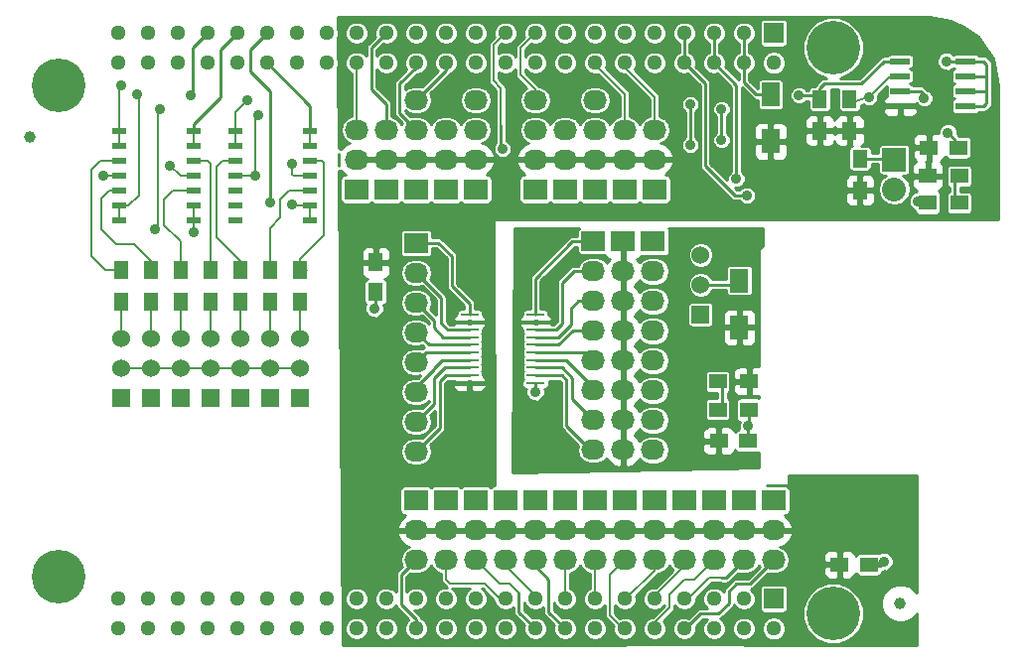
<source format=gtl>
G04 #@! TF.FileFunction,Copper,L1,Top,Signal*
%FSLAX46Y46*%
G04 Gerber Fmt 4.6, Leading zero omitted, Abs format (unit mm)*
G04 Created by KiCad (PCBNEW (after 2015-mar-04 BZR unknown)-product) date 11/15/2015 8:07:06 PM*
%MOMM*%
G01*
G04 APERTURE LIST*
%ADD10C,0.150000*%
%ADD11R,1.524000X1.524000*%
%ADD12C,1.524000*%
%ADD13C,1.000000*%
%ADD14R,1.550000X0.250000*%
%ADD15R,1.651000X0.599440*%
%ADD16R,1.143000X0.508000*%
%ADD17R,2.032000X1.727200*%
%ADD18O,2.032000X1.727200*%
%ADD19R,1.300000X1.500000*%
%ADD20C,4.572000*%
%ADD21R,1.651000X1.651000*%
%ADD22C,1.300480*%
%ADD23R,2.032000X2.032000*%
%ADD24O,2.032000X2.032000*%
%ADD25R,1.500000X1.300000*%
%ADD26R,1.500000X1.250000*%
%ADD27R,1.250000X1.500000*%
%ADD28R,1.600000X2.000000*%
%ADD29C,0.889000*%
%ADD30C,0.254000*%
%ADD31C,0.508000*%
%ADD32C,0.203200*%
G04 APERTURE END LIST*
D10*
D11*
X23749000Y-33020000D03*
D12*
X23749000Y-30480000D03*
X23749000Y-27940000D03*
D11*
X26289000Y-33020000D03*
D12*
X26289000Y-30480000D03*
X26289000Y-27940000D03*
D11*
X21209000Y-33020000D03*
D12*
X21209000Y-30480000D03*
X21209000Y-27940000D03*
D11*
X13589000Y-33020000D03*
D12*
X13589000Y-30480000D03*
X13589000Y-27940000D03*
D11*
X11049000Y-33020000D03*
D12*
X11049000Y-30480000D03*
X11049000Y-27940000D03*
D11*
X16129000Y-33020000D03*
D12*
X16129000Y-30480000D03*
X16129000Y-27940000D03*
D11*
X18669000Y-33020000D03*
D12*
X18669000Y-30480000D03*
X18669000Y-27940000D03*
D11*
X60452000Y-25908000D03*
D12*
X60452000Y-23368000D03*
X60452000Y-20828000D03*
D13*
X77470000Y-50546000D03*
X3302000Y-10795000D03*
D14*
X46361000Y-31779000D03*
X46361000Y-31104000D03*
X46361000Y-30454000D03*
X46361000Y-29804000D03*
X46361000Y-29154000D03*
X46361000Y-28504000D03*
X46361000Y-27854000D03*
X46361000Y-27204000D03*
X46361000Y-26554000D03*
X46361000Y-25904000D03*
X40761000Y-25904000D03*
X40761000Y-26554000D03*
X40761000Y-27204000D03*
X40761000Y-27854000D03*
X40761000Y-28504000D03*
X40761000Y-29154000D03*
X40761000Y-29804000D03*
X40761000Y-30454000D03*
X40761000Y-31104000D03*
X40761000Y-31754000D03*
D15*
X77470000Y-8128000D03*
X83058000Y-8128000D03*
X77470000Y-6858000D03*
X77470000Y-5588000D03*
X77470000Y-4318000D03*
X83058000Y-6858000D03*
X83058000Y-5588000D03*
X83058000Y-4318000D03*
D16*
X27178000Y-17907000D03*
X27178000Y-16637000D03*
X27178000Y-15367000D03*
X27178000Y-14097000D03*
X27178000Y-12827000D03*
X27178000Y-11557000D03*
X27178000Y-10287000D03*
X20828000Y-10287000D03*
X20828000Y-11557000D03*
X20828000Y-14097000D03*
X20828000Y-15367000D03*
X20828000Y-16637000D03*
X20828000Y-17907000D03*
X20828000Y-12827000D03*
X17272000Y-17907000D03*
X17272000Y-16637000D03*
X17272000Y-15367000D03*
X17272000Y-14097000D03*
X17272000Y-12827000D03*
X17272000Y-11557000D03*
X17272000Y-10287000D03*
X10922000Y-10287000D03*
X10922000Y-11557000D03*
X10922000Y-14097000D03*
X10922000Y-15367000D03*
X10922000Y-16637000D03*
X10922000Y-17907000D03*
X10922000Y-12827000D03*
D17*
X36195000Y-19812000D03*
D18*
X36195000Y-22352000D03*
X36195000Y-24892000D03*
X36195000Y-27432000D03*
X36195000Y-29972000D03*
X36195000Y-32512000D03*
X36195000Y-35052000D03*
X36195000Y-37592000D03*
D17*
X51308000Y-19685000D03*
D18*
X51308000Y-22225000D03*
X51308000Y-24765000D03*
X51308000Y-27305000D03*
X51308000Y-29845000D03*
X51308000Y-32385000D03*
X51308000Y-34925000D03*
X51308000Y-37465000D03*
D17*
X53848000Y-19685000D03*
D18*
X53848000Y-22225000D03*
X53848000Y-24765000D03*
X53848000Y-27305000D03*
X53848000Y-29845000D03*
X53848000Y-32385000D03*
X53848000Y-34925000D03*
X53848000Y-37465000D03*
D17*
X56388000Y-19685000D03*
D18*
X56388000Y-22225000D03*
X56388000Y-24765000D03*
X56388000Y-27305000D03*
X56388000Y-29845000D03*
X56388000Y-32385000D03*
X56388000Y-34925000D03*
X56388000Y-37465000D03*
D19*
X23749000Y-22145000D03*
X23749000Y-24845000D03*
X18669000Y-22145000D03*
X18669000Y-24845000D03*
X26289000Y-22145000D03*
X26289000Y-24845000D03*
X11049000Y-22145000D03*
X11049000Y-24845000D03*
X21209000Y-22145000D03*
X21209000Y-24845000D03*
X13589000Y-22145000D03*
X13589000Y-24845000D03*
X16129000Y-22145000D03*
X16129000Y-24845000D03*
D17*
X64135000Y-41783000D03*
D18*
X64135000Y-44323000D03*
X64135000Y-46863000D03*
D17*
X56515000Y-41783000D03*
D18*
X56515000Y-44323000D03*
X56515000Y-46863000D03*
D17*
X51435000Y-41783000D03*
D18*
X51435000Y-44323000D03*
X51435000Y-46863000D03*
D17*
X48895000Y-41783000D03*
D18*
X48895000Y-44323000D03*
X48895000Y-46863000D03*
D17*
X43815000Y-41783000D03*
D18*
X43815000Y-44323000D03*
X43815000Y-46863000D03*
D17*
X38735000Y-41783000D03*
D18*
X38735000Y-44323000D03*
X38735000Y-46863000D03*
D17*
X66675000Y-41783000D03*
D18*
X66675000Y-44323000D03*
X66675000Y-46863000D03*
D17*
X61595000Y-41783000D03*
D18*
X61595000Y-44323000D03*
X61595000Y-46863000D03*
D17*
X53975000Y-41783000D03*
D18*
X53975000Y-44323000D03*
X53975000Y-46863000D03*
D17*
X46355000Y-41783000D03*
D18*
X46355000Y-44323000D03*
X46355000Y-46863000D03*
D17*
X41275000Y-41783000D03*
D18*
X41275000Y-44323000D03*
X41275000Y-46863000D03*
D17*
X36195000Y-41783000D03*
D18*
X36195000Y-44323000D03*
X36195000Y-46863000D03*
D17*
X59055000Y-41783000D03*
D18*
X59055000Y-44323000D03*
X59055000Y-46863000D03*
D17*
X36195000Y-15240000D03*
D18*
X36195000Y-12700000D03*
X36195000Y-10160000D03*
X36195000Y-7620000D03*
D17*
X51435000Y-15240000D03*
D18*
X51435000Y-12700000D03*
X51435000Y-10160000D03*
X51435000Y-7620000D03*
D17*
X46355000Y-15240000D03*
D18*
X46355000Y-12700000D03*
X46355000Y-10160000D03*
X46355000Y-7620000D03*
D17*
X41275000Y-15240000D03*
D18*
X41275000Y-12700000D03*
X41275000Y-10160000D03*
X41275000Y-7620000D03*
D17*
X48895000Y-15240000D03*
D18*
X48895000Y-12700000D03*
X48895000Y-10160000D03*
D17*
X38735000Y-15240000D03*
D18*
X38735000Y-12700000D03*
X38735000Y-10160000D03*
D17*
X33655000Y-15240000D03*
D18*
X33655000Y-12700000D03*
X33655000Y-10160000D03*
D17*
X56515000Y-15240000D03*
D18*
X56515000Y-12700000D03*
X56515000Y-10160000D03*
D17*
X53975000Y-15240000D03*
D18*
X53975000Y-12700000D03*
X53975000Y-10160000D03*
D17*
X31115000Y-15240000D03*
D18*
X31115000Y-12700000D03*
X31115000Y-10160000D03*
D20*
X5715000Y-6350000D03*
X71755000Y-3175000D03*
X71755000Y-51435000D03*
X5715000Y-48260000D03*
D21*
X66675000Y-1905000D03*
D22*
X66675000Y-4445000D03*
X64135000Y-1905000D03*
X64135000Y-4445000D03*
X61595000Y-1905000D03*
X61595000Y-4445000D03*
X59055000Y-1905000D03*
X59055000Y-4445000D03*
X56515000Y-1905000D03*
X56515000Y-4445000D03*
X53975000Y-1905000D03*
X53975000Y-4445000D03*
X51435000Y-1905000D03*
X51435000Y-4445000D03*
X48895000Y-1905000D03*
X48895000Y-4445000D03*
X46355000Y-1905000D03*
X46355000Y-4445000D03*
X43815000Y-1905000D03*
X43815000Y-4445000D03*
X41275000Y-1905000D03*
X41275000Y-4445000D03*
X38735000Y-1905000D03*
X38735000Y-4445000D03*
X36195000Y-1905000D03*
X36195000Y-4445000D03*
X33655000Y-1905000D03*
X33655000Y-4445000D03*
X31115000Y-1905000D03*
X31115000Y-4445000D03*
X28575000Y-1905000D03*
X28575000Y-4445000D03*
X26035000Y-1905000D03*
X26035000Y-4445000D03*
X23495000Y-1905000D03*
X23495000Y-4445000D03*
X20955000Y-1905000D03*
X20955000Y-4445000D03*
X18415000Y-1905000D03*
X18415000Y-4445000D03*
X15875000Y-1905000D03*
X15875000Y-4445000D03*
X13335000Y-1905000D03*
X13335000Y-4445000D03*
X10795000Y-1905000D03*
X10795000Y-4445000D03*
D21*
X66675000Y-50165000D03*
D22*
X66675000Y-52705000D03*
X64135000Y-50165000D03*
X64135000Y-52705000D03*
X61595000Y-50165000D03*
X61595000Y-52705000D03*
X59055000Y-50165000D03*
X59055000Y-52705000D03*
X56515000Y-50165000D03*
X56515000Y-52705000D03*
X53975000Y-50165000D03*
X53975000Y-52705000D03*
X51435000Y-50165000D03*
X51435000Y-52705000D03*
X48895000Y-50165000D03*
X48895000Y-52705000D03*
X46355000Y-50165000D03*
X46355000Y-52705000D03*
X43815000Y-50165000D03*
X43815000Y-52705000D03*
X41275000Y-50165000D03*
X41275000Y-52705000D03*
X38735000Y-50165000D03*
X38735000Y-52705000D03*
X36195000Y-50165000D03*
X36195000Y-52705000D03*
X33655000Y-50165000D03*
X33655000Y-52705000D03*
X31115000Y-50165000D03*
X31115000Y-52705000D03*
X28575000Y-50165000D03*
X28575000Y-52705000D03*
X26035000Y-50165000D03*
X26035000Y-52705000D03*
X23495000Y-50165000D03*
X23495000Y-52705000D03*
X20955000Y-50165000D03*
X20955000Y-52705000D03*
X18415000Y-50165000D03*
X18415000Y-52705000D03*
X15875000Y-50165000D03*
X15875000Y-52705000D03*
X13335000Y-50165000D03*
X13335000Y-52705000D03*
X10795000Y-50165000D03*
X10795000Y-52705000D03*
D23*
X76962000Y-12700000D03*
D24*
X76962000Y-15240000D03*
D25*
X79803000Y-14097000D03*
X82503000Y-14097000D03*
X64596000Y-31623000D03*
X61896000Y-31623000D03*
D19*
X74041000Y-15320000D03*
X74041000Y-12620000D03*
X73152000Y-10240000D03*
X73152000Y-7540000D03*
X70612000Y-10240000D03*
X70612000Y-7540000D03*
D26*
X79903000Y-11684000D03*
X82403000Y-11684000D03*
X72283000Y-47244000D03*
X74783000Y-47244000D03*
D27*
X32766000Y-21483000D03*
X32766000Y-23983000D03*
D25*
X82503000Y-16383000D03*
X79803000Y-16383000D03*
X61896000Y-34036000D03*
X64596000Y-34036000D03*
D28*
X63754000Y-27019000D03*
X63754000Y-23019000D03*
X66421000Y-11144000D03*
X66421000Y-7144000D03*
D26*
X61996000Y-36703000D03*
X64496000Y-36703000D03*
D29*
X46355000Y-32512000D03*
X32639000Y-25400000D03*
X64516000Y-35433000D03*
X81407000Y-4318000D03*
X81534000Y-10414000D03*
X78994000Y-16256000D03*
X76073000Y-46990000D03*
X63500000Y-14351000D03*
X64389000Y-15748000D03*
X22733000Y-8890000D03*
X22479000Y-14097000D03*
X9525000Y-14097000D03*
X23749000Y-16383000D03*
X25654000Y-16510000D03*
X11049000Y-6350000D03*
X15240000Y-13208000D03*
X25654000Y-13081000D03*
X21844000Y-7620000D03*
X14351000Y-8382000D03*
X13970000Y-18669000D03*
X17272000Y-18923000D03*
X12446000Y-7112000D03*
X17018000Y-7239000D03*
X62230000Y-11049000D03*
X43561000Y-11811000D03*
X74803000Y-7366000D03*
X62230000Y-8382000D03*
X59563000Y-11430000D03*
X59563000Y-8001000D03*
X68834000Y-7239000D03*
X79502000Y-7493000D03*
D30*
X29591000Y-13208000D02*
X29591000Y-12192000D01*
X46361000Y-31779000D02*
X46361000Y-32506000D01*
X46361000Y-32506000D02*
X46355000Y-32512000D01*
X32766000Y-23983000D02*
X32766000Y-25273000D01*
X32766000Y-25273000D02*
X32639000Y-25400000D01*
X64496000Y-36703000D02*
X64496000Y-35453000D01*
X64596000Y-35353000D02*
X64516000Y-35433000D01*
X64596000Y-35353000D02*
X64596000Y-34036000D01*
X64496000Y-35453000D02*
X64516000Y-35433000D01*
X84582000Y-8128000D02*
X84836000Y-7874000D01*
X84836000Y-5715000D02*
X84836000Y-4572000D01*
X84836000Y-6858000D02*
X84836000Y-5715000D01*
X84836000Y-7874000D02*
X84836000Y-6858000D01*
X84836000Y-4572000D02*
X84582000Y-4318000D01*
X84582000Y-4318000D02*
X83058000Y-4318000D01*
X83058000Y-8128000D02*
X84582000Y-8128000D01*
X84709000Y-5588000D02*
X84836000Y-5715000D01*
X83058000Y-5588000D02*
X84709000Y-5588000D01*
X83058000Y-6858000D02*
X84836000Y-6858000D01*
X83058000Y-4318000D02*
X81407000Y-4318000D01*
X82105500Y-10985500D02*
X81534000Y-10414000D01*
X82105500Y-11684000D02*
X82105500Y-10985500D01*
X79121000Y-16383000D02*
X78994000Y-16256000D01*
X80200500Y-16383000D02*
X79121000Y-16383000D01*
D31*
X75819000Y-47244000D02*
X76073000Y-46990000D01*
X74485500Y-47244000D02*
X75819000Y-47244000D01*
D32*
X53975000Y-12700000D02*
X56515000Y-12700000D01*
X51435000Y-12700000D02*
X53975000Y-12700000D01*
X48895000Y-12700000D02*
X51435000Y-12700000D01*
X46355000Y-12700000D02*
X48895000Y-12700000D01*
D30*
X63500000Y-14351000D02*
X63500000Y-6350000D01*
X63500000Y-6350000D02*
X61595000Y-4445000D01*
X61595000Y-1905000D02*
X61595000Y-4445000D01*
X66421000Y-7144000D02*
X65183000Y-7144000D01*
X64135000Y-6096000D02*
X64135000Y-4445000D01*
X65183000Y-7144000D02*
X64135000Y-6096000D01*
X64135000Y-4445000D02*
X64135000Y-1905000D01*
X64389000Y-15748000D02*
X63373000Y-15748000D01*
X60833000Y-6223000D02*
X59055000Y-4445000D01*
X60833000Y-13208000D02*
X60833000Y-6223000D01*
X63373000Y-15748000D02*
X60833000Y-13208000D01*
X59055000Y-1905000D02*
X59055000Y-4445000D01*
X59055000Y-4445000D02*
X59156600Y-4445000D01*
D32*
X22479000Y-9144000D02*
X22733000Y-8890000D01*
X22479000Y-14097000D02*
X22479000Y-9144000D01*
X10922000Y-14097000D02*
X9525000Y-14097000D01*
X22479000Y-14097000D02*
X20828000Y-14097000D01*
D30*
X23749000Y-16383000D02*
X23749000Y-6858000D01*
X22098000Y-3302000D02*
X23495000Y-1905000D01*
X22098000Y-5207000D02*
X22098000Y-3302000D01*
X23749000Y-6858000D02*
X22098000Y-5207000D01*
D32*
X27178000Y-16637000D02*
X25781000Y-16637000D01*
X25781000Y-16637000D02*
X25654000Y-16510000D01*
X27178000Y-17907000D02*
X27178000Y-16637000D01*
D30*
X27178000Y-10287000D02*
X27178000Y-8128000D01*
X27178000Y-8128000D02*
X23495000Y-4445000D01*
D32*
X27178000Y-10287000D02*
X27178000Y-11557000D01*
D30*
X17272000Y-10287000D02*
X17272000Y-9652000D01*
X19558000Y-3302000D02*
X20955000Y-1905000D01*
X19558000Y-7366000D02*
X19558000Y-3302000D01*
X17272000Y-9652000D02*
X19558000Y-7366000D01*
D32*
X17272000Y-11557000D02*
X17272000Y-10287000D01*
X10922000Y-10287000D02*
X10922000Y-6477000D01*
X10922000Y-6477000D02*
X11049000Y-6350000D01*
X10922000Y-11557000D02*
X10922000Y-10287000D01*
D30*
X82105500Y-16383000D02*
X82105500Y-14097000D01*
X62293500Y-31623000D02*
X62293500Y-34036000D01*
X60452000Y-23368000D02*
X63754000Y-23368000D01*
D32*
X23749000Y-30480000D02*
X26289000Y-30480000D01*
X21209000Y-30480000D02*
X23749000Y-30480000D01*
X18669000Y-30480000D02*
X21209000Y-30480000D01*
X16129000Y-30480000D02*
X18669000Y-30480000D01*
X13589000Y-30480000D02*
X16129000Y-30480000D01*
X11049000Y-30480000D02*
X13589000Y-30480000D01*
X17272000Y-14097000D02*
X16129000Y-14097000D01*
X16129000Y-14097000D02*
X15240000Y-13208000D01*
X25654000Y-13081000D02*
X25654000Y-13970000D01*
X25654000Y-13970000D02*
X25781000Y-14097000D01*
X25781000Y-14097000D02*
X27178000Y-14097000D01*
X20828000Y-10287000D02*
X20828000Y-8636000D01*
X20828000Y-8636000D02*
X21844000Y-7620000D01*
X20828000Y-11557000D02*
X20828000Y-10287000D01*
X17272000Y-17907000D02*
X17272000Y-18923000D01*
X14224000Y-8509000D02*
X14351000Y-8382000D01*
X14224000Y-18415000D02*
X14224000Y-8509000D01*
X13970000Y-18669000D02*
X14224000Y-18415000D01*
X17272000Y-17907000D02*
X17272000Y-16637000D01*
D30*
X18415000Y-1905000D02*
X17145000Y-3175000D01*
X17145000Y-7112000D02*
X17018000Y-7239000D01*
X17145000Y-3175000D02*
X17145000Y-7112000D01*
D32*
X10922000Y-16637000D02*
X11684000Y-16637000D01*
X12573000Y-15748000D02*
X12573000Y-7239000D01*
X11684000Y-16637000D02*
X12573000Y-15748000D01*
X12573000Y-7239000D02*
X12446000Y-7112000D01*
X10922000Y-17907000D02*
X10922000Y-16637000D01*
D30*
X46361000Y-31104000D02*
X48618418Y-31104000D01*
X49022000Y-35433000D02*
X51054000Y-37465000D01*
X49022000Y-31507582D02*
X49022000Y-35433000D01*
X48618418Y-31104000D02*
X49022000Y-31507582D01*
X51054000Y-37465000D02*
X51308000Y-37465000D01*
X46361000Y-30454000D02*
X48615000Y-30454000D01*
X49530000Y-33147000D02*
X51308000Y-34925000D01*
X49530000Y-31369000D02*
X49530000Y-33147000D01*
X48615000Y-30454000D02*
X49530000Y-31369000D01*
X46361000Y-29804000D02*
X48981000Y-29804000D01*
X48981000Y-29804000D02*
X51308000Y-32131000D01*
X51308000Y-32131000D02*
X51308000Y-32385000D01*
X50546000Y-32385000D02*
X51308000Y-32385000D01*
X46361000Y-29154000D02*
X50617000Y-29154000D01*
X50617000Y-29154000D02*
X51308000Y-29845000D01*
X46361000Y-28504000D02*
X48342582Y-28504000D01*
X49541582Y-27305000D02*
X51308000Y-27305000D01*
X48342582Y-28504000D02*
X49541582Y-27305000D01*
X46361000Y-27854000D02*
X48346000Y-27854000D01*
X50038000Y-24765000D02*
X51308000Y-24765000D01*
X49403000Y-25400000D02*
X50038000Y-24765000D01*
X49403000Y-26797000D02*
X49403000Y-25400000D01*
X48346000Y-27854000D02*
X49403000Y-26797000D01*
X46361000Y-27204000D02*
X48107000Y-27204000D01*
X49657000Y-22225000D02*
X51308000Y-22225000D01*
X48641000Y-23241000D02*
X49657000Y-22225000D01*
X48641000Y-26670000D02*
X48641000Y-23241000D01*
X48107000Y-27204000D02*
X48641000Y-26670000D01*
X46361000Y-25904000D02*
X46361000Y-22854000D01*
X49530000Y-19685000D02*
X51308000Y-19685000D01*
X46361000Y-22854000D02*
X49530000Y-19685000D01*
X40761000Y-25904000D02*
X40761000Y-25013000D01*
X38100000Y-19812000D02*
X36195000Y-19812000D01*
X39243000Y-20955000D02*
X38100000Y-19812000D01*
X39243000Y-23495000D02*
X39243000Y-20955000D01*
X40761000Y-25013000D02*
X39243000Y-23495000D01*
X40761000Y-27204000D02*
X38888000Y-27204000D01*
X38354000Y-26670000D02*
X38354000Y-25654000D01*
X38888000Y-27204000D02*
X38354000Y-26670000D01*
X38354000Y-24511000D02*
X36195000Y-22352000D01*
X38354000Y-25654000D02*
X38354000Y-24511000D01*
X40761000Y-27854000D02*
X38522000Y-27854000D01*
X38522000Y-27854000D02*
X37719000Y-27051000D01*
X37719000Y-26416000D02*
X36195000Y-24892000D01*
X37719000Y-27051000D02*
X37719000Y-26416000D01*
X40761000Y-28504000D02*
X37267000Y-28504000D01*
X37267000Y-28504000D02*
X36195000Y-27432000D01*
X40761000Y-29154000D02*
X37013000Y-29154000D01*
X37013000Y-29154000D02*
X36195000Y-29972000D01*
X40761000Y-29804000D02*
X38395000Y-29804000D01*
X38395000Y-29804000D02*
X37719000Y-30480000D01*
X37719000Y-30607000D02*
X36195000Y-32131000D01*
X37719000Y-30480000D02*
X37719000Y-30607000D01*
X36195000Y-32131000D02*
X36195000Y-32512000D01*
X40761000Y-30454000D02*
X38634000Y-30454000D01*
X38634000Y-30454000D02*
X37719000Y-31369000D01*
X37719000Y-31369000D02*
X37719000Y-33020000D01*
X37719000Y-33528000D02*
X36195000Y-35052000D01*
X37719000Y-33020000D02*
X37719000Y-33528000D01*
X40761000Y-31104000D02*
X38746000Y-31104000D01*
X38227000Y-35560000D02*
X36195000Y-37592000D01*
X38227000Y-31623000D02*
X38227000Y-35560000D01*
X38746000Y-31104000D02*
X38227000Y-31623000D01*
D32*
X10922000Y-12827000D02*
X9271000Y-12827000D01*
X9699000Y-22145000D02*
X11049000Y-22145000D01*
X8509000Y-20955000D02*
X9699000Y-22145000D01*
X8509000Y-13589000D02*
X8509000Y-20955000D01*
X9271000Y-12827000D02*
X8509000Y-13589000D01*
X21209000Y-22145000D02*
X21209000Y-21336000D01*
X19685000Y-12827000D02*
X20828000Y-12827000D01*
X19177000Y-13335000D02*
X19685000Y-12827000D01*
X19177000Y-19304000D02*
X19177000Y-13335000D01*
X21209000Y-21336000D02*
X19177000Y-19304000D01*
X13589000Y-22145000D02*
X13589000Y-21336000D01*
X10033000Y-15367000D02*
X10922000Y-15367000D01*
X9398000Y-16002000D02*
X10033000Y-15367000D01*
X9398000Y-18669000D02*
X9398000Y-16002000D01*
X10668000Y-19939000D02*
X9398000Y-18669000D01*
X12192000Y-19939000D02*
X10668000Y-19939000D01*
X13589000Y-21336000D02*
X12192000Y-19939000D01*
X16129000Y-22145000D02*
X16129000Y-19685000D01*
X15494000Y-15367000D02*
X17272000Y-15367000D01*
X14732000Y-16129000D02*
X15494000Y-15367000D01*
X14732000Y-18288000D02*
X14732000Y-16129000D01*
X16129000Y-19685000D02*
X14732000Y-18288000D01*
X56515000Y-7366000D02*
X56515000Y-10160000D01*
X53975000Y-4826000D02*
X56515000Y-7366000D01*
X53975000Y-4445000D02*
X53975000Y-4826000D01*
X51435000Y-4572000D02*
X51435000Y-4445000D01*
X53975000Y-7112000D02*
X51435000Y-4572000D01*
X53975000Y-10160000D02*
X53975000Y-7112000D01*
X46355000Y-6731000D02*
X45085000Y-5461000D01*
X45085000Y-5461000D02*
X45085000Y-3175000D01*
X45085000Y-3175000D02*
X46355000Y-1905000D01*
X46355000Y-7620000D02*
X46355000Y-6731000D01*
D30*
X38735000Y-4445000D02*
X38735000Y-5080000D01*
X38735000Y-5080000D02*
X36195000Y-7620000D01*
D32*
X36195000Y-7620000D02*
X36703000Y-7620000D01*
D30*
X36195000Y-10160000D02*
X34798000Y-8763000D01*
X34798000Y-8763000D02*
X34798000Y-6223000D01*
X34798000Y-6223000D02*
X36195000Y-4826000D01*
X36195000Y-4826000D02*
X36195000Y-4445000D01*
D32*
X36195000Y-10160000D02*
X36195000Y-10033000D01*
D30*
X33655000Y-10160000D02*
X33655000Y-8001000D01*
X32385000Y-3175000D02*
X33655000Y-1905000D01*
X32385000Y-6731000D02*
X32385000Y-3175000D01*
X33655000Y-8001000D02*
X32385000Y-6731000D01*
X33655000Y-1905000D02*
X33655000Y-2159000D01*
D32*
X31115000Y-10160000D02*
X31115000Y-4445000D01*
D30*
X62230000Y-11049000D02*
X62230000Y-8382000D01*
X43434000Y-9779000D02*
X43434000Y-11684000D01*
X43434000Y-11684000D02*
X43561000Y-11811000D01*
D32*
X42799000Y-2921000D02*
X43815000Y-1905000D01*
X42799000Y-5969000D02*
X42799000Y-2921000D01*
X43434000Y-6604000D02*
X42799000Y-5969000D01*
X43434000Y-9779000D02*
X43434000Y-6604000D01*
X77470000Y-5588000D02*
X76581000Y-5588000D01*
X76581000Y-5588000D02*
X74803000Y-7366000D01*
X74739500Y-7429500D02*
X74803000Y-7366000D01*
X73152000Y-7937500D02*
X74739500Y-7429500D01*
D30*
X70612000Y-7540000D02*
X70612000Y-6604000D01*
X76073000Y-4318000D02*
X77470000Y-4318000D01*
X74168000Y-6223000D02*
X76073000Y-4318000D01*
X70993000Y-6223000D02*
X74168000Y-6223000D01*
X70612000Y-6604000D02*
X70993000Y-6223000D01*
X68834000Y-7239000D02*
X70311000Y-7239000D01*
X70311000Y-7239000D02*
X70612000Y-7540000D01*
X59563000Y-11430000D02*
X59563000Y-8001000D01*
D32*
X70612000Y-7937500D02*
X70802500Y-7937500D01*
D30*
X62230000Y-48387000D02*
X62611000Y-48387000D01*
X62611000Y-48387000D02*
X64135000Y-46863000D01*
D32*
X61214000Y-48387000D02*
X62230000Y-48387000D01*
X59436000Y-50165000D02*
X61214000Y-48387000D01*
X59055000Y-50165000D02*
X59436000Y-50165000D01*
X59055000Y-47371000D02*
X59055000Y-46863000D01*
X56515000Y-49911000D02*
X59055000Y-47371000D01*
X56515000Y-50165000D02*
X56515000Y-49911000D01*
X56515000Y-47752000D02*
X56515000Y-46863000D01*
X54102000Y-50165000D02*
X56515000Y-47752000D01*
X53975000Y-50165000D02*
X54102000Y-50165000D01*
X51435000Y-50165000D02*
X51435000Y-46863000D01*
X48895000Y-50165000D02*
X48895000Y-46863000D01*
X43815000Y-47371000D02*
X43815000Y-46863000D01*
X46355000Y-49911000D02*
X43815000Y-47371000D01*
X46355000Y-50165000D02*
X46355000Y-49911000D01*
X38735000Y-48514000D02*
X38735000Y-46863000D01*
X39116000Y-48895000D02*
X38735000Y-48514000D01*
X42037000Y-48895000D02*
X39116000Y-48895000D01*
X43307000Y-50165000D02*
X42037000Y-48895000D01*
X43815000Y-50165000D02*
X43307000Y-50165000D01*
D30*
X60452000Y-51435000D02*
X61976000Y-51435000D01*
X62865000Y-50546000D02*
X62865000Y-49530000D01*
X61976000Y-51435000D02*
X62865000Y-50546000D01*
X59055000Y-52705000D02*
X59182000Y-52705000D01*
X59182000Y-52705000D02*
X60452000Y-51435000D01*
X62865000Y-49530000D02*
X63500000Y-48895000D01*
X64643000Y-48895000D02*
X66675000Y-46863000D01*
X63500000Y-48895000D02*
X64643000Y-48895000D01*
D32*
X59055000Y-52705000D02*
X59563000Y-52705000D01*
X56515000Y-52197000D02*
X57785000Y-50927000D01*
X56515000Y-52705000D02*
X56515000Y-52197000D01*
X57785000Y-49784000D02*
X59055000Y-48514000D01*
X59055000Y-48514000D02*
X59944000Y-48514000D01*
X59944000Y-48514000D02*
X61595000Y-46863000D01*
X57785000Y-50927000D02*
X57785000Y-49784000D01*
X53848000Y-52705000D02*
X53975000Y-52705000D01*
X52705000Y-48133000D02*
X52705000Y-51562000D01*
X52705000Y-51562000D02*
X53848000Y-52705000D01*
X53975000Y-46863000D02*
X52705000Y-48133000D01*
D30*
X46355000Y-46863000D02*
X46355000Y-47371000D01*
X46355000Y-47371000D02*
X47498000Y-48514000D01*
X47498000Y-51308000D02*
X48895000Y-52705000D01*
X47498000Y-48514000D02*
X47498000Y-51308000D01*
X46355000Y-52705000D02*
X44958000Y-51308000D01*
X44958000Y-51308000D02*
X44958000Y-49657000D01*
D32*
X44958000Y-49657000D02*
X44196000Y-48895000D01*
X44196000Y-48895000D02*
X43307000Y-48895000D01*
X43307000Y-48895000D02*
X41275000Y-46863000D01*
D30*
X36195000Y-51943000D02*
X34925000Y-50673000D01*
X34925000Y-50673000D02*
X34925000Y-48133000D01*
X34925000Y-48133000D02*
X36195000Y-46863000D01*
X36195000Y-52705000D02*
X36195000Y-51943000D01*
D32*
X23749000Y-22145000D02*
X23749000Y-18542000D01*
X25400000Y-15367000D02*
X27178000Y-15367000D01*
X24638000Y-16129000D02*
X25400000Y-15367000D01*
X24638000Y-17653000D02*
X24638000Y-16129000D01*
X23749000Y-18542000D02*
X24638000Y-17653000D01*
X18669000Y-22145000D02*
X18669000Y-13081000D01*
X18415000Y-12827000D02*
X17272000Y-12827000D01*
X18669000Y-13081000D02*
X18415000Y-12827000D01*
X26289000Y-22145000D02*
X26289000Y-21209000D01*
X28321000Y-12954000D02*
X28194000Y-12827000D01*
X28321000Y-19177000D02*
X28321000Y-12954000D01*
X26289000Y-21209000D02*
X28321000Y-19177000D01*
X26289000Y-22145000D02*
X26877000Y-22145000D01*
X28194000Y-12827000D02*
X27178000Y-12827000D01*
X13589000Y-24845000D02*
X13589000Y-27940000D01*
X11049000Y-24845000D02*
X11049000Y-27940000D01*
X18669000Y-24845000D02*
X18669000Y-27940000D01*
X16129000Y-24845000D02*
X16129000Y-27940000D01*
X21209000Y-24845000D02*
X21209000Y-27940000D01*
X26289000Y-24845000D02*
X26289000Y-27940000D01*
X23749000Y-24845000D02*
X23749000Y-27940000D01*
D30*
X74041000Y-12620000D02*
X76882000Y-12620000D01*
X76882000Y-12620000D02*
X76962000Y-12700000D01*
X79248000Y-6858000D02*
X79502000Y-7112000D01*
X79502000Y-7112000D02*
X79502000Y-7493000D01*
X77470000Y-6858000D02*
X79248000Y-6858000D01*
G36*
X85839300Y-17800802D02*
X85344000Y-17800561D01*
X85344000Y-7874000D01*
X85344000Y-6858000D01*
X85344000Y-5715000D01*
X85344000Y-4572000D01*
X85311746Y-4409849D01*
X85305331Y-4377597D01*
X85305331Y-4377596D01*
X85195210Y-4212790D01*
X84941210Y-3958790D01*
X84776403Y-3848669D01*
X84582000Y-3810000D01*
X84202389Y-3810000D01*
X84159904Y-3745324D01*
X84033284Y-3659854D01*
X83883500Y-3629816D01*
X82232500Y-3629816D01*
X82087226Y-3658002D01*
X81982949Y-3726501D01*
X81875219Y-3618583D01*
X81571923Y-3492643D01*
X81243518Y-3492357D01*
X80940002Y-3617767D01*
X80707583Y-3849781D01*
X80581643Y-4153077D01*
X80581357Y-4481482D01*
X80706767Y-4784998D01*
X80938781Y-5017417D01*
X81242077Y-5143357D01*
X81570482Y-5143643D01*
X81873998Y-5018233D01*
X81983349Y-4909072D01*
X82048793Y-4953248D01*
X81959544Y-5011876D01*
X81874074Y-5138496D01*
X81844036Y-5288280D01*
X81844036Y-5887720D01*
X81872222Y-6032994D01*
X81956096Y-6160676D01*
X82048793Y-6223248D01*
X81959544Y-6281876D01*
X81874074Y-6408496D01*
X81844036Y-6558280D01*
X81844036Y-7157720D01*
X81872222Y-7302994D01*
X81956096Y-7430676D01*
X82048793Y-7493248D01*
X81959544Y-7551876D01*
X81874074Y-7678496D01*
X81844036Y-7828280D01*
X81844036Y-8427720D01*
X81872222Y-8572994D01*
X81956096Y-8700676D01*
X82082716Y-8786146D01*
X82232500Y-8816184D01*
X83883500Y-8816184D01*
X84028774Y-8787998D01*
X84156456Y-8704124D01*
X84202440Y-8636000D01*
X84582000Y-8636000D01*
X84776403Y-8597331D01*
X84941210Y-8487210D01*
X85195210Y-8233210D01*
X85305331Y-8068404D01*
X85305331Y-8068403D01*
X85311746Y-8036150D01*
X85343999Y-7874000D01*
X85344000Y-7874000D01*
X85344000Y-17800561D01*
X83589669Y-17799711D01*
X83589669Y-17033000D01*
X83589669Y-15733000D01*
X83565241Y-15607096D01*
X83492550Y-15496438D01*
X83382813Y-15422364D01*
X83253000Y-15396331D01*
X82562700Y-15396331D01*
X82562700Y-15083669D01*
X83253000Y-15083669D01*
X83378904Y-15059241D01*
X83489562Y-14986550D01*
X83563636Y-14876813D01*
X83589669Y-14747000D01*
X83589669Y-13447000D01*
X83565241Y-13321096D01*
X83541464Y-13284900D01*
X83541464Y-12309000D01*
X83541464Y-11059000D01*
X83513278Y-10913726D01*
X83429404Y-10786044D01*
X83302784Y-10700574D01*
X83153000Y-10670536D01*
X82494274Y-10670536D01*
X82464710Y-10626290D01*
X82359407Y-10520987D01*
X82359643Y-10250518D01*
X82234233Y-9947002D01*
X82002219Y-9714583D01*
X81698923Y-9588643D01*
X81370518Y-9588357D01*
X81067002Y-9713767D01*
X80834583Y-9945781D01*
X80708643Y-10249077D01*
X80708490Y-10424000D01*
X80276834Y-10424000D01*
X80276834Y-7339579D01*
X80159141Y-7054741D01*
X79941405Y-6836624D01*
X79824771Y-6788193D01*
X79571289Y-6534711D01*
X79422963Y-6435602D01*
X79248000Y-6400800D01*
X78586998Y-6400800D01*
X78535050Y-6321718D01*
X78425313Y-6247644D01*
X78302540Y-6223022D01*
X78421404Y-6199961D01*
X78532062Y-6127270D01*
X78606136Y-6017533D01*
X78632169Y-5887720D01*
X78632169Y-5288280D01*
X78607741Y-5162376D01*
X78535050Y-5051718D01*
X78425313Y-4977644D01*
X78302540Y-4953022D01*
X78421404Y-4929961D01*
X78532062Y-4857270D01*
X78606136Y-4747533D01*
X78632169Y-4617720D01*
X78632169Y-4018280D01*
X78607741Y-3892376D01*
X78535050Y-3781718D01*
X78425313Y-3707644D01*
X78295500Y-3681611D01*
X76644500Y-3681611D01*
X76518596Y-3706039D01*
X76407938Y-3778730D01*
X76352539Y-3860800D01*
X76073000Y-3860800D01*
X75898037Y-3895602D01*
X75749711Y-3994711D01*
X73978622Y-5765800D01*
X72335679Y-5765800D01*
X73235022Y-5394199D01*
X73971613Y-4658893D01*
X74370744Y-3697677D01*
X74371653Y-2656889D01*
X73974199Y-1694978D01*
X73238893Y-958387D01*
X72277677Y-559256D01*
X71236889Y-558347D01*
X70274978Y-955801D01*
X69538387Y-1691107D01*
X69139256Y-2652323D01*
X69138347Y-3693111D01*
X69535801Y-4655022D01*
X70271107Y-5391613D01*
X71172251Y-5765800D01*
X70993000Y-5765800D01*
X70818037Y-5800602D01*
X70669711Y-5899711D01*
X70288711Y-6280711D01*
X70189602Y-6429037D01*
X70184769Y-6453331D01*
X69962000Y-6453331D01*
X69836096Y-6477759D01*
X69725438Y-6550450D01*
X69651364Y-6660187D01*
X69626975Y-6781800D01*
X69472233Y-6781800D01*
X69273405Y-6582624D01*
X68988773Y-6464435D01*
X68680579Y-6464166D01*
X68395741Y-6581859D01*
X68177624Y-6799595D01*
X68059435Y-7084227D01*
X68059166Y-7392421D01*
X68176859Y-7677259D01*
X68394595Y-7895376D01*
X68679227Y-8013565D01*
X68987421Y-8013834D01*
X69272259Y-7896141D01*
X69472549Y-7696200D01*
X69625331Y-7696200D01*
X69625331Y-8290000D01*
X69649759Y-8415904D01*
X69722450Y-8526562D01*
X69832187Y-8600636D01*
X69962000Y-8626669D01*
X71262000Y-8626669D01*
X71387904Y-8602241D01*
X71498562Y-8529550D01*
X71572636Y-8419813D01*
X71598669Y-8290000D01*
X71598669Y-6790000D01*
X71577365Y-6680200D01*
X72187350Y-6680200D01*
X72165331Y-6790000D01*
X72165331Y-8290000D01*
X72189759Y-8415904D01*
X72262450Y-8526562D01*
X72372187Y-8600636D01*
X72502000Y-8626669D01*
X73802000Y-8626669D01*
X73927904Y-8602241D01*
X74038562Y-8529550D01*
X74112636Y-8419813D01*
X74138669Y-8290000D01*
X74138669Y-8075135D01*
X74349056Y-8007811D01*
X74363595Y-8022376D01*
X74648227Y-8140565D01*
X74956421Y-8140834D01*
X75241259Y-8023141D01*
X75459376Y-7805405D01*
X75577565Y-7520773D01*
X75577834Y-7212579D01*
X75574689Y-7204968D01*
X76329517Y-6450140D01*
X76307831Y-6558280D01*
X76307831Y-7157720D01*
X76329865Y-7271286D01*
X76284801Y-7289953D01*
X76106173Y-7468582D01*
X76009500Y-7701971D01*
X76009500Y-7842250D01*
X76168250Y-8001000D01*
X77343000Y-8001000D01*
X77343000Y-7981000D01*
X77597000Y-7981000D01*
X77597000Y-8001000D01*
X78771750Y-8001000D01*
X78843874Y-7928875D01*
X78844859Y-7931259D01*
X79062595Y-8149376D01*
X79347227Y-8267565D01*
X79655421Y-8267834D01*
X79940259Y-8150141D01*
X80158376Y-7932405D01*
X80276565Y-7647773D01*
X80276834Y-7339579D01*
X80276834Y-10424000D01*
X80188750Y-10424000D01*
X80030000Y-10582750D01*
X80030000Y-11557000D01*
X80050000Y-11557000D01*
X80050000Y-11811000D01*
X80030000Y-11811000D01*
X80030000Y-12785250D01*
X80072750Y-12828000D01*
X79930000Y-12970750D01*
X79930000Y-13970000D01*
X81029250Y-13970000D01*
X81188000Y-13811250D01*
X81188000Y-13573309D01*
X81188000Y-13320690D01*
X81091327Y-13087301D01*
X80912698Y-12908673D01*
X80888646Y-12898710D01*
X81012698Y-12847327D01*
X81191327Y-12668699D01*
X81288000Y-12435310D01*
X81288000Y-12429936D01*
X81292722Y-12454274D01*
X81376596Y-12581956D01*
X81503216Y-12667426D01*
X81653000Y-12697464D01*
X83153000Y-12697464D01*
X83298274Y-12669278D01*
X83425956Y-12585404D01*
X83511426Y-12458784D01*
X83541464Y-12309000D01*
X83541464Y-13284900D01*
X83492550Y-13210438D01*
X83382813Y-13136364D01*
X83253000Y-13110331D01*
X81753000Y-13110331D01*
X81627096Y-13134759D01*
X81516438Y-13207450D01*
X81442364Y-13317187D01*
X81416331Y-13447000D01*
X81416331Y-14747000D01*
X81440759Y-14872904D01*
X81513450Y-14983562D01*
X81623187Y-15057636D01*
X81648300Y-15062672D01*
X81648300Y-15416644D01*
X81627096Y-15420759D01*
X81516438Y-15493450D01*
X81442364Y-15603187D01*
X81416331Y-15733000D01*
X81416331Y-17033000D01*
X81440759Y-17158904D01*
X81513450Y-17269562D01*
X81623187Y-17343636D01*
X81753000Y-17369669D01*
X83253000Y-17369669D01*
X83378904Y-17345241D01*
X83489562Y-17272550D01*
X83563636Y-17162813D01*
X83589669Y-17033000D01*
X83589669Y-17799711D01*
X81188000Y-17798547D01*
X81188000Y-14873310D01*
X81188000Y-14620691D01*
X81188000Y-14382750D01*
X81029250Y-14224000D01*
X79930000Y-14224000D01*
X79930000Y-14244000D01*
X79776000Y-14244000D01*
X79776000Y-12785250D01*
X79776000Y-11811000D01*
X79776000Y-11557000D01*
X79776000Y-10582750D01*
X79617250Y-10424000D01*
X79026691Y-10424000D01*
X78930500Y-10463843D01*
X78930500Y-8554029D01*
X78930500Y-8413750D01*
X78771750Y-8255000D01*
X77597000Y-8255000D01*
X77597000Y-8903970D01*
X77755750Y-9062720D01*
X78169191Y-9062720D01*
X78421810Y-9062720D01*
X78655199Y-8966047D01*
X78833827Y-8787418D01*
X78930500Y-8554029D01*
X78930500Y-10463843D01*
X78793302Y-10520673D01*
X78614673Y-10699301D01*
X78518000Y-10932690D01*
X78518000Y-11185309D01*
X78518000Y-11398250D01*
X78676750Y-11557000D01*
X79776000Y-11557000D01*
X79776000Y-11811000D01*
X78676750Y-11811000D01*
X78518000Y-11969750D01*
X78518000Y-12182691D01*
X78518000Y-12435310D01*
X78614673Y-12668699D01*
X78793302Y-12847327D01*
X78817353Y-12857289D01*
X78693302Y-12908673D01*
X78514673Y-13087301D01*
X78418000Y-13320690D01*
X78418000Y-13573309D01*
X78418000Y-13811250D01*
X78576750Y-13970000D01*
X79676000Y-13970000D01*
X79676000Y-12970750D01*
X79633250Y-12928000D01*
X79776000Y-12785250D01*
X79776000Y-14244000D01*
X79676000Y-14244000D01*
X79676000Y-14224000D01*
X78576750Y-14224000D01*
X78418000Y-14382750D01*
X78418000Y-14620691D01*
X78418000Y-14873310D01*
X78514673Y-15106699D01*
X78693302Y-15285327D01*
X78906398Y-15373594D01*
X78802134Y-15442084D01*
X78527002Y-15555767D01*
X78386369Y-15696154D01*
X78386369Y-15240000D01*
X78280029Y-14705391D01*
X77977197Y-14252172D01*
X77678620Y-14052669D01*
X77978000Y-14052669D01*
X78103904Y-14028241D01*
X78214562Y-13955550D01*
X78288636Y-13845813D01*
X78314669Y-13716000D01*
X78314669Y-11684000D01*
X78290241Y-11558096D01*
X78217550Y-11447438D01*
X78107813Y-11373364D01*
X77978000Y-11347331D01*
X77343000Y-11347331D01*
X77343000Y-8903970D01*
X77343000Y-8255000D01*
X76168250Y-8255000D01*
X76009500Y-8413750D01*
X76009500Y-8554029D01*
X76106173Y-8787418D01*
X76284801Y-8966047D01*
X76518190Y-9062720D01*
X76770809Y-9062720D01*
X77184250Y-9062720D01*
X77343000Y-8903970D01*
X77343000Y-11347331D01*
X75946000Y-11347331D01*
X75820096Y-11371759D01*
X75709438Y-11444450D01*
X75635364Y-11554187D01*
X75609331Y-11684000D01*
X75609331Y-12162800D01*
X75027669Y-12162800D01*
X75027669Y-11870000D01*
X75003241Y-11744096D01*
X74930550Y-11633438D01*
X74820813Y-11559364D01*
X74691000Y-11533331D01*
X74149618Y-11533331D01*
X74161699Y-11528327D01*
X74340327Y-11349698D01*
X74437000Y-11116309D01*
X74437000Y-10525750D01*
X74437000Y-9954250D01*
X74437000Y-9363691D01*
X74340327Y-9130302D01*
X74161699Y-8951673D01*
X73928310Y-8855000D01*
X73675691Y-8855000D01*
X73437750Y-8855000D01*
X73279000Y-9013750D01*
X73279000Y-10113000D01*
X74278250Y-10113000D01*
X74437000Y-9954250D01*
X74437000Y-10525750D01*
X74278250Y-10367000D01*
X73279000Y-10367000D01*
X73279000Y-11466250D01*
X73353380Y-11540630D01*
X73265096Y-11557759D01*
X73154438Y-11630450D01*
X73080364Y-11740187D01*
X73054331Y-11870000D01*
X73054331Y-13370000D01*
X73078759Y-13495904D01*
X73151450Y-13606562D01*
X73261187Y-13680636D01*
X73391000Y-13706669D01*
X74691000Y-13706669D01*
X74816904Y-13682241D01*
X74927562Y-13609550D01*
X75001636Y-13499813D01*
X75027669Y-13370000D01*
X75027669Y-13077200D01*
X75609331Y-13077200D01*
X75609331Y-13716000D01*
X75633759Y-13841904D01*
X75706450Y-13952562D01*
X75816187Y-14026636D01*
X75946000Y-14052669D01*
X76245379Y-14052669D01*
X75946803Y-14252172D01*
X75643971Y-14705391D01*
X75537631Y-15240000D01*
X75643971Y-15774609D01*
X75946803Y-16227828D01*
X76400022Y-16530660D01*
X76934631Y-16637000D01*
X76989369Y-16637000D01*
X77523978Y-16530660D01*
X77977197Y-16227828D01*
X78280029Y-15774609D01*
X78386369Y-15240000D01*
X78386369Y-15696154D01*
X78294583Y-15787781D01*
X78168643Y-16091077D01*
X78168357Y-16419482D01*
X78293767Y-16722998D01*
X78525781Y-16955417D01*
X78664536Y-17013033D01*
X78664536Y-17033000D01*
X78692722Y-17178274D01*
X78776596Y-17305956D01*
X78903216Y-17391426D01*
X79053000Y-17421464D01*
X80553000Y-17421464D01*
X80698274Y-17393278D01*
X80825956Y-17309404D01*
X80911426Y-17182784D01*
X80941464Y-17033000D01*
X80941464Y-15733000D01*
X80913278Y-15587726D01*
X80829404Y-15460044D01*
X80702784Y-15374574D01*
X80699046Y-15373824D01*
X80912698Y-15285327D01*
X81091327Y-15106699D01*
X81188000Y-14873310D01*
X81188000Y-17798547D01*
X75326000Y-17795705D01*
X75326000Y-16196309D01*
X75326000Y-15605750D01*
X75326000Y-15034250D01*
X75326000Y-14443691D01*
X75229327Y-14210302D01*
X75050699Y-14031673D01*
X74817310Y-13935000D01*
X74564691Y-13935000D01*
X74326750Y-13935000D01*
X74168000Y-14093750D01*
X74168000Y-15193000D01*
X75167250Y-15193000D01*
X75326000Y-15034250D01*
X75326000Y-15605750D01*
X75167250Y-15447000D01*
X74168000Y-15447000D01*
X74168000Y-16546250D01*
X74326750Y-16705000D01*
X74564691Y-16705000D01*
X74817310Y-16705000D01*
X75050699Y-16608327D01*
X75229327Y-16429698D01*
X75326000Y-16196309D01*
X75326000Y-17795705D01*
X73914000Y-17795021D01*
X73914000Y-16546250D01*
X73914000Y-15447000D01*
X73914000Y-15193000D01*
X73914000Y-14093750D01*
X73755250Y-13935000D01*
X73517309Y-13935000D01*
X73264690Y-13935000D01*
X73031301Y-14031673D01*
X73025000Y-14037974D01*
X73025000Y-11466250D01*
X73025000Y-10367000D01*
X73025000Y-10113000D01*
X73025000Y-9013750D01*
X72866250Y-8855000D01*
X72628309Y-8855000D01*
X72375690Y-8855000D01*
X72142301Y-8951673D01*
X71963673Y-9130302D01*
X71882000Y-9327477D01*
X71800327Y-9130302D01*
X71621699Y-8951673D01*
X71388310Y-8855000D01*
X71135691Y-8855000D01*
X70897750Y-8855000D01*
X70739000Y-9013750D01*
X70739000Y-10113000D01*
X71738250Y-10113000D01*
X71882000Y-9969250D01*
X72025750Y-10113000D01*
X73025000Y-10113000D01*
X73025000Y-10367000D01*
X72025750Y-10367000D01*
X71882000Y-10510750D01*
X71738250Y-10367000D01*
X70739000Y-10367000D01*
X70739000Y-11466250D01*
X70897750Y-11625000D01*
X71135691Y-11625000D01*
X71388310Y-11625000D01*
X71621699Y-11528327D01*
X71800327Y-11349698D01*
X71882000Y-11152522D01*
X71963673Y-11349698D01*
X72142301Y-11528327D01*
X72375690Y-11625000D01*
X72628309Y-11625000D01*
X72866250Y-11625000D01*
X73025000Y-11466250D01*
X73025000Y-14037974D01*
X72852673Y-14210302D01*
X72756000Y-14443691D01*
X72756000Y-15034250D01*
X72914750Y-15193000D01*
X73914000Y-15193000D01*
X73914000Y-15447000D01*
X72914750Y-15447000D01*
X72756000Y-15605750D01*
X72756000Y-16196309D01*
X72852673Y-16429698D01*
X73031301Y-16608327D01*
X73264690Y-16705000D01*
X73517309Y-16705000D01*
X73755250Y-16705000D01*
X73914000Y-16546250D01*
X73914000Y-17795021D01*
X70485000Y-17793359D01*
X70485000Y-11466250D01*
X70485000Y-10367000D01*
X70485000Y-10113000D01*
X70485000Y-9013750D01*
X70326250Y-8855000D01*
X70088309Y-8855000D01*
X69835690Y-8855000D01*
X69602301Y-8951673D01*
X69423673Y-9130302D01*
X69327000Y-9363691D01*
X69327000Y-9954250D01*
X69485750Y-10113000D01*
X70485000Y-10113000D01*
X70485000Y-10367000D01*
X69485750Y-10367000D01*
X69327000Y-10525750D01*
X69327000Y-11116309D01*
X69423673Y-11349698D01*
X69602301Y-11528327D01*
X69835690Y-11625000D01*
X70088309Y-11625000D01*
X70326250Y-11625000D01*
X70485000Y-11466250D01*
X70485000Y-17793359D01*
X67888964Y-17792100D01*
X67888964Y-2730500D01*
X67888964Y-1079500D01*
X67860778Y-934226D01*
X67776904Y-806544D01*
X67650284Y-721074D01*
X67500500Y-691036D01*
X65849500Y-691036D01*
X65704226Y-719222D01*
X65576544Y-803096D01*
X65491074Y-929716D01*
X65461036Y-1079500D01*
X65461036Y-2730500D01*
X65489222Y-2875774D01*
X65573096Y-3003456D01*
X65699716Y-3088926D01*
X65849500Y-3118964D01*
X67500500Y-3118964D01*
X67645774Y-3090778D01*
X67773456Y-3006904D01*
X67858926Y-2880284D01*
X67888964Y-2730500D01*
X67888964Y-17792100D01*
X67856000Y-17792084D01*
X67856000Y-12270309D01*
X67856000Y-11429750D01*
X67856000Y-10858250D01*
X67856000Y-10017691D01*
X67759327Y-9784302D01*
X67706418Y-9731392D01*
X67706418Y-4240774D01*
X67549752Y-3861613D01*
X67259913Y-3571267D01*
X66881026Y-3413940D01*
X66470774Y-3413582D01*
X66091613Y-3570248D01*
X65801267Y-3860087D01*
X65643940Y-4238974D01*
X65643582Y-4649226D01*
X65800248Y-5028387D01*
X66090087Y-5318733D01*
X66468974Y-5476060D01*
X66879226Y-5476418D01*
X67258387Y-5319752D01*
X67548733Y-5029913D01*
X67706060Y-4651026D01*
X67706418Y-4240774D01*
X67706418Y-9731392D01*
X67580699Y-9605673D01*
X67557669Y-9596133D01*
X67557669Y-8144000D01*
X67557669Y-6144000D01*
X67533241Y-6018096D01*
X67460550Y-5907438D01*
X67350813Y-5833364D01*
X67221000Y-5807331D01*
X65621000Y-5807331D01*
X65495096Y-5831759D01*
X65384438Y-5904450D01*
X65310364Y-6014187D01*
X65284331Y-6144000D01*
X65284331Y-6598753D01*
X64592200Y-5906622D01*
X64592200Y-5316926D01*
X64689649Y-5276661D01*
X64965692Y-5001100D01*
X65115269Y-4640877D01*
X65115610Y-4250834D01*
X64966661Y-3890351D01*
X64691100Y-3614308D01*
X64592200Y-3573241D01*
X64592200Y-2776926D01*
X64689649Y-2736661D01*
X64965692Y-2461100D01*
X65115269Y-2100877D01*
X65115610Y-1710834D01*
X64966661Y-1350351D01*
X64691100Y-1074308D01*
X64330877Y-924731D01*
X63940834Y-924390D01*
X63580351Y-1073339D01*
X63304308Y-1348900D01*
X63154731Y-1709123D01*
X63154390Y-2099166D01*
X63303339Y-2459649D01*
X63578900Y-2735692D01*
X63677800Y-2776758D01*
X63677800Y-3573073D01*
X63580351Y-3613339D01*
X63304308Y-3888900D01*
X63154731Y-4249123D01*
X63154390Y-4639166D01*
X63303339Y-4999649D01*
X63578900Y-5275692D01*
X63677800Y-5316758D01*
X63677800Y-5881222D01*
X62534833Y-4738255D01*
X62575269Y-4640877D01*
X62575610Y-4250834D01*
X62426661Y-3890351D01*
X62151100Y-3614308D01*
X62052200Y-3573241D01*
X62052200Y-2776926D01*
X62149649Y-2736661D01*
X62425692Y-2461100D01*
X62575269Y-2100877D01*
X62575610Y-1710834D01*
X62426661Y-1350351D01*
X62151100Y-1074308D01*
X61790877Y-924731D01*
X61400834Y-924390D01*
X61040351Y-1073339D01*
X60764308Y-1348900D01*
X60614731Y-1709123D01*
X60614390Y-2099166D01*
X60763339Y-2459649D01*
X61038900Y-2735692D01*
X61137800Y-2776758D01*
X61137800Y-3573073D01*
X61040351Y-3613339D01*
X60764308Y-3888900D01*
X60614731Y-4249123D01*
X60614390Y-4639166D01*
X60763339Y-4999649D01*
X61038900Y-5275692D01*
X61399123Y-5425269D01*
X61789166Y-5425610D01*
X61888137Y-5384715D01*
X63042800Y-6539378D01*
X63042800Y-13712766D01*
X63004834Y-13750665D01*
X63004834Y-10895579D01*
X62887141Y-10610741D01*
X62687200Y-10410450D01*
X62687200Y-9020233D01*
X62886376Y-8821405D01*
X63004565Y-8536773D01*
X63004834Y-8228579D01*
X62887141Y-7943741D01*
X62669405Y-7725624D01*
X62384773Y-7607435D01*
X62076579Y-7607166D01*
X61791741Y-7724859D01*
X61573624Y-7942595D01*
X61455435Y-8227227D01*
X61455166Y-8535421D01*
X61572859Y-8820259D01*
X61772800Y-9020549D01*
X61772800Y-10410766D01*
X61573624Y-10609595D01*
X61455435Y-10894227D01*
X61455166Y-11202421D01*
X61572859Y-11487259D01*
X61790595Y-11705376D01*
X62075227Y-11823565D01*
X62383421Y-11823834D01*
X62668259Y-11706141D01*
X62886376Y-11488405D01*
X63004565Y-11203773D01*
X63004834Y-10895579D01*
X63004834Y-13750665D01*
X62843624Y-13911595D01*
X62725435Y-14196227D01*
X62725210Y-14453631D01*
X61290200Y-13018621D01*
X61290200Y-6223000D01*
X61255398Y-6048037D01*
X61156289Y-5899711D01*
X59994833Y-4738255D01*
X60035269Y-4640877D01*
X60035610Y-4250834D01*
X59886661Y-3890351D01*
X59611100Y-3614308D01*
X59512200Y-3573241D01*
X59512200Y-2776926D01*
X59609649Y-2736661D01*
X59885692Y-2461100D01*
X60035269Y-2100877D01*
X60035610Y-1710834D01*
X59886661Y-1350351D01*
X59611100Y-1074308D01*
X59250877Y-924731D01*
X58860834Y-924390D01*
X58500351Y-1073339D01*
X58224308Y-1348900D01*
X58074731Y-1709123D01*
X58074390Y-2099166D01*
X58223339Y-2459649D01*
X58498900Y-2735692D01*
X58597800Y-2776758D01*
X58597800Y-3573073D01*
X58500351Y-3613339D01*
X58224308Y-3888900D01*
X58074731Y-4249123D01*
X58074390Y-4639166D01*
X58223339Y-4999649D01*
X58498900Y-5275692D01*
X58859123Y-5425269D01*
X59249166Y-5425610D01*
X59348137Y-5384715D01*
X60375800Y-6412378D01*
X60375800Y-13208000D01*
X60410602Y-13382963D01*
X60509711Y-13531289D01*
X63049710Y-16071289D01*
X63049711Y-16071289D01*
X63198037Y-16170398D01*
X63373000Y-16205200D01*
X63750766Y-16205200D01*
X63949595Y-16404376D01*
X64234227Y-16522565D01*
X64542421Y-16522834D01*
X64827259Y-16405141D01*
X65045376Y-16187405D01*
X65163565Y-15902773D01*
X65163834Y-15594579D01*
X65046141Y-15309741D01*
X64828405Y-15091624D01*
X64543773Y-14973435D01*
X64235579Y-14973166D01*
X63950741Y-15090859D01*
X63750450Y-15290800D01*
X63562378Y-15290800D01*
X63397189Y-15125610D01*
X63653421Y-15125834D01*
X63938259Y-15008141D01*
X64156376Y-14790405D01*
X64274565Y-14505773D01*
X64274834Y-14197579D01*
X64157141Y-13912741D01*
X63957200Y-13712450D01*
X63957200Y-6564778D01*
X64859711Y-7467289D01*
X65008037Y-7566398D01*
X65183000Y-7601200D01*
X65284331Y-7601200D01*
X65284331Y-8144000D01*
X65308759Y-8269904D01*
X65381450Y-8380562D01*
X65491187Y-8454636D01*
X65621000Y-8480669D01*
X67221000Y-8480669D01*
X67346904Y-8456241D01*
X67457562Y-8383550D01*
X67531636Y-8273813D01*
X67557669Y-8144000D01*
X67557669Y-9596133D01*
X67347310Y-9509000D01*
X67094691Y-9509000D01*
X66706750Y-9509000D01*
X66548000Y-9667750D01*
X66548000Y-11017000D01*
X67697250Y-11017000D01*
X67856000Y-10858250D01*
X67856000Y-11429750D01*
X67697250Y-11271000D01*
X66548000Y-11271000D01*
X66548000Y-12620250D01*
X66706750Y-12779000D01*
X67094691Y-12779000D01*
X67347310Y-12779000D01*
X67580699Y-12682327D01*
X67759327Y-12503698D01*
X67856000Y-12270309D01*
X67856000Y-17792084D01*
X66294000Y-17791327D01*
X66294000Y-12620250D01*
X66294000Y-11271000D01*
X66294000Y-11017000D01*
X66294000Y-9667750D01*
X66135250Y-9509000D01*
X65747309Y-9509000D01*
X65494690Y-9509000D01*
X65261301Y-9605673D01*
X65082673Y-9784302D01*
X64986000Y-10017691D01*
X64986000Y-10858250D01*
X65144750Y-11017000D01*
X66294000Y-11017000D01*
X66294000Y-11271000D01*
X65144750Y-11271000D01*
X64986000Y-11429750D01*
X64986000Y-12270309D01*
X65082673Y-12503698D01*
X65261301Y-12682327D01*
X65494690Y-12779000D01*
X65747309Y-12779000D01*
X66135250Y-12779000D01*
X66294000Y-12620250D01*
X66294000Y-17791327D01*
X60337834Y-17788440D01*
X60337834Y-11276579D01*
X60220141Y-10991741D01*
X60020200Y-10791450D01*
X60020200Y-8639233D01*
X60219376Y-8440405D01*
X60337565Y-8155773D01*
X60337834Y-7847579D01*
X60220141Y-7562741D01*
X60002405Y-7344624D01*
X59717773Y-7226435D01*
X59409579Y-7226166D01*
X59124741Y-7343859D01*
X58906624Y-7561595D01*
X58788435Y-7846227D01*
X58788166Y-8154421D01*
X58905859Y-8439259D01*
X59105800Y-8639549D01*
X59105800Y-10791766D01*
X58906624Y-10990595D01*
X58788435Y-11275227D01*
X58788166Y-11583421D01*
X58905859Y-11868259D01*
X59123595Y-12086376D01*
X59408227Y-12204565D01*
X59716421Y-12204834D01*
X60001259Y-12087141D01*
X60219376Y-11869405D01*
X60337565Y-11584773D01*
X60337834Y-11276579D01*
X60337834Y-17788440D01*
X58122358Y-17787366D01*
X58122358Y-13059026D01*
X58122358Y-12340974D01*
X58119709Y-12325209D01*
X57865732Y-11797964D01*
X57429320Y-11408046D01*
X57063815Y-11280193D01*
X57150621Y-11262927D01*
X57537918Y-11004144D01*
X57796701Y-10616847D01*
X57887574Y-10160000D01*
X57796701Y-9703153D01*
X57537918Y-9315856D01*
X57495610Y-9287586D01*
X57495610Y-4250834D01*
X57495610Y-1710834D01*
X57346661Y-1350351D01*
X57071100Y-1074308D01*
X56710877Y-924731D01*
X56320834Y-924390D01*
X55960351Y-1073339D01*
X55684308Y-1348900D01*
X55534731Y-1709123D01*
X55534390Y-2099166D01*
X55683339Y-2459649D01*
X55958900Y-2735692D01*
X56319123Y-2885269D01*
X56709166Y-2885610D01*
X57069649Y-2736661D01*
X57345692Y-2461100D01*
X57495269Y-2100877D01*
X57495610Y-1710834D01*
X57495610Y-4250834D01*
X57346661Y-3890351D01*
X57071100Y-3614308D01*
X56710877Y-3464731D01*
X56320834Y-3464390D01*
X55960351Y-3613339D01*
X55684308Y-3888900D01*
X55534731Y-4249123D01*
X55534390Y-4639166D01*
X55683339Y-4999649D01*
X55958900Y-5275692D01*
X56319123Y-5425269D01*
X56709166Y-5425610D01*
X57069649Y-5276661D01*
X57345692Y-5001100D01*
X57495269Y-4640877D01*
X57495610Y-4250834D01*
X57495610Y-9287586D01*
X57150621Y-9057073D01*
X56946800Y-9016530D01*
X56946800Y-7366000D01*
X56913931Y-7200757D01*
X56820329Y-7060671D01*
X56820325Y-7060668D01*
X54783205Y-5023547D01*
X54805692Y-5001100D01*
X54955269Y-4640877D01*
X54955610Y-4250834D01*
X54955610Y-1710834D01*
X54806661Y-1350351D01*
X54531100Y-1074308D01*
X54170877Y-924731D01*
X53780834Y-924390D01*
X53420351Y-1073339D01*
X53144308Y-1348900D01*
X52994731Y-1709123D01*
X52994390Y-2099166D01*
X53143339Y-2459649D01*
X53418900Y-2735692D01*
X53779123Y-2885269D01*
X54169166Y-2885610D01*
X54529649Y-2736661D01*
X54805692Y-2461100D01*
X54955269Y-2100877D01*
X54955610Y-1710834D01*
X54955610Y-4250834D01*
X54806661Y-3890351D01*
X54531100Y-3614308D01*
X54170877Y-3464731D01*
X53780834Y-3464390D01*
X53420351Y-3613339D01*
X53144308Y-3888900D01*
X52994731Y-4249123D01*
X52994390Y-4639166D01*
X53143339Y-4999649D01*
X53418900Y-5275692D01*
X53779123Y-5425269D01*
X53963772Y-5425430D01*
X56083200Y-7544857D01*
X56083200Y-9016530D01*
X55879379Y-9057073D01*
X55492082Y-9315856D01*
X55245000Y-9685641D01*
X54997918Y-9315856D01*
X54610621Y-9057073D01*
X54406800Y-9016530D01*
X54406800Y-7112000D01*
X54373931Y-6946757D01*
X54280329Y-6806671D01*
X54280325Y-6806668D01*
X52327032Y-4853374D01*
X52415269Y-4640877D01*
X52415610Y-4250834D01*
X52415610Y-1710834D01*
X52266661Y-1350351D01*
X51991100Y-1074308D01*
X51630877Y-924731D01*
X51240834Y-924390D01*
X50880351Y-1073339D01*
X50604308Y-1348900D01*
X50454731Y-1709123D01*
X50454390Y-2099166D01*
X50603339Y-2459649D01*
X50878900Y-2735692D01*
X51239123Y-2885269D01*
X51629166Y-2885610D01*
X51989649Y-2736661D01*
X52265692Y-2461100D01*
X52415269Y-2100877D01*
X52415610Y-1710834D01*
X52415610Y-4250834D01*
X52266661Y-3890351D01*
X51991100Y-3614308D01*
X51630877Y-3464731D01*
X51240834Y-3464390D01*
X50880351Y-3613339D01*
X50604308Y-3888900D01*
X50454731Y-4249123D01*
X50454390Y-4639166D01*
X50603339Y-4999649D01*
X50878900Y-5275692D01*
X51239123Y-5425269D01*
X51629166Y-5425610D01*
X51663687Y-5411345D01*
X53543200Y-7290857D01*
X53543200Y-9016530D01*
X53339379Y-9057073D01*
X52952082Y-9315856D01*
X52807574Y-9532127D01*
X52807574Y-7620000D01*
X52716701Y-7163153D01*
X52457918Y-6775856D01*
X52070621Y-6517073D01*
X51613774Y-6426200D01*
X51256226Y-6426200D01*
X50799379Y-6517073D01*
X50412082Y-6775856D01*
X50153299Y-7163153D01*
X50062426Y-7620000D01*
X50153299Y-8076847D01*
X50412082Y-8464144D01*
X50799379Y-8722927D01*
X51256226Y-8813800D01*
X51613774Y-8813800D01*
X52070621Y-8722927D01*
X52457918Y-8464144D01*
X52716701Y-8076847D01*
X52807574Y-7620000D01*
X52807574Y-9532127D01*
X52705000Y-9685641D01*
X52457918Y-9315856D01*
X52070621Y-9057073D01*
X51613774Y-8966200D01*
X51256226Y-8966200D01*
X50799379Y-9057073D01*
X50412082Y-9315856D01*
X50165000Y-9685641D01*
X49917918Y-9315856D01*
X49875610Y-9287586D01*
X49875610Y-4250834D01*
X49875610Y-1710834D01*
X49726661Y-1350351D01*
X49451100Y-1074308D01*
X49090877Y-924731D01*
X48700834Y-924390D01*
X48340351Y-1073339D01*
X48064308Y-1348900D01*
X47914731Y-1709123D01*
X47914390Y-2099166D01*
X48063339Y-2459649D01*
X48338900Y-2735692D01*
X48699123Y-2885269D01*
X49089166Y-2885610D01*
X49449649Y-2736661D01*
X49725692Y-2461100D01*
X49875269Y-2100877D01*
X49875610Y-1710834D01*
X49875610Y-4250834D01*
X49726661Y-3890351D01*
X49451100Y-3614308D01*
X49090877Y-3464731D01*
X48700834Y-3464390D01*
X48340351Y-3613339D01*
X48064308Y-3888900D01*
X47914731Y-4249123D01*
X47914390Y-4639166D01*
X48063339Y-4999649D01*
X48338900Y-5275692D01*
X48699123Y-5425269D01*
X49089166Y-5425610D01*
X49449649Y-5276661D01*
X49725692Y-5001100D01*
X49875269Y-4640877D01*
X49875610Y-4250834D01*
X49875610Y-9287586D01*
X49530621Y-9057073D01*
X49073774Y-8966200D01*
X48716226Y-8966200D01*
X48259379Y-9057073D01*
X47872082Y-9315856D01*
X47727574Y-9532127D01*
X47727574Y-7620000D01*
X47636701Y-7163153D01*
X47377918Y-6775856D01*
X46990621Y-6517073D01*
X46680135Y-6455313D01*
X46660329Y-6425671D01*
X45516800Y-5282142D01*
X45516800Y-4983823D01*
X45523339Y-4999649D01*
X45798900Y-5275692D01*
X46159123Y-5425269D01*
X46549166Y-5425610D01*
X46909649Y-5276661D01*
X47185692Y-5001100D01*
X47335269Y-4640877D01*
X47335610Y-4250834D01*
X47186661Y-3890351D01*
X46911100Y-3614308D01*
X46550877Y-3464731D01*
X46160834Y-3464390D01*
X45800351Y-3613339D01*
X45524308Y-3888900D01*
X45516800Y-3906981D01*
X45516800Y-3353858D01*
X46036363Y-2834294D01*
X46159123Y-2885269D01*
X46549166Y-2885610D01*
X46909649Y-2736661D01*
X47185692Y-2461100D01*
X47335269Y-2100877D01*
X47335610Y-1710834D01*
X47186661Y-1350351D01*
X46911100Y-1074308D01*
X46550877Y-924731D01*
X46160834Y-924390D01*
X45800351Y-1073339D01*
X45524308Y-1348900D01*
X45374731Y-1709123D01*
X45374390Y-2099166D01*
X45425786Y-2223555D01*
X44779671Y-2869671D01*
X44686069Y-3009757D01*
X44653200Y-3175000D01*
X44653200Y-3906176D01*
X44646661Y-3890351D01*
X44371100Y-3614308D01*
X44010877Y-3464731D01*
X43620834Y-3464390D01*
X43260351Y-3613339D01*
X43230800Y-3642838D01*
X43230800Y-3099858D01*
X43496363Y-2834294D01*
X43619123Y-2885269D01*
X44009166Y-2885610D01*
X44369649Y-2736661D01*
X44645692Y-2461100D01*
X44795269Y-2100877D01*
X44795610Y-1710834D01*
X44646661Y-1350351D01*
X44371100Y-1074308D01*
X44010877Y-924731D01*
X43620834Y-924390D01*
X43260351Y-1073339D01*
X42984308Y-1348900D01*
X42834731Y-1709123D01*
X42834390Y-2099166D01*
X42885786Y-2223555D01*
X42493671Y-2615671D01*
X42400069Y-2755757D01*
X42367200Y-2921000D01*
X42367200Y-5969000D01*
X42400069Y-6134243D01*
X42493671Y-6274329D01*
X43002200Y-6782857D01*
X43002200Y-9651304D01*
X42976800Y-9779000D01*
X42976800Y-11299545D01*
X42904624Y-11371595D01*
X42786435Y-11656227D01*
X42786166Y-11964421D01*
X42903859Y-12249259D01*
X43121595Y-12467376D01*
X43406227Y-12585565D01*
X43714421Y-12585834D01*
X43999259Y-12468141D01*
X44217376Y-12250405D01*
X44335565Y-11965773D01*
X44335834Y-11657579D01*
X44218141Y-11372741D01*
X44000405Y-11154624D01*
X43891200Y-11109278D01*
X43891200Y-9779000D01*
X43865800Y-9651304D01*
X43865800Y-6604005D01*
X43865800Y-6604000D01*
X43865801Y-6604000D01*
X43832932Y-6438758D01*
X43832931Y-6438757D01*
X43801872Y-6392274D01*
X43739329Y-6298672D01*
X43739329Y-6298671D01*
X43739325Y-6298668D01*
X43230800Y-5790142D01*
X43230800Y-5247542D01*
X43258900Y-5275692D01*
X43619123Y-5425269D01*
X44009166Y-5425610D01*
X44369649Y-5276661D01*
X44645692Y-5001100D01*
X44653200Y-4983018D01*
X44653200Y-5461000D01*
X44686069Y-5626243D01*
X44779671Y-5766329D01*
X45606103Y-6592761D01*
X45332082Y-6775856D01*
X45073299Y-7163153D01*
X44982426Y-7620000D01*
X45073299Y-8076847D01*
X45332082Y-8464144D01*
X45719379Y-8722927D01*
X46176226Y-8813800D01*
X46533774Y-8813800D01*
X46990621Y-8722927D01*
X47377918Y-8464144D01*
X47636701Y-8076847D01*
X47727574Y-7620000D01*
X47727574Y-9532127D01*
X47625000Y-9685641D01*
X47377918Y-9315856D01*
X46990621Y-9057073D01*
X46533774Y-8966200D01*
X46176226Y-8966200D01*
X45719379Y-9057073D01*
X45332082Y-9315856D01*
X45073299Y-9703153D01*
X44982426Y-10160000D01*
X45073299Y-10616847D01*
X45332082Y-11004144D01*
X45719379Y-11262927D01*
X45806184Y-11280193D01*
X45440680Y-11408046D01*
X45004268Y-11797964D01*
X44750291Y-12325209D01*
X44747642Y-12340974D01*
X44868783Y-12573000D01*
X46228000Y-12573000D01*
X46228000Y-12553000D01*
X46482000Y-12553000D01*
X46482000Y-12573000D01*
X47408783Y-12573000D01*
X47841217Y-12573000D01*
X48768000Y-12573000D01*
X48768000Y-12553000D01*
X49022000Y-12553000D01*
X49022000Y-12573000D01*
X49948783Y-12573000D01*
X50381217Y-12573000D01*
X51308000Y-12573000D01*
X51308000Y-12553000D01*
X51562000Y-12553000D01*
X51562000Y-12573000D01*
X52488783Y-12573000D01*
X52921217Y-12573000D01*
X53848000Y-12573000D01*
X53848000Y-12553000D01*
X54102000Y-12553000D01*
X54102000Y-12573000D01*
X55028783Y-12573000D01*
X55461217Y-12573000D01*
X56388000Y-12573000D01*
X56388000Y-12553000D01*
X56642000Y-12553000D01*
X56642000Y-12573000D01*
X58001217Y-12573000D01*
X58122358Y-12340974D01*
X58122358Y-13059026D01*
X58001217Y-12827000D01*
X56642000Y-12827000D01*
X56642000Y-12847000D01*
X56388000Y-12847000D01*
X56388000Y-12827000D01*
X55461217Y-12827000D01*
X55028783Y-12827000D01*
X54102000Y-12827000D01*
X54102000Y-12847000D01*
X53848000Y-12847000D01*
X53848000Y-12827000D01*
X52921217Y-12827000D01*
X52488783Y-12827000D01*
X51562000Y-12827000D01*
X51562000Y-12847000D01*
X51308000Y-12847000D01*
X51308000Y-12827000D01*
X50381217Y-12827000D01*
X49948783Y-12827000D01*
X49022000Y-12827000D01*
X49022000Y-12847000D01*
X48768000Y-12847000D01*
X48768000Y-12827000D01*
X47841217Y-12827000D01*
X47408783Y-12827000D01*
X46482000Y-12827000D01*
X46482000Y-12847000D01*
X46228000Y-12847000D01*
X46228000Y-12827000D01*
X44868783Y-12827000D01*
X44747642Y-13059026D01*
X44750291Y-13074791D01*
X45004268Y-13602036D01*
X45436182Y-13987936D01*
X45339000Y-13987936D01*
X45193726Y-14016122D01*
X45066044Y-14099996D01*
X44980574Y-14226616D01*
X44950536Y-14376400D01*
X44950536Y-16103600D01*
X44978722Y-16248874D01*
X45062596Y-16376556D01*
X45189216Y-16462026D01*
X45339000Y-16492064D01*
X47371000Y-16492064D01*
X47516274Y-16463878D01*
X47625583Y-16392072D01*
X47729216Y-16462026D01*
X47879000Y-16492064D01*
X49911000Y-16492064D01*
X50056274Y-16463878D01*
X50165583Y-16392072D01*
X50269216Y-16462026D01*
X50419000Y-16492064D01*
X52451000Y-16492064D01*
X52596274Y-16463878D01*
X52705583Y-16392072D01*
X52809216Y-16462026D01*
X52959000Y-16492064D01*
X54991000Y-16492064D01*
X55136274Y-16463878D01*
X55245583Y-16392072D01*
X55349216Y-16462026D01*
X55499000Y-16492064D01*
X57531000Y-16492064D01*
X57676274Y-16463878D01*
X57803956Y-16380004D01*
X57889426Y-16253384D01*
X57919464Y-16103600D01*
X57919464Y-14376400D01*
X57891278Y-14231126D01*
X57807404Y-14103444D01*
X57680784Y-14017974D01*
X57531000Y-13987936D01*
X57433817Y-13987936D01*
X57865732Y-13602036D01*
X58119709Y-13074791D01*
X58122358Y-13059026D01*
X58122358Y-17787366D01*
X42798288Y-17779938D01*
X42925388Y-40530936D01*
X42799000Y-40530936D01*
X42653726Y-40559122D01*
X42544416Y-40630927D01*
X42440784Y-40560974D01*
X42291000Y-40530936D01*
X42171000Y-40530936D01*
X42171000Y-32005309D01*
X42171000Y-31975250D01*
X42171000Y-31532750D01*
X42171000Y-31502691D01*
X42074327Y-31269302D01*
X41895699Y-31090673D01*
X41872669Y-31081133D01*
X41872669Y-30979000D01*
X41848241Y-30853096D01*
X41799415Y-30778768D01*
X41846636Y-30708813D01*
X41872669Y-30579000D01*
X41872669Y-30329000D01*
X41848241Y-30203096D01*
X41799415Y-30128768D01*
X41846636Y-30058813D01*
X41872669Y-29929000D01*
X41872669Y-29679000D01*
X41848241Y-29553096D01*
X41799415Y-29478768D01*
X41846636Y-29408813D01*
X41872669Y-29279000D01*
X41872669Y-29029000D01*
X41848241Y-28903096D01*
X41799415Y-28828768D01*
X41846636Y-28758813D01*
X41872669Y-28629000D01*
X41872669Y-28379000D01*
X41848241Y-28253096D01*
X41799415Y-28178768D01*
X41846636Y-28108813D01*
X41872669Y-27979000D01*
X41872669Y-27729000D01*
X41848241Y-27603096D01*
X41799415Y-27528768D01*
X41846636Y-27458813D01*
X41872669Y-27329000D01*
X41872669Y-27226866D01*
X41895699Y-27217327D01*
X42074327Y-27038698D01*
X42171000Y-26805309D01*
X42171000Y-26775250D01*
X42171000Y-26332750D01*
X42171000Y-26302691D01*
X42074327Y-26069302D01*
X41895699Y-25890673D01*
X41872669Y-25881133D01*
X41872669Y-25779000D01*
X41848241Y-25653096D01*
X41775550Y-25542438D01*
X41665813Y-25468364D01*
X41536000Y-25442331D01*
X41218200Y-25442331D01*
X41218200Y-25013000D01*
X41183398Y-24838037D01*
X41084289Y-24689711D01*
X39700200Y-23305622D01*
X39700200Y-20955000D01*
X39665398Y-20780037D01*
X39566289Y-20631711D01*
X38423289Y-19488711D01*
X38274963Y-19389602D01*
X38100000Y-19354800D01*
X37547669Y-19354800D01*
X37547669Y-18948400D01*
X37523241Y-18822496D01*
X37450550Y-18711838D01*
X37340813Y-18637764D01*
X37211000Y-18611731D01*
X35179000Y-18611731D01*
X35053096Y-18636159D01*
X34942438Y-18708850D01*
X34868364Y-18818587D01*
X34842331Y-18948400D01*
X34842331Y-20675600D01*
X34866759Y-20801504D01*
X34939450Y-20912162D01*
X35049187Y-20986236D01*
X35179000Y-21012269D01*
X37211000Y-21012269D01*
X37336904Y-20987841D01*
X37447562Y-20915150D01*
X37521636Y-20805413D01*
X37547669Y-20675600D01*
X37547669Y-20269200D01*
X37910622Y-20269200D01*
X38785800Y-21144378D01*
X38785800Y-23495000D01*
X38820602Y-23669963D01*
X38919711Y-23818289D01*
X40303800Y-25202378D01*
X40303800Y-25442331D01*
X39986000Y-25442331D01*
X39860096Y-25466759D01*
X39749438Y-25539450D01*
X39675364Y-25649187D01*
X39649331Y-25779000D01*
X39649331Y-25881133D01*
X39626301Y-25890673D01*
X39447673Y-26069302D01*
X39351000Y-26302691D01*
X39351000Y-26332750D01*
X39509750Y-26491500D01*
X40634000Y-26491500D01*
X40634000Y-26429000D01*
X40888000Y-26429000D01*
X40888000Y-26491500D01*
X42012250Y-26491500D01*
X42171000Y-26332750D01*
X42171000Y-26775250D01*
X42012250Y-26616500D01*
X40888000Y-26616500D01*
X40888000Y-26679000D01*
X40634000Y-26679000D01*
X40634000Y-26616500D01*
X39509750Y-26616500D01*
X39379450Y-26746800D01*
X39077378Y-26746800D01*
X38811200Y-26480622D01*
X38811200Y-25654000D01*
X38811200Y-24511000D01*
X38776398Y-24336037D01*
X38677289Y-24187711D01*
X37405293Y-22915715D01*
X37476701Y-22808847D01*
X37567574Y-22352000D01*
X37476701Y-21895153D01*
X37217918Y-21507856D01*
X36830621Y-21249073D01*
X36373774Y-21158200D01*
X36016226Y-21158200D01*
X35559379Y-21249073D01*
X35172082Y-21507856D01*
X34913299Y-21895153D01*
X34822426Y-22352000D01*
X34913299Y-22808847D01*
X35172082Y-23196144D01*
X35559379Y-23454927D01*
X36016226Y-23545800D01*
X36373774Y-23545800D01*
X36681092Y-23484670D01*
X37896800Y-24700378D01*
X37896800Y-25654000D01*
X37896800Y-25947221D01*
X37405293Y-25455715D01*
X37476701Y-25348847D01*
X37567574Y-24892000D01*
X37476701Y-24435153D01*
X37217918Y-24047856D01*
X36830621Y-23789073D01*
X36373774Y-23698200D01*
X36016226Y-23698200D01*
X35559379Y-23789073D01*
X35172082Y-24047856D01*
X34913299Y-24435153D01*
X34822426Y-24892000D01*
X34913299Y-25348847D01*
X35172082Y-25736144D01*
X35559379Y-25994927D01*
X36016226Y-26085800D01*
X36373774Y-26085800D01*
X36681091Y-26024670D01*
X37261800Y-26605378D01*
X37261800Y-26653530D01*
X37217918Y-26587856D01*
X36830621Y-26329073D01*
X36373774Y-26238200D01*
X36016226Y-26238200D01*
X35559379Y-26329073D01*
X35172082Y-26587856D01*
X34913299Y-26975153D01*
X34822426Y-27432000D01*
X34913299Y-27888847D01*
X35172082Y-28276144D01*
X35559379Y-28534927D01*
X36016226Y-28625800D01*
X36373774Y-28625800D01*
X36681092Y-28564670D01*
X36846367Y-28729945D01*
X36838037Y-28731602D01*
X36689711Y-28830711D01*
X36681092Y-28839329D01*
X36373774Y-28778200D01*
X36016226Y-28778200D01*
X35559379Y-28869073D01*
X35172082Y-29127856D01*
X34913299Y-29515153D01*
X34822426Y-29972000D01*
X34913299Y-30428847D01*
X35172082Y-30816144D01*
X35559379Y-31074927D01*
X36016226Y-31165800D01*
X36373774Y-31165800D01*
X36548346Y-31131075D01*
X36361221Y-31318200D01*
X36016226Y-31318200D01*
X35559379Y-31409073D01*
X35172082Y-31667856D01*
X34913299Y-32055153D01*
X34822426Y-32512000D01*
X34913299Y-32968847D01*
X35172082Y-33356144D01*
X35559379Y-33614927D01*
X36016226Y-33705800D01*
X36373774Y-33705800D01*
X36830621Y-33614927D01*
X37217918Y-33356144D01*
X37261800Y-33290469D01*
X37261800Y-33338621D01*
X36681091Y-33919329D01*
X36373774Y-33858200D01*
X36016226Y-33858200D01*
X35559379Y-33949073D01*
X35172082Y-34207856D01*
X34913299Y-34595153D01*
X34822426Y-35052000D01*
X34913299Y-35508847D01*
X35172082Y-35896144D01*
X35559379Y-36154927D01*
X36016226Y-36245800D01*
X36373774Y-36245800D01*
X36830621Y-36154927D01*
X37217918Y-35896144D01*
X37476701Y-35508847D01*
X37567574Y-35052000D01*
X37476701Y-34595153D01*
X37405293Y-34488284D01*
X37769800Y-34123778D01*
X37769800Y-35370622D01*
X36681092Y-36459329D01*
X36373774Y-36398200D01*
X36016226Y-36398200D01*
X35559379Y-36489073D01*
X35172082Y-36747856D01*
X34913299Y-37135153D01*
X34822426Y-37592000D01*
X34913299Y-38048847D01*
X35172082Y-38436144D01*
X35559379Y-38694927D01*
X36016226Y-38785800D01*
X36373774Y-38785800D01*
X36830621Y-38694927D01*
X37217918Y-38436144D01*
X37476701Y-38048847D01*
X37567574Y-37592000D01*
X37476701Y-37135153D01*
X37405293Y-37028284D01*
X38550289Y-35883289D01*
X38649398Y-35734963D01*
X38684200Y-35560000D01*
X38684200Y-31812378D01*
X38935378Y-31561200D01*
X39379450Y-31561200D01*
X39509750Y-31691500D01*
X40634000Y-31691500D01*
X40634000Y-31629000D01*
X40888000Y-31629000D01*
X40888000Y-31691500D01*
X42012250Y-31691500D01*
X42171000Y-31532750D01*
X42171000Y-31975250D01*
X42012250Y-31816500D01*
X40888000Y-31816500D01*
X40888000Y-32355250D01*
X41046750Y-32514000D01*
X41409691Y-32514000D01*
X41662310Y-32514000D01*
X41895699Y-32417327D01*
X42074327Y-32238698D01*
X42171000Y-32005309D01*
X42171000Y-40530936D01*
X40634000Y-40530936D01*
X40634000Y-32355250D01*
X40634000Y-31816500D01*
X39509750Y-31816500D01*
X39351000Y-31975250D01*
X39351000Y-32005309D01*
X39447673Y-32238698D01*
X39626301Y-32417327D01*
X39859690Y-32514000D01*
X40112309Y-32514000D01*
X40475250Y-32514000D01*
X40634000Y-32355250D01*
X40634000Y-40530936D01*
X40259000Y-40530936D01*
X40113726Y-40559122D01*
X40004416Y-40630927D01*
X39900784Y-40560974D01*
X39751000Y-40530936D01*
X37719000Y-40530936D01*
X37573726Y-40559122D01*
X37464416Y-40630927D01*
X37360784Y-40560974D01*
X37211000Y-40530936D01*
X35179000Y-40530936D01*
X35033726Y-40559122D01*
X34906044Y-40642996D01*
X34820574Y-40769616D01*
X34790536Y-40919400D01*
X34790536Y-42646600D01*
X34818722Y-42791874D01*
X34902596Y-42919556D01*
X35029216Y-43005026D01*
X35179000Y-43035064D01*
X35276182Y-43035064D01*
X34844268Y-43420964D01*
X34590291Y-43948209D01*
X34587642Y-43963974D01*
X34708783Y-44196000D01*
X36068000Y-44196000D01*
X36068000Y-44176000D01*
X36322000Y-44176000D01*
X36322000Y-44196000D01*
X37248783Y-44196000D01*
X37681217Y-44196000D01*
X38608000Y-44196000D01*
X38608000Y-44176000D01*
X38862000Y-44176000D01*
X38862000Y-44196000D01*
X39788783Y-44196000D01*
X40221217Y-44196000D01*
X41148000Y-44196000D01*
X41148000Y-44176000D01*
X41402000Y-44176000D01*
X41402000Y-44196000D01*
X42328783Y-44196000D01*
X42761217Y-44196000D01*
X43688000Y-44196000D01*
X43688000Y-44176000D01*
X43942000Y-44176000D01*
X43942000Y-44196000D01*
X44868783Y-44196000D01*
X45301217Y-44196000D01*
X46228000Y-44196000D01*
X46228000Y-44176000D01*
X46482000Y-44176000D01*
X46482000Y-44196000D01*
X47408783Y-44196000D01*
X47841217Y-44196000D01*
X48768000Y-44196000D01*
X48768000Y-44176000D01*
X49022000Y-44176000D01*
X49022000Y-44196000D01*
X49948783Y-44196000D01*
X50381217Y-44196000D01*
X51308000Y-44196000D01*
X51308000Y-44176000D01*
X51562000Y-44176000D01*
X51562000Y-44196000D01*
X52488783Y-44196000D01*
X52921217Y-44196000D01*
X53848000Y-44196000D01*
X53848000Y-44176000D01*
X54102000Y-44176000D01*
X54102000Y-44196000D01*
X55028783Y-44196000D01*
X55461217Y-44196000D01*
X56388000Y-44196000D01*
X56388000Y-44176000D01*
X56642000Y-44176000D01*
X56642000Y-44196000D01*
X57568783Y-44196000D01*
X58001217Y-44196000D01*
X58928000Y-44196000D01*
X58928000Y-44176000D01*
X59182000Y-44176000D01*
X59182000Y-44196000D01*
X60108783Y-44196000D01*
X60541217Y-44196000D01*
X61468000Y-44196000D01*
X61468000Y-44176000D01*
X61722000Y-44176000D01*
X61722000Y-44196000D01*
X62648783Y-44196000D01*
X63081217Y-44196000D01*
X64008000Y-44196000D01*
X64008000Y-44176000D01*
X64262000Y-44176000D01*
X64262000Y-44196000D01*
X65188783Y-44196000D01*
X65621217Y-44196000D01*
X66548000Y-44196000D01*
X66548000Y-44176000D01*
X66802000Y-44176000D01*
X66802000Y-44196000D01*
X68161217Y-44196000D01*
X68282358Y-43963974D01*
X68279709Y-43948209D01*
X68025732Y-43420964D01*
X67593817Y-43035064D01*
X67691000Y-43035064D01*
X67836274Y-43006878D01*
X67963956Y-42923004D01*
X68049426Y-42796384D01*
X68079464Y-42646600D01*
X68079464Y-40919400D01*
X68051278Y-40774126D01*
X67967404Y-40646444D01*
X67840784Y-40560974D01*
X67691000Y-40530936D01*
X66069881Y-40530936D01*
X67945000Y-40511704D01*
X67945000Y-39636700D01*
X78854300Y-39636700D01*
X78854300Y-49635727D01*
X78850108Y-49625582D01*
X78392825Y-49167501D01*
X77795050Y-48919283D01*
X77147789Y-48918718D01*
X76898643Y-49021662D01*
X76898643Y-46826518D01*
X76773233Y-46523002D01*
X76541219Y-46290583D01*
X76237923Y-46164643D01*
X75909518Y-46164357D01*
X75678657Y-46259746D01*
X75533000Y-46230536D01*
X74033000Y-46230536D01*
X73887726Y-46258722D01*
X73760044Y-46342596D01*
X73674574Y-46469216D01*
X73668000Y-46501997D01*
X73668000Y-46492690D01*
X73571327Y-46259301D01*
X73392698Y-46080673D01*
X73159309Y-45984000D01*
X72568750Y-45984000D01*
X72410000Y-46142750D01*
X72410000Y-47117000D01*
X72430000Y-47117000D01*
X72430000Y-47371000D01*
X72410000Y-47371000D01*
X72410000Y-48345250D01*
X72568750Y-48504000D01*
X73159309Y-48504000D01*
X73392698Y-48407327D01*
X73571327Y-48228699D01*
X73668000Y-47995310D01*
X73668000Y-47989936D01*
X73672722Y-48014274D01*
X73756596Y-48141956D01*
X73883216Y-48227426D01*
X74033000Y-48257464D01*
X75533000Y-48257464D01*
X75678274Y-48229278D01*
X75805956Y-48145404D01*
X75891426Y-48018784D01*
X75921464Y-47869000D01*
X75921464Y-47858618D01*
X76062004Y-47830664D01*
X76084682Y-47815510D01*
X76236482Y-47815643D01*
X76539998Y-47690233D01*
X76772417Y-47458219D01*
X76898357Y-47154923D01*
X76898643Y-46826518D01*
X76898643Y-49021662D01*
X76549582Y-49165892D01*
X76091501Y-49623175D01*
X75843283Y-50220950D01*
X75842718Y-50868211D01*
X76089892Y-51466418D01*
X76547175Y-51924499D01*
X77144950Y-52172717D01*
X77792211Y-52173282D01*
X78390418Y-51926108D01*
X78848499Y-51468825D01*
X78854300Y-51454854D01*
X78854300Y-54089300D01*
X74371653Y-54089300D01*
X74371653Y-50916889D01*
X73974199Y-49954978D01*
X73238893Y-49218387D01*
X72277677Y-48819256D01*
X72156000Y-48819149D01*
X72156000Y-48345250D01*
X72156000Y-47371000D01*
X72156000Y-47117000D01*
X72156000Y-46142750D01*
X71997250Y-45984000D01*
X71406691Y-45984000D01*
X71173302Y-46080673D01*
X70994673Y-46259301D01*
X70898000Y-46492690D01*
X70898000Y-46745309D01*
X70898000Y-46958250D01*
X71056750Y-47117000D01*
X72156000Y-47117000D01*
X72156000Y-47371000D01*
X71056750Y-47371000D01*
X70898000Y-47529750D01*
X70898000Y-47742691D01*
X70898000Y-47995310D01*
X70994673Y-48228699D01*
X71173302Y-48407327D01*
X71406691Y-48504000D01*
X71997250Y-48504000D01*
X72156000Y-48345250D01*
X72156000Y-48819149D01*
X71236889Y-48818347D01*
X70274978Y-49215801D01*
X69538387Y-49951107D01*
X69139256Y-50912323D01*
X69138347Y-51953111D01*
X69535801Y-52915022D01*
X70271107Y-53651613D01*
X71232323Y-54050744D01*
X72273111Y-54051653D01*
X73235022Y-53654199D01*
X73971613Y-52918893D01*
X74370744Y-51957677D01*
X74371653Y-50916889D01*
X74371653Y-54089300D01*
X72390000Y-54089300D01*
X69215000Y-54089300D01*
X68282358Y-54089300D01*
X68282358Y-44682026D01*
X68161217Y-44450000D01*
X66802000Y-44450000D01*
X66802000Y-44470000D01*
X66548000Y-44470000D01*
X66548000Y-44450000D01*
X65621217Y-44450000D01*
X65188783Y-44450000D01*
X64262000Y-44450000D01*
X64262000Y-44470000D01*
X64008000Y-44470000D01*
X64008000Y-44450000D01*
X63081217Y-44450000D01*
X62648783Y-44450000D01*
X61722000Y-44450000D01*
X61722000Y-44470000D01*
X61468000Y-44470000D01*
X61468000Y-44450000D01*
X60541217Y-44450000D01*
X60108783Y-44450000D01*
X59182000Y-44450000D01*
X59182000Y-44470000D01*
X58928000Y-44470000D01*
X58928000Y-44450000D01*
X58001217Y-44450000D01*
X57568783Y-44450000D01*
X56642000Y-44450000D01*
X56642000Y-44470000D01*
X56388000Y-44470000D01*
X56388000Y-44450000D01*
X55461217Y-44450000D01*
X55028783Y-44450000D01*
X54102000Y-44450000D01*
X54102000Y-44470000D01*
X53848000Y-44470000D01*
X53848000Y-44450000D01*
X52921217Y-44450000D01*
X52488783Y-44450000D01*
X51562000Y-44450000D01*
X51562000Y-44470000D01*
X51308000Y-44470000D01*
X51308000Y-44450000D01*
X50381217Y-44450000D01*
X49948783Y-44450000D01*
X49022000Y-44450000D01*
X49022000Y-44470000D01*
X48768000Y-44470000D01*
X48768000Y-44450000D01*
X47841217Y-44450000D01*
X47408783Y-44450000D01*
X46482000Y-44450000D01*
X46482000Y-44470000D01*
X46228000Y-44470000D01*
X46228000Y-44450000D01*
X45301217Y-44450000D01*
X44868783Y-44450000D01*
X43942000Y-44450000D01*
X43942000Y-44470000D01*
X43688000Y-44470000D01*
X43688000Y-44450000D01*
X42761217Y-44450000D01*
X42328783Y-44450000D01*
X41402000Y-44450000D01*
X41402000Y-44470000D01*
X41148000Y-44470000D01*
X41148000Y-44450000D01*
X40221217Y-44450000D01*
X39788783Y-44450000D01*
X38862000Y-44450000D01*
X38862000Y-44470000D01*
X38608000Y-44470000D01*
X38608000Y-44450000D01*
X37681217Y-44450000D01*
X37248783Y-44450000D01*
X36322000Y-44450000D01*
X36322000Y-44470000D01*
X36068000Y-44470000D01*
X36068000Y-44450000D01*
X34708783Y-44450000D01*
X34587642Y-44682026D01*
X34590291Y-44697791D01*
X34844268Y-45225036D01*
X35280680Y-45614954D01*
X35646184Y-45742806D01*
X35559379Y-45760073D01*
X35172082Y-46018856D01*
X34913299Y-46406153D01*
X34822426Y-46863000D01*
X34913299Y-47319847D01*
X34984706Y-47426715D01*
X34601711Y-47809711D01*
X34502602Y-47958037D01*
X34467800Y-48133000D01*
X34467800Y-49591457D01*
X34211100Y-49334308D01*
X34026000Y-49257448D01*
X34026000Y-22359309D01*
X34026000Y-21768750D01*
X34026000Y-21197250D01*
X34026000Y-20606691D01*
X33929327Y-20373302D01*
X33750699Y-20194673D01*
X33517310Y-20098000D01*
X33264691Y-20098000D01*
X33051750Y-20098000D01*
X32893000Y-20256750D01*
X32893000Y-21356000D01*
X33867250Y-21356000D01*
X34026000Y-21197250D01*
X34026000Y-21768750D01*
X33867250Y-21610000D01*
X32893000Y-21610000D01*
X32893000Y-21630000D01*
X32639000Y-21630000D01*
X32639000Y-21610000D01*
X32639000Y-21356000D01*
X32639000Y-20256750D01*
X32480250Y-20098000D01*
X32267309Y-20098000D01*
X32014690Y-20098000D01*
X31781301Y-20194673D01*
X31602673Y-20373302D01*
X31506000Y-20606691D01*
X31506000Y-21197250D01*
X31664750Y-21356000D01*
X32639000Y-21356000D01*
X32639000Y-21610000D01*
X31664750Y-21610000D01*
X31506000Y-21768750D01*
X31506000Y-22359309D01*
X31602673Y-22592698D01*
X31781301Y-22771327D01*
X32014690Y-22868000D01*
X32020063Y-22868000D01*
X31995726Y-22872722D01*
X31868044Y-22956596D01*
X31782574Y-23083216D01*
X31752536Y-23233000D01*
X31752536Y-24733000D01*
X31780722Y-24878274D01*
X31864596Y-25005956D01*
X31899109Y-25029252D01*
X31813643Y-25235077D01*
X31813357Y-25563482D01*
X31938767Y-25866998D01*
X32170781Y-26099417D01*
X32474077Y-26225357D01*
X32802482Y-26225643D01*
X33105998Y-26100233D01*
X33338417Y-25868219D01*
X33464357Y-25564923D01*
X33464643Y-25236518D01*
X33415166Y-25116775D01*
X33536274Y-25093278D01*
X33663956Y-25009404D01*
X33749426Y-24882784D01*
X33779464Y-24733000D01*
X33779464Y-23233000D01*
X33751278Y-23087726D01*
X33667404Y-22960044D01*
X33540784Y-22874574D01*
X33508002Y-22868000D01*
X33517310Y-22868000D01*
X33750699Y-22771327D01*
X33929327Y-22592698D01*
X34026000Y-22359309D01*
X34026000Y-49257448D01*
X33850877Y-49184731D01*
X33460834Y-49184390D01*
X33100351Y-49333339D01*
X32824308Y-49608900D01*
X32674731Y-49969123D01*
X32674390Y-50359166D01*
X32823339Y-50719649D01*
X33098900Y-50995692D01*
X33459123Y-51145269D01*
X33849166Y-51145610D01*
X34209649Y-50996661D01*
X34478746Y-50728033D01*
X34502602Y-50847963D01*
X34601711Y-50996289D01*
X35559485Y-51954063D01*
X35364308Y-52148900D01*
X35214731Y-52509123D01*
X35214390Y-52899166D01*
X35363339Y-53259649D01*
X35638900Y-53535692D01*
X35999123Y-53685269D01*
X36389166Y-53685610D01*
X36749649Y-53536661D01*
X37025692Y-53261100D01*
X37175269Y-52900877D01*
X37175610Y-52510834D01*
X37026661Y-52150351D01*
X36751100Y-51874308D01*
X36628402Y-51823359D01*
X36617398Y-51768037D01*
X36518289Y-51619711D01*
X36043886Y-51145308D01*
X36389166Y-51145610D01*
X36749649Y-50996661D01*
X37025692Y-50721100D01*
X37175269Y-50360877D01*
X37175610Y-49970834D01*
X37026661Y-49610351D01*
X36751100Y-49334308D01*
X36390877Y-49184731D01*
X36000834Y-49184390D01*
X35640351Y-49333339D01*
X35382200Y-49591039D01*
X35382200Y-48322378D01*
X35708907Y-47995670D01*
X36016226Y-48056800D01*
X36373774Y-48056800D01*
X36830621Y-47965927D01*
X37217918Y-47707144D01*
X37465000Y-47337358D01*
X37712082Y-47707144D01*
X38099379Y-47965927D01*
X38303200Y-48006469D01*
X38303200Y-48514000D01*
X38336069Y-48679243D01*
X38429671Y-48819329D01*
X38794955Y-49184612D01*
X38540834Y-49184390D01*
X38180351Y-49333339D01*
X37904308Y-49608900D01*
X37754731Y-49969123D01*
X37754390Y-50359166D01*
X37903339Y-50719649D01*
X38178900Y-50995692D01*
X38539123Y-51145269D01*
X38929166Y-51145610D01*
X39289649Y-50996661D01*
X39565692Y-50721100D01*
X39715269Y-50360877D01*
X39715610Y-49970834D01*
X39566661Y-49610351D01*
X39291100Y-49334308D01*
X39273018Y-49326800D01*
X40736176Y-49326800D01*
X40720351Y-49333339D01*
X40444308Y-49608900D01*
X40294731Y-49969123D01*
X40294390Y-50359166D01*
X40443339Y-50719649D01*
X40718900Y-50995692D01*
X41079123Y-51145269D01*
X41469166Y-51145610D01*
X41829649Y-50996661D01*
X42105692Y-50721100D01*
X42255269Y-50360877D01*
X42255610Y-49970834D01*
X42106661Y-49610351D01*
X41831100Y-49334308D01*
X41813018Y-49326800D01*
X41858142Y-49326800D01*
X42834439Y-50303097D01*
X42834390Y-50359166D01*
X42983339Y-50719649D01*
X43258900Y-50995692D01*
X43619123Y-51145269D01*
X44009166Y-51145610D01*
X44369649Y-50996661D01*
X44500800Y-50865739D01*
X44500800Y-51308000D01*
X44535602Y-51482963D01*
X44634711Y-51631289D01*
X45415166Y-52411744D01*
X45374731Y-52509123D01*
X45374390Y-52899166D01*
X45523339Y-53259649D01*
X45798900Y-53535692D01*
X46159123Y-53685269D01*
X46549166Y-53685610D01*
X46909649Y-53536661D01*
X47185692Y-53261100D01*
X47335269Y-52900877D01*
X47335610Y-52510834D01*
X47186661Y-52150351D01*
X46911100Y-51874308D01*
X46550877Y-51724731D01*
X46160834Y-51724390D01*
X46061862Y-51765284D01*
X45415200Y-51118622D01*
X45415200Y-50457933D01*
X45523339Y-50719649D01*
X45798900Y-50995692D01*
X46159123Y-51145269D01*
X46549166Y-51145610D01*
X46909649Y-50996661D01*
X47040800Y-50865739D01*
X47040800Y-51308000D01*
X47075602Y-51482963D01*
X47174711Y-51631289D01*
X47955166Y-52411744D01*
X47914731Y-52509123D01*
X47914390Y-52899166D01*
X48063339Y-53259649D01*
X48338900Y-53535692D01*
X48699123Y-53685269D01*
X49089166Y-53685610D01*
X49449649Y-53536661D01*
X49725692Y-53261100D01*
X49875269Y-52900877D01*
X49875610Y-52510834D01*
X49726661Y-52150351D01*
X49451100Y-51874308D01*
X49090877Y-51724731D01*
X48700834Y-51724390D01*
X48601862Y-51765284D01*
X47955200Y-51118622D01*
X47955200Y-50457933D01*
X48063339Y-50719649D01*
X48338900Y-50995692D01*
X48699123Y-51145269D01*
X49089166Y-51145610D01*
X49449649Y-50996661D01*
X49725692Y-50721100D01*
X49875269Y-50360877D01*
X49875610Y-49970834D01*
X49726661Y-49610351D01*
X49451100Y-49334308D01*
X49326800Y-49282694D01*
X49326800Y-48006469D01*
X49530621Y-47965927D01*
X49917918Y-47707144D01*
X50165000Y-47337358D01*
X50412082Y-47707144D01*
X50799379Y-47965927D01*
X51003200Y-48006469D01*
X51003200Y-49282578D01*
X50880351Y-49333339D01*
X50604308Y-49608900D01*
X50454731Y-49969123D01*
X50454390Y-50359166D01*
X50603339Y-50719649D01*
X50878900Y-50995692D01*
X51239123Y-51145269D01*
X51629166Y-51145610D01*
X51989649Y-50996661D01*
X52265692Y-50721100D01*
X52273200Y-50703018D01*
X52273200Y-51562000D01*
X52306069Y-51727243D01*
X52399671Y-51867329D01*
X53008442Y-52476100D01*
X52994731Y-52509123D01*
X52994390Y-52899166D01*
X53143339Y-53259649D01*
X53418900Y-53535692D01*
X53779123Y-53685269D01*
X54169166Y-53685610D01*
X54529649Y-53536661D01*
X54805692Y-53261100D01*
X54955269Y-52900877D01*
X54955610Y-52510834D01*
X54806661Y-52150351D01*
X54531100Y-51874308D01*
X54170877Y-51724731D01*
X53780834Y-51724390D01*
X53566577Y-51812919D01*
X53136800Y-51383142D01*
X53136800Y-50703823D01*
X53143339Y-50719649D01*
X53418900Y-50995692D01*
X53779123Y-51145269D01*
X54169166Y-51145610D01*
X54529649Y-50996661D01*
X54805692Y-50721100D01*
X54955269Y-50360877D01*
X54955610Y-49970834D01*
X54941345Y-49936312D01*
X56820325Y-48057331D01*
X56820328Y-48057329D01*
X56820329Y-48057329D01*
X56840135Y-48027686D01*
X57150621Y-47965927D01*
X57537918Y-47707144D01*
X57785000Y-47337358D01*
X58032082Y-47707144D01*
X58077710Y-47737632D01*
X56630681Y-49184660D01*
X56320834Y-49184390D01*
X55960351Y-49333339D01*
X55684308Y-49608900D01*
X55534731Y-49969123D01*
X55534390Y-50359166D01*
X55683339Y-50719649D01*
X55958900Y-50995692D01*
X56319123Y-51145269D01*
X56709166Y-51145610D01*
X57069649Y-50996661D01*
X57345692Y-50721100D01*
X57353200Y-50703018D01*
X57353200Y-50748142D01*
X56376902Y-51724439D01*
X56320834Y-51724390D01*
X55960351Y-51873339D01*
X55684308Y-52148900D01*
X55534731Y-52509123D01*
X55534390Y-52899166D01*
X55683339Y-53259649D01*
X55958900Y-53535692D01*
X56319123Y-53685269D01*
X56709166Y-53685610D01*
X57069649Y-53536661D01*
X57345692Y-53261100D01*
X57495269Y-52900877D01*
X57495610Y-52510834D01*
X57346661Y-52150351D01*
X57259560Y-52063097D01*
X58090329Y-51232329D01*
X58183931Y-51092243D01*
X58216800Y-50927000D01*
X58216800Y-50703823D01*
X58223339Y-50719649D01*
X58498900Y-50995692D01*
X58859123Y-51145269D01*
X59249166Y-51145610D01*
X59609649Y-50996661D01*
X59885692Y-50721100D01*
X60035269Y-50360877D01*
X60035430Y-50176227D01*
X61392858Y-48818800D01*
X62102304Y-48818800D01*
X62230000Y-48844200D01*
X62611000Y-48844200D01*
X62785963Y-48809398D01*
X62934289Y-48710289D01*
X63648908Y-47995670D01*
X63956226Y-48056800D01*
X64313774Y-48056800D01*
X64770621Y-47965927D01*
X65157918Y-47707144D01*
X65405000Y-47337358D01*
X65464706Y-47426715D01*
X64453622Y-48437800D01*
X63500000Y-48437800D01*
X63325037Y-48472602D01*
X63176711Y-48571711D01*
X62541711Y-49206711D01*
X62442602Y-49355037D01*
X62407800Y-49530000D01*
X62407800Y-49591457D01*
X62151100Y-49334308D01*
X61790877Y-49184731D01*
X61400834Y-49184390D01*
X61040351Y-49333339D01*
X60764308Y-49608900D01*
X60614731Y-49969123D01*
X60614390Y-50359166D01*
X60763339Y-50719649D01*
X61021039Y-50977800D01*
X60452000Y-50977800D01*
X60277037Y-51012602D01*
X60128711Y-51111711D01*
X59437993Y-51802428D01*
X59250877Y-51724731D01*
X58860834Y-51724390D01*
X58500351Y-51873339D01*
X58224308Y-52148900D01*
X58074731Y-52509123D01*
X58074390Y-52899166D01*
X58223339Y-53259649D01*
X58498900Y-53535692D01*
X58859123Y-53685269D01*
X59249166Y-53685610D01*
X59609649Y-53536661D01*
X59885692Y-53261100D01*
X60035269Y-52900877D01*
X60035610Y-52510834D01*
X60031848Y-52501729D01*
X60641378Y-51892200D01*
X61021457Y-51892200D01*
X60764308Y-52148900D01*
X60614731Y-52509123D01*
X60614390Y-52899166D01*
X60763339Y-53259649D01*
X61038900Y-53535692D01*
X61399123Y-53685269D01*
X61789166Y-53685610D01*
X62149649Y-53536661D01*
X62425692Y-53261100D01*
X62575269Y-52900877D01*
X62575610Y-52510834D01*
X62426661Y-52150351D01*
X62151100Y-51874308D01*
X62123521Y-51862856D01*
X62150963Y-51857398D01*
X62299289Y-51758289D01*
X63188289Y-50869289D01*
X63287398Y-50720963D01*
X63292754Y-50694033D01*
X63303339Y-50719649D01*
X63578900Y-50995692D01*
X63939123Y-51145269D01*
X64329166Y-51145610D01*
X64689649Y-50996661D01*
X64965692Y-50721100D01*
X65115269Y-50360877D01*
X65115610Y-49970834D01*
X64966661Y-49610351D01*
X64698033Y-49341253D01*
X64817963Y-49317398D01*
X64966289Y-49218289D01*
X66188907Y-47995670D01*
X66496226Y-48056800D01*
X66853774Y-48056800D01*
X67310621Y-47965927D01*
X67697918Y-47707144D01*
X67956701Y-47319847D01*
X68047574Y-46863000D01*
X67956701Y-46406153D01*
X67697918Y-46018856D01*
X67310621Y-45760073D01*
X67223815Y-45742806D01*
X67589320Y-45614954D01*
X68025732Y-45225036D01*
X68279709Y-44697791D01*
X68282358Y-44682026D01*
X68282358Y-54089300D01*
X67888964Y-54089300D01*
X67888964Y-50990500D01*
X67888964Y-49339500D01*
X67860778Y-49194226D01*
X67776904Y-49066544D01*
X67650284Y-48981074D01*
X67500500Y-48951036D01*
X65849500Y-48951036D01*
X65704226Y-48979222D01*
X65576544Y-49063096D01*
X65491074Y-49189716D01*
X65461036Y-49339500D01*
X65461036Y-50990500D01*
X65489222Y-51135774D01*
X65573096Y-51263456D01*
X65699716Y-51348926D01*
X65849500Y-51378964D01*
X67500500Y-51378964D01*
X67645774Y-51350778D01*
X67773456Y-51266904D01*
X67858926Y-51140284D01*
X67888964Y-50990500D01*
X67888964Y-54089300D01*
X67706418Y-54089300D01*
X67706418Y-52500774D01*
X67549752Y-52121613D01*
X67259913Y-51831267D01*
X66881026Y-51673940D01*
X66470774Y-51673582D01*
X66091613Y-51830248D01*
X65801267Y-52120087D01*
X65643940Y-52498974D01*
X65643582Y-52909226D01*
X65800248Y-53288387D01*
X66090087Y-53578733D01*
X66468974Y-53736060D01*
X66879226Y-53736418D01*
X67258387Y-53579752D01*
X67548733Y-53289913D01*
X67706060Y-52911026D01*
X67706418Y-52500774D01*
X67706418Y-54089300D01*
X65115610Y-54089300D01*
X65115610Y-52510834D01*
X64966661Y-52150351D01*
X64691100Y-51874308D01*
X64330877Y-51724731D01*
X63940834Y-51724390D01*
X63580351Y-51873339D01*
X63304308Y-52148900D01*
X63154731Y-52509123D01*
X63154390Y-52899166D01*
X63303339Y-53259649D01*
X63578900Y-53535692D01*
X63939123Y-53685269D01*
X64329166Y-53685610D01*
X64689649Y-53536661D01*
X64965692Y-53261100D01*
X65115269Y-52900877D01*
X65115610Y-52510834D01*
X65115610Y-54089300D01*
X64249409Y-54089300D01*
X64174000Y-54074300D01*
X54074000Y-54074300D01*
X53998590Y-54089300D01*
X52415610Y-54089300D01*
X52415610Y-52510834D01*
X52266661Y-52150351D01*
X51991100Y-51874308D01*
X51630877Y-51724731D01*
X51240834Y-51724390D01*
X50880351Y-51873339D01*
X50604308Y-52148900D01*
X50454731Y-52509123D01*
X50454390Y-52899166D01*
X50603339Y-53259649D01*
X50878900Y-53535692D01*
X51239123Y-53685269D01*
X51629166Y-53685610D01*
X51989649Y-53536661D01*
X52265692Y-53261100D01*
X52415269Y-52900877D01*
X52415610Y-52510834D01*
X52415610Y-54089300D01*
X44795610Y-54089300D01*
X44795610Y-52510834D01*
X44646661Y-52150351D01*
X44371100Y-51874308D01*
X44010877Y-51724731D01*
X43620834Y-51724390D01*
X43260351Y-51873339D01*
X42984308Y-52148900D01*
X42834731Y-52509123D01*
X42834390Y-52899166D01*
X42983339Y-53259649D01*
X43258900Y-53535692D01*
X43619123Y-53685269D01*
X44009166Y-53685610D01*
X44369649Y-53536661D01*
X44645692Y-53261100D01*
X44795269Y-52900877D01*
X44795610Y-52510834D01*
X44795610Y-54089300D01*
X42255610Y-54089300D01*
X42255610Y-52510834D01*
X42106661Y-52150351D01*
X41831100Y-51874308D01*
X41470877Y-51724731D01*
X41080834Y-51724390D01*
X40720351Y-51873339D01*
X40444308Y-52148900D01*
X40294731Y-52509123D01*
X40294390Y-52899166D01*
X40443339Y-53259649D01*
X40718900Y-53535692D01*
X41079123Y-53685269D01*
X41469166Y-53685610D01*
X41829649Y-53536661D01*
X42105692Y-53261100D01*
X42255269Y-52900877D01*
X42255610Y-52510834D01*
X42255610Y-54089300D01*
X39715610Y-54089300D01*
X39715610Y-52510834D01*
X39566661Y-52150351D01*
X39291100Y-51874308D01*
X38930877Y-51724731D01*
X38540834Y-51724390D01*
X38180351Y-51873339D01*
X37904308Y-52148900D01*
X37754731Y-52509123D01*
X37754390Y-52899166D01*
X37903339Y-53259649D01*
X38178900Y-53535692D01*
X38539123Y-53685269D01*
X38929166Y-53685610D01*
X39289649Y-53536661D01*
X39565692Y-53261100D01*
X39715269Y-52900877D01*
X39715610Y-52510834D01*
X39715610Y-54089300D01*
X34635610Y-54089300D01*
X34635610Y-52510834D01*
X34486661Y-52150351D01*
X34211100Y-51874308D01*
X33850877Y-51724731D01*
X33460834Y-51724390D01*
X33100351Y-51873339D01*
X32824308Y-52148900D01*
X32674731Y-52509123D01*
X32674390Y-52899166D01*
X32823339Y-53259649D01*
X33098900Y-53535692D01*
X33459123Y-53685269D01*
X33849166Y-53685610D01*
X34209649Y-53536661D01*
X34485692Y-53261100D01*
X34635269Y-52900877D01*
X34635610Y-52510834D01*
X34635610Y-54089300D01*
X32095610Y-54089300D01*
X32095610Y-52510834D01*
X32095610Y-49970834D01*
X31946661Y-49610351D01*
X31671100Y-49334308D01*
X31310877Y-49184731D01*
X30920834Y-49184390D01*
X30560351Y-49333339D01*
X30284308Y-49608900D01*
X30134731Y-49969123D01*
X30134390Y-50359166D01*
X30283339Y-50719649D01*
X30558900Y-50995692D01*
X30919123Y-51145269D01*
X31309166Y-51145610D01*
X31669649Y-50996661D01*
X31945692Y-50721100D01*
X32095269Y-50360877D01*
X32095610Y-49970834D01*
X32095610Y-52510834D01*
X31946661Y-52150351D01*
X31671100Y-51874308D01*
X31310877Y-51724731D01*
X30920834Y-51724390D01*
X30560351Y-51873339D01*
X30284308Y-52148900D01*
X30134731Y-52509123D01*
X30134390Y-52899166D01*
X30283339Y-53259649D01*
X30558900Y-53535692D01*
X30919123Y-53685269D01*
X31309166Y-53685610D01*
X31669649Y-53536661D01*
X31945692Y-53261100D01*
X32095269Y-52900877D01*
X32095610Y-52510834D01*
X32095610Y-54089300D01*
X29967173Y-54089300D01*
X29592005Y-13664999D01*
X29765963Y-13630398D01*
X29783154Y-13618910D01*
X30196182Y-13987936D01*
X30099000Y-13987936D01*
X29953726Y-14016122D01*
X29826044Y-14099996D01*
X29740574Y-14226616D01*
X29710536Y-14376400D01*
X29710536Y-16103600D01*
X29738722Y-16248874D01*
X29822596Y-16376556D01*
X29949216Y-16462026D01*
X30099000Y-16492064D01*
X32131000Y-16492064D01*
X32276274Y-16463878D01*
X32385583Y-16392072D01*
X32489216Y-16462026D01*
X32639000Y-16492064D01*
X34671000Y-16492064D01*
X34816274Y-16463878D01*
X34925583Y-16392072D01*
X35029216Y-16462026D01*
X35179000Y-16492064D01*
X37211000Y-16492064D01*
X37356274Y-16463878D01*
X37465583Y-16392072D01*
X37569216Y-16462026D01*
X37719000Y-16492064D01*
X39751000Y-16492064D01*
X39896274Y-16463878D01*
X40005583Y-16392072D01*
X40109216Y-16462026D01*
X40259000Y-16492064D01*
X42291000Y-16492064D01*
X42436274Y-16463878D01*
X42563956Y-16380004D01*
X42649426Y-16253384D01*
X42679464Y-16103600D01*
X42679464Y-14376400D01*
X42651278Y-14231126D01*
X42567404Y-14103444D01*
X42440784Y-14017974D01*
X42291000Y-13987936D01*
X42193817Y-13987936D01*
X42625732Y-13602036D01*
X42879709Y-13074791D01*
X42882358Y-13059026D01*
X42761217Y-12827000D01*
X41402000Y-12827000D01*
X41402000Y-12847000D01*
X41148000Y-12847000D01*
X41148000Y-12827000D01*
X40221217Y-12827000D01*
X39788783Y-12827000D01*
X38862000Y-12827000D01*
X38862000Y-12847000D01*
X38608000Y-12847000D01*
X38608000Y-12827000D01*
X37681217Y-12827000D01*
X37248783Y-12827000D01*
X36322000Y-12827000D01*
X36322000Y-12847000D01*
X36068000Y-12847000D01*
X36068000Y-12827000D01*
X35141217Y-12827000D01*
X34708783Y-12827000D01*
X33782000Y-12827000D01*
X33782000Y-12847000D01*
X33528000Y-12847000D01*
X33528000Y-12827000D01*
X32601217Y-12827000D01*
X32168783Y-12827000D01*
X31242000Y-12827000D01*
X31242000Y-12847000D01*
X30988000Y-12847000D01*
X30988000Y-12827000D01*
X30968000Y-12827000D01*
X30968000Y-12573000D01*
X30988000Y-12573000D01*
X30988000Y-12553000D01*
X31242000Y-12553000D01*
X31242000Y-12573000D01*
X32168783Y-12573000D01*
X32601217Y-12573000D01*
X33528000Y-12573000D01*
X33528000Y-12553000D01*
X33782000Y-12553000D01*
X33782000Y-12573000D01*
X34708783Y-12573000D01*
X35141217Y-12573000D01*
X36068000Y-12573000D01*
X36068000Y-12553000D01*
X36322000Y-12553000D01*
X36322000Y-12573000D01*
X37248783Y-12573000D01*
X37681217Y-12573000D01*
X38608000Y-12573000D01*
X38608000Y-12553000D01*
X38862000Y-12553000D01*
X38862000Y-12573000D01*
X39788783Y-12573000D01*
X40221217Y-12573000D01*
X41148000Y-12573000D01*
X41148000Y-12553000D01*
X41402000Y-12553000D01*
X41402000Y-12573000D01*
X42761217Y-12573000D01*
X42882358Y-12340974D01*
X42879709Y-12325209D01*
X42625732Y-11797964D01*
X42189320Y-11408046D01*
X41823815Y-11280193D01*
X41910621Y-11262927D01*
X42297918Y-11004144D01*
X42556701Y-10616847D01*
X42647574Y-10160000D01*
X42647574Y-7620000D01*
X42556701Y-7163153D01*
X42297918Y-6775856D01*
X42255610Y-6747586D01*
X42255610Y-4250834D01*
X42255610Y-1710834D01*
X42106661Y-1350351D01*
X41831100Y-1074308D01*
X41470877Y-924731D01*
X41080834Y-924390D01*
X40720351Y-1073339D01*
X40444308Y-1348900D01*
X40294731Y-1709123D01*
X40294390Y-2099166D01*
X40443339Y-2459649D01*
X40718900Y-2735692D01*
X41079123Y-2885269D01*
X41469166Y-2885610D01*
X41829649Y-2736661D01*
X42105692Y-2461100D01*
X42255269Y-2100877D01*
X42255610Y-1710834D01*
X42255610Y-4250834D01*
X42106661Y-3890351D01*
X41831100Y-3614308D01*
X41470877Y-3464731D01*
X41080834Y-3464390D01*
X40720351Y-3613339D01*
X40444308Y-3888900D01*
X40294731Y-4249123D01*
X40294390Y-4639166D01*
X40443339Y-4999649D01*
X40718900Y-5275692D01*
X41079123Y-5425269D01*
X41469166Y-5425610D01*
X41829649Y-5276661D01*
X42105692Y-5001100D01*
X42255269Y-4640877D01*
X42255610Y-4250834D01*
X42255610Y-6747586D01*
X41910621Y-6517073D01*
X41453774Y-6426200D01*
X41096226Y-6426200D01*
X40639379Y-6517073D01*
X40252082Y-6775856D01*
X39993299Y-7163153D01*
X39902426Y-7620000D01*
X39993299Y-8076847D01*
X40252082Y-8464144D01*
X40639379Y-8722927D01*
X41096226Y-8813800D01*
X41453774Y-8813800D01*
X41910621Y-8722927D01*
X42297918Y-8464144D01*
X42556701Y-8076847D01*
X42647574Y-7620000D01*
X42647574Y-10160000D01*
X42556701Y-9703153D01*
X42297918Y-9315856D01*
X41910621Y-9057073D01*
X41453774Y-8966200D01*
X41096226Y-8966200D01*
X40639379Y-9057073D01*
X40252082Y-9315856D01*
X40005000Y-9685641D01*
X39757918Y-9315856D01*
X39370621Y-9057073D01*
X38913774Y-8966200D01*
X38556226Y-8966200D01*
X38099379Y-9057073D01*
X37712082Y-9315856D01*
X37465000Y-9685641D01*
X37217918Y-9315856D01*
X36830621Y-9057073D01*
X36373774Y-8966200D01*
X36016226Y-8966200D01*
X35708907Y-9027329D01*
X35255200Y-8573622D01*
X35255200Y-8519681D01*
X35559379Y-8722927D01*
X36016226Y-8813800D01*
X36373774Y-8813800D01*
X36830621Y-8722927D01*
X37217918Y-8464144D01*
X37476701Y-8076847D01*
X37567574Y-7620000D01*
X37476701Y-7163153D01*
X37405293Y-7056284D01*
X39058289Y-5403290D01*
X39058289Y-5403289D01*
X39086931Y-5360422D01*
X39086932Y-5360422D01*
X39289649Y-5276661D01*
X39565692Y-5001100D01*
X39715269Y-4640877D01*
X39715610Y-4250834D01*
X39715610Y-1710834D01*
X39566661Y-1350351D01*
X39291100Y-1074308D01*
X38930877Y-924731D01*
X38540834Y-924390D01*
X38180351Y-1073339D01*
X37904308Y-1348900D01*
X37754731Y-1709123D01*
X37754390Y-2099166D01*
X37903339Y-2459649D01*
X38178900Y-2735692D01*
X38539123Y-2885269D01*
X38929166Y-2885610D01*
X39289649Y-2736661D01*
X39565692Y-2461100D01*
X39715269Y-2100877D01*
X39715610Y-1710834D01*
X39715610Y-4250834D01*
X39566661Y-3890351D01*
X39291100Y-3614308D01*
X38930877Y-3464731D01*
X38540834Y-3464390D01*
X38180351Y-3613339D01*
X37904308Y-3888900D01*
X37754731Y-4249123D01*
X37754390Y-4639166D01*
X37903339Y-4999649D01*
X38035939Y-5132481D01*
X36681092Y-6487329D01*
X36373774Y-6426200D01*
X36016226Y-6426200D01*
X35559379Y-6517073D01*
X35255200Y-6720318D01*
X35255200Y-6412378D01*
X36242096Y-5425481D01*
X36389166Y-5425610D01*
X36749649Y-5276661D01*
X37025692Y-5001100D01*
X37175269Y-4640877D01*
X37175610Y-4250834D01*
X37175610Y-1710834D01*
X37026661Y-1350351D01*
X36751100Y-1074308D01*
X36390877Y-924731D01*
X36000834Y-924390D01*
X35640351Y-1073339D01*
X35364308Y-1348900D01*
X35214731Y-1709123D01*
X35214390Y-2099166D01*
X35363339Y-2459649D01*
X35638900Y-2735692D01*
X35999123Y-2885269D01*
X36389166Y-2885610D01*
X36749649Y-2736661D01*
X37025692Y-2461100D01*
X37175269Y-2100877D01*
X37175610Y-1710834D01*
X37175610Y-4250834D01*
X37026661Y-3890351D01*
X36751100Y-3614308D01*
X36390877Y-3464731D01*
X36000834Y-3464390D01*
X35640351Y-3613339D01*
X35364308Y-3888900D01*
X35214731Y-4249123D01*
X35214390Y-4639166D01*
X35363339Y-4999649D01*
X35369051Y-5005370D01*
X34474711Y-5899711D01*
X34375602Y-6048037D01*
X34340800Y-6223000D01*
X34340800Y-8763000D01*
X34375602Y-8937963D01*
X34474711Y-9086289D01*
X34984706Y-9596284D01*
X34925000Y-9685641D01*
X34677918Y-9315856D01*
X34290621Y-9057073D01*
X34112200Y-9021582D01*
X34112200Y-8001000D01*
X34077398Y-7826037D01*
X33978289Y-7677711D01*
X32842200Y-6541622D01*
X32842200Y-5018542D01*
X33098900Y-5275692D01*
X33459123Y-5425269D01*
X33849166Y-5425610D01*
X34209649Y-5276661D01*
X34485692Y-5001100D01*
X34635269Y-4640877D01*
X34635610Y-4250834D01*
X34486661Y-3890351D01*
X34211100Y-3614308D01*
X33850877Y-3464731D01*
X33460834Y-3464390D01*
X33100351Y-3613339D01*
X32842200Y-3871039D01*
X32842200Y-3364378D01*
X33361744Y-2844833D01*
X33459123Y-2885269D01*
X33849166Y-2885610D01*
X34209649Y-2736661D01*
X34485692Y-2461100D01*
X34635269Y-2100877D01*
X34635610Y-1710834D01*
X34486661Y-1350351D01*
X34211100Y-1074308D01*
X33850877Y-924731D01*
X33460834Y-924390D01*
X33100351Y-1073339D01*
X32824308Y-1348900D01*
X32674731Y-1709123D01*
X32674390Y-2099166D01*
X32715284Y-2198137D01*
X32095610Y-2817811D01*
X32095610Y-1710834D01*
X31946661Y-1350351D01*
X31671100Y-1074308D01*
X31310877Y-924731D01*
X30920834Y-924390D01*
X30560351Y-1073339D01*
X30284308Y-1348900D01*
X30134731Y-1709123D01*
X30134390Y-2099166D01*
X30283339Y-2459649D01*
X30558900Y-2735692D01*
X30919123Y-2885269D01*
X31309166Y-2885610D01*
X31669649Y-2736661D01*
X31945692Y-2461100D01*
X32095269Y-2100877D01*
X32095610Y-1710834D01*
X32095610Y-2817811D01*
X32061711Y-2851711D01*
X31962602Y-3000037D01*
X31927800Y-3175000D01*
X31927800Y-3871457D01*
X31671100Y-3614308D01*
X31310877Y-3464731D01*
X30920834Y-3464390D01*
X30560351Y-3613339D01*
X30284308Y-3888900D01*
X30134731Y-4249123D01*
X30134390Y-4639166D01*
X30283339Y-4999649D01*
X30558900Y-5275692D01*
X30683200Y-5327305D01*
X30683200Y-9016530D01*
X30479379Y-9057073D01*
X30092082Y-9315856D01*
X29833299Y-9703153D01*
X29742426Y-10160000D01*
X29833299Y-10616847D01*
X30092082Y-11004144D01*
X30479379Y-11262927D01*
X30566184Y-11280193D01*
X30200680Y-11408046D01*
X29783154Y-11781089D01*
X29765963Y-11769602D01*
X29591000Y-11734800D01*
X29574122Y-11738157D01*
X29509282Y-4751624D01*
X29555269Y-4640877D01*
X29555610Y-4250834D01*
X29503463Y-4124630D01*
X29486225Y-2267154D01*
X29555269Y-2100877D01*
X29555610Y-1710834D01*
X29479349Y-1526268D01*
X29470016Y-520700D01*
X54102000Y-520700D01*
X54127136Y-515700D01*
X63982863Y-515700D01*
X64008000Y-520700D01*
X69215000Y-520700D01*
X72136000Y-520700D01*
X72390000Y-520700D01*
X79958714Y-520700D01*
X81773879Y-881758D01*
X82852067Y-1384913D01*
X84124724Y-2235275D01*
X85386146Y-4123126D01*
X85839300Y-6401284D01*
X85839300Y-17800802D01*
X85839300Y-17800802D01*
G37*
X85839300Y-17800802D02*
X85344000Y-17800561D01*
X85344000Y-7874000D01*
X85344000Y-6858000D01*
X85344000Y-5715000D01*
X85344000Y-4572000D01*
X85311746Y-4409849D01*
X85305331Y-4377597D01*
X85305331Y-4377596D01*
X85195210Y-4212790D01*
X84941210Y-3958790D01*
X84776403Y-3848669D01*
X84582000Y-3810000D01*
X84202389Y-3810000D01*
X84159904Y-3745324D01*
X84033284Y-3659854D01*
X83883500Y-3629816D01*
X82232500Y-3629816D01*
X82087226Y-3658002D01*
X81982949Y-3726501D01*
X81875219Y-3618583D01*
X81571923Y-3492643D01*
X81243518Y-3492357D01*
X80940002Y-3617767D01*
X80707583Y-3849781D01*
X80581643Y-4153077D01*
X80581357Y-4481482D01*
X80706767Y-4784998D01*
X80938781Y-5017417D01*
X81242077Y-5143357D01*
X81570482Y-5143643D01*
X81873998Y-5018233D01*
X81983349Y-4909072D01*
X82048793Y-4953248D01*
X81959544Y-5011876D01*
X81874074Y-5138496D01*
X81844036Y-5288280D01*
X81844036Y-5887720D01*
X81872222Y-6032994D01*
X81956096Y-6160676D01*
X82048793Y-6223248D01*
X81959544Y-6281876D01*
X81874074Y-6408496D01*
X81844036Y-6558280D01*
X81844036Y-7157720D01*
X81872222Y-7302994D01*
X81956096Y-7430676D01*
X82048793Y-7493248D01*
X81959544Y-7551876D01*
X81874074Y-7678496D01*
X81844036Y-7828280D01*
X81844036Y-8427720D01*
X81872222Y-8572994D01*
X81956096Y-8700676D01*
X82082716Y-8786146D01*
X82232500Y-8816184D01*
X83883500Y-8816184D01*
X84028774Y-8787998D01*
X84156456Y-8704124D01*
X84202440Y-8636000D01*
X84582000Y-8636000D01*
X84776403Y-8597331D01*
X84941210Y-8487210D01*
X85195210Y-8233210D01*
X85305331Y-8068404D01*
X85305331Y-8068403D01*
X85311746Y-8036150D01*
X85343999Y-7874000D01*
X85344000Y-7874000D01*
X85344000Y-17800561D01*
X83589669Y-17799711D01*
X83589669Y-17033000D01*
X83589669Y-15733000D01*
X83565241Y-15607096D01*
X83492550Y-15496438D01*
X83382813Y-15422364D01*
X83253000Y-15396331D01*
X82562700Y-15396331D01*
X82562700Y-15083669D01*
X83253000Y-15083669D01*
X83378904Y-15059241D01*
X83489562Y-14986550D01*
X83563636Y-14876813D01*
X83589669Y-14747000D01*
X83589669Y-13447000D01*
X83565241Y-13321096D01*
X83541464Y-13284900D01*
X83541464Y-12309000D01*
X83541464Y-11059000D01*
X83513278Y-10913726D01*
X83429404Y-10786044D01*
X83302784Y-10700574D01*
X83153000Y-10670536D01*
X82494274Y-10670536D01*
X82464710Y-10626290D01*
X82359407Y-10520987D01*
X82359643Y-10250518D01*
X82234233Y-9947002D01*
X82002219Y-9714583D01*
X81698923Y-9588643D01*
X81370518Y-9588357D01*
X81067002Y-9713767D01*
X80834583Y-9945781D01*
X80708643Y-10249077D01*
X80708490Y-10424000D01*
X80276834Y-10424000D01*
X80276834Y-7339579D01*
X80159141Y-7054741D01*
X79941405Y-6836624D01*
X79824771Y-6788193D01*
X79571289Y-6534711D01*
X79422963Y-6435602D01*
X79248000Y-6400800D01*
X78586998Y-6400800D01*
X78535050Y-6321718D01*
X78425313Y-6247644D01*
X78302540Y-6223022D01*
X78421404Y-6199961D01*
X78532062Y-6127270D01*
X78606136Y-6017533D01*
X78632169Y-5887720D01*
X78632169Y-5288280D01*
X78607741Y-5162376D01*
X78535050Y-5051718D01*
X78425313Y-4977644D01*
X78302540Y-4953022D01*
X78421404Y-4929961D01*
X78532062Y-4857270D01*
X78606136Y-4747533D01*
X78632169Y-4617720D01*
X78632169Y-4018280D01*
X78607741Y-3892376D01*
X78535050Y-3781718D01*
X78425313Y-3707644D01*
X78295500Y-3681611D01*
X76644500Y-3681611D01*
X76518596Y-3706039D01*
X76407938Y-3778730D01*
X76352539Y-3860800D01*
X76073000Y-3860800D01*
X75898037Y-3895602D01*
X75749711Y-3994711D01*
X73978622Y-5765800D01*
X72335679Y-5765800D01*
X73235022Y-5394199D01*
X73971613Y-4658893D01*
X74370744Y-3697677D01*
X74371653Y-2656889D01*
X73974199Y-1694978D01*
X73238893Y-958387D01*
X72277677Y-559256D01*
X71236889Y-558347D01*
X70274978Y-955801D01*
X69538387Y-1691107D01*
X69139256Y-2652323D01*
X69138347Y-3693111D01*
X69535801Y-4655022D01*
X70271107Y-5391613D01*
X71172251Y-5765800D01*
X70993000Y-5765800D01*
X70818037Y-5800602D01*
X70669711Y-5899711D01*
X70288711Y-6280711D01*
X70189602Y-6429037D01*
X70184769Y-6453331D01*
X69962000Y-6453331D01*
X69836096Y-6477759D01*
X69725438Y-6550450D01*
X69651364Y-6660187D01*
X69626975Y-6781800D01*
X69472233Y-6781800D01*
X69273405Y-6582624D01*
X68988773Y-6464435D01*
X68680579Y-6464166D01*
X68395741Y-6581859D01*
X68177624Y-6799595D01*
X68059435Y-7084227D01*
X68059166Y-7392421D01*
X68176859Y-7677259D01*
X68394595Y-7895376D01*
X68679227Y-8013565D01*
X68987421Y-8013834D01*
X69272259Y-7896141D01*
X69472549Y-7696200D01*
X69625331Y-7696200D01*
X69625331Y-8290000D01*
X69649759Y-8415904D01*
X69722450Y-8526562D01*
X69832187Y-8600636D01*
X69962000Y-8626669D01*
X71262000Y-8626669D01*
X71387904Y-8602241D01*
X71498562Y-8529550D01*
X71572636Y-8419813D01*
X71598669Y-8290000D01*
X71598669Y-6790000D01*
X71577365Y-6680200D01*
X72187350Y-6680200D01*
X72165331Y-6790000D01*
X72165331Y-8290000D01*
X72189759Y-8415904D01*
X72262450Y-8526562D01*
X72372187Y-8600636D01*
X72502000Y-8626669D01*
X73802000Y-8626669D01*
X73927904Y-8602241D01*
X74038562Y-8529550D01*
X74112636Y-8419813D01*
X74138669Y-8290000D01*
X74138669Y-8075135D01*
X74349056Y-8007811D01*
X74363595Y-8022376D01*
X74648227Y-8140565D01*
X74956421Y-8140834D01*
X75241259Y-8023141D01*
X75459376Y-7805405D01*
X75577565Y-7520773D01*
X75577834Y-7212579D01*
X75574689Y-7204968D01*
X76329517Y-6450140D01*
X76307831Y-6558280D01*
X76307831Y-7157720D01*
X76329865Y-7271286D01*
X76284801Y-7289953D01*
X76106173Y-7468582D01*
X76009500Y-7701971D01*
X76009500Y-7842250D01*
X76168250Y-8001000D01*
X77343000Y-8001000D01*
X77343000Y-7981000D01*
X77597000Y-7981000D01*
X77597000Y-8001000D01*
X78771750Y-8001000D01*
X78843874Y-7928875D01*
X78844859Y-7931259D01*
X79062595Y-8149376D01*
X79347227Y-8267565D01*
X79655421Y-8267834D01*
X79940259Y-8150141D01*
X80158376Y-7932405D01*
X80276565Y-7647773D01*
X80276834Y-7339579D01*
X80276834Y-10424000D01*
X80188750Y-10424000D01*
X80030000Y-10582750D01*
X80030000Y-11557000D01*
X80050000Y-11557000D01*
X80050000Y-11811000D01*
X80030000Y-11811000D01*
X80030000Y-12785250D01*
X80072750Y-12828000D01*
X79930000Y-12970750D01*
X79930000Y-13970000D01*
X81029250Y-13970000D01*
X81188000Y-13811250D01*
X81188000Y-13573309D01*
X81188000Y-13320690D01*
X81091327Y-13087301D01*
X80912698Y-12908673D01*
X80888646Y-12898710D01*
X81012698Y-12847327D01*
X81191327Y-12668699D01*
X81288000Y-12435310D01*
X81288000Y-12429936D01*
X81292722Y-12454274D01*
X81376596Y-12581956D01*
X81503216Y-12667426D01*
X81653000Y-12697464D01*
X83153000Y-12697464D01*
X83298274Y-12669278D01*
X83425956Y-12585404D01*
X83511426Y-12458784D01*
X83541464Y-12309000D01*
X83541464Y-13284900D01*
X83492550Y-13210438D01*
X83382813Y-13136364D01*
X83253000Y-13110331D01*
X81753000Y-13110331D01*
X81627096Y-13134759D01*
X81516438Y-13207450D01*
X81442364Y-13317187D01*
X81416331Y-13447000D01*
X81416331Y-14747000D01*
X81440759Y-14872904D01*
X81513450Y-14983562D01*
X81623187Y-15057636D01*
X81648300Y-15062672D01*
X81648300Y-15416644D01*
X81627096Y-15420759D01*
X81516438Y-15493450D01*
X81442364Y-15603187D01*
X81416331Y-15733000D01*
X81416331Y-17033000D01*
X81440759Y-17158904D01*
X81513450Y-17269562D01*
X81623187Y-17343636D01*
X81753000Y-17369669D01*
X83253000Y-17369669D01*
X83378904Y-17345241D01*
X83489562Y-17272550D01*
X83563636Y-17162813D01*
X83589669Y-17033000D01*
X83589669Y-17799711D01*
X81188000Y-17798547D01*
X81188000Y-14873310D01*
X81188000Y-14620691D01*
X81188000Y-14382750D01*
X81029250Y-14224000D01*
X79930000Y-14224000D01*
X79930000Y-14244000D01*
X79776000Y-14244000D01*
X79776000Y-12785250D01*
X79776000Y-11811000D01*
X79776000Y-11557000D01*
X79776000Y-10582750D01*
X79617250Y-10424000D01*
X79026691Y-10424000D01*
X78930500Y-10463843D01*
X78930500Y-8554029D01*
X78930500Y-8413750D01*
X78771750Y-8255000D01*
X77597000Y-8255000D01*
X77597000Y-8903970D01*
X77755750Y-9062720D01*
X78169191Y-9062720D01*
X78421810Y-9062720D01*
X78655199Y-8966047D01*
X78833827Y-8787418D01*
X78930500Y-8554029D01*
X78930500Y-10463843D01*
X78793302Y-10520673D01*
X78614673Y-10699301D01*
X78518000Y-10932690D01*
X78518000Y-11185309D01*
X78518000Y-11398250D01*
X78676750Y-11557000D01*
X79776000Y-11557000D01*
X79776000Y-11811000D01*
X78676750Y-11811000D01*
X78518000Y-11969750D01*
X78518000Y-12182691D01*
X78518000Y-12435310D01*
X78614673Y-12668699D01*
X78793302Y-12847327D01*
X78817353Y-12857289D01*
X78693302Y-12908673D01*
X78514673Y-13087301D01*
X78418000Y-13320690D01*
X78418000Y-13573309D01*
X78418000Y-13811250D01*
X78576750Y-13970000D01*
X79676000Y-13970000D01*
X79676000Y-12970750D01*
X79633250Y-12928000D01*
X79776000Y-12785250D01*
X79776000Y-14244000D01*
X79676000Y-14244000D01*
X79676000Y-14224000D01*
X78576750Y-14224000D01*
X78418000Y-14382750D01*
X78418000Y-14620691D01*
X78418000Y-14873310D01*
X78514673Y-15106699D01*
X78693302Y-15285327D01*
X78906398Y-15373594D01*
X78802134Y-15442084D01*
X78527002Y-15555767D01*
X78386369Y-15696154D01*
X78386369Y-15240000D01*
X78280029Y-14705391D01*
X77977197Y-14252172D01*
X77678620Y-14052669D01*
X77978000Y-14052669D01*
X78103904Y-14028241D01*
X78214562Y-13955550D01*
X78288636Y-13845813D01*
X78314669Y-13716000D01*
X78314669Y-11684000D01*
X78290241Y-11558096D01*
X78217550Y-11447438D01*
X78107813Y-11373364D01*
X77978000Y-11347331D01*
X77343000Y-11347331D01*
X77343000Y-8903970D01*
X77343000Y-8255000D01*
X76168250Y-8255000D01*
X76009500Y-8413750D01*
X76009500Y-8554029D01*
X76106173Y-8787418D01*
X76284801Y-8966047D01*
X76518190Y-9062720D01*
X76770809Y-9062720D01*
X77184250Y-9062720D01*
X77343000Y-8903970D01*
X77343000Y-11347331D01*
X75946000Y-11347331D01*
X75820096Y-11371759D01*
X75709438Y-11444450D01*
X75635364Y-11554187D01*
X75609331Y-11684000D01*
X75609331Y-12162800D01*
X75027669Y-12162800D01*
X75027669Y-11870000D01*
X75003241Y-11744096D01*
X74930550Y-11633438D01*
X74820813Y-11559364D01*
X74691000Y-11533331D01*
X74149618Y-11533331D01*
X74161699Y-11528327D01*
X74340327Y-11349698D01*
X74437000Y-11116309D01*
X74437000Y-10525750D01*
X74437000Y-9954250D01*
X74437000Y-9363691D01*
X74340327Y-9130302D01*
X74161699Y-8951673D01*
X73928310Y-8855000D01*
X73675691Y-8855000D01*
X73437750Y-8855000D01*
X73279000Y-9013750D01*
X73279000Y-10113000D01*
X74278250Y-10113000D01*
X74437000Y-9954250D01*
X74437000Y-10525750D01*
X74278250Y-10367000D01*
X73279000Y-10367000D01*
X73279000Y-11466250D01*
X73353380Y-11540630D01*
X73265096Y-11557759D01*
X73154438Y-11630450D01*
X73080364Y-11740187D01*
X73054331Y-11870000D01*
X73054331Y-13370000D01*
X73078759Y-13495904D01*
X73151450Y-13606562D01*
X73261187Y-13680636D01*
X73391000Y-13706669D01*
X74691000Y-13706669D01*
X74816904Y-13682241D01*
X74927562Y-13609550D01*
X75001636Y-13499813D01*
X75027669Y-13370000D01*
X75027669Y-13077200D01*
X75609331Y-13077200D01*
X75609331Y-13716000D01*
X75633759Y-13841904D01*
X75706450Y-13952562D01*
X75816187Y-14026636D01*
X75946000Y-14052669D01*
X76245379Y-14052669D01*
X75946803Y-14252172D01*
X75643971Y-14705391D01*
X75537631Y-15240000D01*
X75643971Y-15774609D01*
X75946803Y-16227828D01*
X76400022Y-16530660D01*
X76934631Y-16637000D01*
X76989369Y-16637000D01*
X77523978Y-16530660D01*
X77977197Y-16227828D01*
X78280029Y-15774609D01*
X78386369Y-15240000D01*
X78386369Y-15696154D01*
X78294583Y-15787781D01*
X78168643Y-16091077D01*
X78168357Y-16419482D01*
X78293767Y-16722998D01*
X78525781Y-16955417D01*
X78664536Y-17013033D01*
X78664536Y-17033000D01*
X78692722Y-17178274D01*
X78776596Y-17305956D01*
X78903216Y-17391426D01*
X79053000Y-17421464D01*
X80553000Y-17421464D01*
X80698274Y-17393278D01*
X80825956Y-17309404D01*
X80911426Y-17182784D01*
X80941464Y-17033000D01*
X80941464Y-15733000D01*
X80913278Y-15587726D01*
X80829404Y-15460044D01*
X80702784Y-15374574D01*
X80699046Y-15373824D01*
X80912698Y-15285327D01*
X81091327Y-15106699D01*
X81188000Y-14873310D01*
X81188000Y-17798547D01*
X75326000Y-17795705D01*
X75326000Y-16196309D01*
X75326000Y-15605750D01*
X75326000Y-15034250D01*
X75326000Y-14443691D01*
X75229327Y-14210302D01*
X75050699Y-14031673D01*
X74817310Y-13935000D01*
X74564691Y-13935000D01*
X74326750Y-13935000D01*
X74168000Y-14093750D01*
X74168000Y-15193000D01*
X75167250Y-15193000D01*
X75326000Y-15034250D01*
X75326000Y-15605750D01*
X75167250Y-15447000D01*
X74168000Y-15447000D01*
X74168000Y-16546250D01*
X74326750Y-16705000D01*
X74564691Y-16705000D01*
X74817310Y-16705000D01*
X75050699Y-16608327D01*
X75229327Y-16429698D01*
X75326000Y-16196309D01*
X75326000Y-17795705D01*
X73914000Y-17795021D01*
X73914000Y-16546250D01*
X73914000Y-15447000D01*
X73914000Y-15193000D01*
X73914000Y-14093750D01*
X73755250Y-13935000D01*
X73517309Y-13935000D01*
X73264690Y-13935000D01*
X73031301Y-14031673D01*
X73025000Y-14037974D01*
X73025000Y-11466250D01*
X73025000Y-10367000D01*
X73025000Y-10113000D01*
X73025000Y-9013750D01*
X72866250Y-8855000D01*
X72628309Y-8855000D01*
X72375690Y-8855000D01*
X72142301Y-8951673D01*
X71963673Y-9130302D01*
X71882000Y-9327477D01*
X71800327Y-9130302D01*
X71621699Y-8951673D01*
X71388310Y-8855000D01*
X71135691Y-8855000D01*
X70897750Y-8855000D01*
X70739000Y-9013750D01*
X70739000Y-10113000D01*
X71738250Y-10113000D01*
X71882000Y-9969250D01*
X72025750Y-10113000D01*
X73025000Y-10113000D01*
X73025000Y-10367000D01*
X72025750Y-10367000D01*
X71882000Y-10510750D01*
X71738250Y-10367000D01*
X70739000Y-10367000D01*
X70739000Y-11466250D01*
X70897750Y-11625000D01*
X71135691Y-11625000D01*
X71388310Y-11625000D01*
X71621699Y-11528327D01*
X71800327Y-11349698D01*
X71882000Y-11152522D01*
X71963673Y-11349698D01*
X72142301Y-11528327D01*
X72375690Y-11625000D01*
X72628309Y-11625000D01*
X72866250Y-11625000D01*
X73025000Y-11466250D01*
X73025000Y-14037974D01*
X72852673Y-14210302D01*
X72756000Y-14443691D01*
X72756000Y-15034250D01*
X72914750Y-15193000D01*
X73914000Y-15193000D01*
X73914000Y-15447000D01*
X72914750Y-15447000D01*
X72756000Y-15605750D01*
X72756000Y-16196309D01*
X72852673Y-16429698D01*
X73031301Y-16608327D01*
X73264690Y-16705000D01*
X73517309Y-16705000D01*
X73755250Y-16705000D01*
X73914000Y-16546250D01*
X73914000Y-17795021D01*
X70485000Y-17793359D01*
X70485000Y-11466250D01*
X70485000Y-10367000D01*
X70485000Y-10113000D01*
X70485000Y-9013750D01*
X70326250Y-8855000D01*
X70088309Y-8855000D01*
X69835690Y-8855000D01*
X69602301Y-8951673D01*
X69423673Y-9130302D01*
X69327000Y-9363691D01*
X69327000Y-9954250D01*
X69485750Y-10113000D01*
X70485000Y-10113000D01*
X70485000Y-10367000D01*
X69485750Y-10367000D01*
X69327000Y-10525750D01*
X69327000Y-11116309D01*
X69423673Y-11349698D01*
X69602301Y-11528327D01*
X69835690Y-11625000D01*
X70088309Y-11625000D01*
X70326250Y-11625000D01*
X70485000Y-11466250D01*
X70485000Y-17793359D01*
X67888964Y-17792100D01*
X67888964Y-2730500D01*
X67888964Y-1079500D01*
X67860778Y-934226D01*
X67776904Y-806544D01*
X67650284Y-721074D01*
X67500500Y-691036D01*
X65849500Y-691036D01*
X65704226Y-719222D01*
X65576544Y-803096D01*
X65491074Y-929716D01*
X65461036Y-1079500D01*
X65461036Y-2730500D01*
X65489222Y-2875774D01*
X65573096Y-3003456D01*
X65699716Y-3088926D01*
X65849500Y-3118964D01*
X67500500Y-3118964D01*
X67645774Y-3090778D01*
X67773456Y-3006904D01*
X67858926Y-2880284D01*
X67888964Y-2730500D01*
X67888964Y-17792100D01*
X67856000Y-17792084D01*
X67856000Y-12270309D01*
X67856000Y-11429750D01*
X67856000Y-10858250D01*
X67856000Y-10017691D01*
X67759327Y-9784302D01*
X67706418Y-9731392D01*
X67706418Y-4240774D01*
X67549752Y-3861613D01*
X67259913Y-3571267D01*
X66881026Y-3413940D01*
X66470774Y-3413582D01*
X66091613Y-3570248D01*
X65801267Y-3860087D01*
X65643940Y-4238974D01*
X65643582Y-4649226D01*
X65800248Y-5028387D01*
X66090087Y-5318733D01*
X66468974Y-5476060D01*
X66879226Y-5476418D01*
X67258387Y-5319752D01*
X67548733Y-5029913D01*
X67706060Y-4651026D01*
X67706418Y-4240774D01*
X67706418Y-9731392D01*
X67580699Y-9605673D01*
X67557669Y-9596133D01*
X67557669Y-8144000D01*
X67557669Y-6144000D01*
X67533241Y-6018096D01*
X67460550Y-5907438D01*
X67350813Y-5833364D01*
X67221000Y-5807331D01*
X65621000Y-5807331D01*
X65495096Y-5831759D01*
X65384438Y-5904450D01*
X65310364Y-6014187D01*
X65284331Y-6144000D01*
X65284331Y-6598753D01*
X64592200Y-5906622D01*
X64592200Y-5316926D01*
X64689649Y-5276661D01*
X64965692Y-5001100D01*
X65115269Y-4640877D01*
X65115610Y-4250834D01*
X64966661Y-3890351D01*
X64691100Y-3614308D01*
X64592200Y-3573241D01*
X64592200Y-2776926D01*
X64689649Y-2736661D01*
X64965692Y-2461100D01*
X65115269Y-2100877D01*
X65115610Y-1710834D01*
X64966661Y-1350351D01*
X64691100Y-1074308D01*
X64330877Y-924731D01*
X63940834Y-924390D01*
X63580351Y-1073339D01*
X63304308Y-1348900D01*
X63154731Y-1709123D01*
X63154390Y-2099166D01*
X63303339Y-2459649D01*
X63578900Y-2735692D01*
X63677800Y-2776758D01*
X63677800Y-3573073D01*
X63580351Y-3613339D01*
X63304308Y-3888900D01*
X63154731Y-4249123D01*
X63154390Y-4639166D01*
X63303339Y-4999649D01*
X63578900Y-5275692D01*
X63677800Y-5316758D01*
X63677800Y-5881222D01*
X62534833Y-4738255D01*
X62575269Y-4640877D01*
X62575610Y-4250834D01*
X62426661Y-3890351D01*
X62151100Y-3614308D01*
X62052200Y-3573241D01*
X62052200Y-2776926D01*
X62149649Y-2736661D01*
X62425692Y-2461100D01*
X62575269Y-2100877D01*
X62575610Y-1710834D01*
X62426661Y-1350351D01*
X62151100Y-1074308D01*
X61790877Y-924731D01*
X61400834Y-924390D01*
X61040351Y-1073339D01*
X60764308Y-1348900D01*
X60614731Y-1709123D01*
X60614390Y-2099166D01*
X60763339Y-2459649D01*
X61038900Y-2735692D01*
X61137800Y-2776758D01*
X61137800Y-3573073D01*
X61040351Y-3613339D01*
X60764308Y-3888900D01*
X60614731Y-4249123D01*
X60614390Y-4639166D01*
X60763339Y-4999649D01*
X61038900Y-5275692D01*
X61399123Y-5425269D01*
X61789166Y-5425610D01*
X61888137Y-5384715D01*
X63042800Y-6539378D01*
X63042800Y-13712766D01*
X63004834Y-13750665D01*
X63004834Y-10895579D01*
X62887141Y-10610741D01*
X62687200Y-10410450D01*
X62687200Y-9020233D01*
X62886376Y-8821405D01*
X63004565Y-8536773D01*
X63004834Y-8228579D01*
X62887141Y-7943741D01*
X62669405Y-7725624D01*
X62384773Y-7607435D01*
X62076579Y-7607166D01*
X61791741Y-7724859D01*
X61573624Y-7942595D01*
X61455435Y-8227227D01*
X61455166Y-8535421D01*
X61572859Y-8820259D01*
X61772800Y-9020549D01*
X61772800Y-10410766D01*
X61573624Y-10609595D01*
X61455435Y-10894227D01*
X61455166Y-11202421D01*
X61572859Y-11487259D01*
X61790595Y-11705376D01*
X62075227Y-11823565D01*
X62383421Y-11823834D01*
X62668259Y-11706141D01*
X62886376Y-11488405D01*
X63004565Y-11203773D01*
X63004834Y-10895579D01*
X63004834Y-13750665D01*
X62843624Y-13911595D01*
X62725435Y-14196227D01*
X62725210Y-14453631D01*
X61290200Y-13018621D01*
X61290200Y-6223000D01*
X61255398Y-6048037D01*
X61156289Y-5899711D01*
X59994833Y-4738255D01*
X60035269Y-4640877D01*
X60035610Y-4250834D01*
X59886661Y-3890351D01*
X59611100Y-3614308D01*
X59512200Y-3573241D01*
X59512200Y-2776926D01*
X59609649Y-2736661D01*
X59885692Y-2461100D01*
X60035269Y-2100877D01*
X60035610Y-1710834D01*
X59886661Y-1350351D01*
X59611100Y-1074308D01*
X59250877Y-924731D01*
X58860834Y-924390D01*
X58500351Y-1073339D01*
X58224308Y-1348900D01*
X58074731Y-1709123D01*
X58074390Y-2099166D01*
X58223339Y-2459649D01*
X58498900Y-2735692D01*
X58597800Y-2776758D01*
X58597800Y-3573073D01*
X58500351Y-3613339D01*
X58224308Y-3888900D01*
X58074731Y-4249123D01*
X58074390Y-4639166D01*
X58223339Y-4999649D01*
X58498900Y-5275692D01*
X58859123Y-5425269D01*
X59249166Y-5425610D01*
X59348137Y-5384715D01*
X60375800Y-6412378D01*
X60375800Y-13208000D01*
X60410602Y-13382963D01*
X60509711Y-13531289D01*
X63049710Y-16071289D01*
X63049711Y-16071289D01*
X63198037Y-16170398D01*
X63373000Y-16205200D01*
X63750766Y-16205200D01*
X63949595Y-16404376D01*
X64234227Y-16522565D01*
X64542421Y-16522834D01*
X64827259Y-16405141D01*
X65045376Y-16187405D01*
X65163565Y-15902773D01*
X65163834Y-15594579D01*
X65046141Y-15309741D01*
X64828405Y-15091624D01*
X64543773Y-14973435D01*
X64235579Y-14973166D01*
X63950741Y-15090859D01*
X63750450Y-15290800D01*
X63562378Y-15290800D01*
X63397189Y-15125610D01*
X63653421Y-15125834D01*
X63938259Y-15008141D01*
X64156376Y-14790405D01*
X64274565Y-14505773D01*
X64274834Y-14197579D01*
X64157141Y-13912741D01*
X63957200Y-13712450D01*
X63957200Y-6564778D01*
X64859711Y-7467289D01*
X65008037Y-7566398D01*
X65183000Y-7601200D01*
X65284331Y-7601200D01*
X65284331Y-8144000D01*
X65308759Y-8269904D01*
X65381450Y-8380562D01*
X65491187Y-8454636D01*
X65621000Y-8480669D01*
X67221000Y-8480669D01*
X67346904Y-8456241D01*
X67457562Y-8383550D01*
X67531636Y-8273813D01*
X67557669Y-8144000D01*
X67557669Y-9596133D01*
X67347310Y-9509000D01*
X67094691Y-9509000D01*
X66706750Y-9509000D01*
X66548000Y-9667750D01*
X66548000Y-11017000D01*
X67697250Y-11017000D01*
X67856000Y-10858250D01*
X67856000Y-11429750D01*
X67697250Y-11271000D01*
X66548000Y-11271000D01*
X66548000Y-12620250D01*
X66706750Y-12779000D01*
X67094691Y-12779000D01*
X67347310Y-12779000D01*
X67580699Y-12682327D01*
X67759327Y-12503698D01*
X67856000Y-12270309D01*
X67856000Y-17792084D01*
X66294000Y-17791327D01*
X66294000Y-12620250D01*
X66294000Y-11271000D01*
X66294000Y-11017000D01*
X66294000Y-9667750D01*
X66135250Y-9509000D01*
X65747309Y-9509000D01*
X65494690Y-9509000D01*
X65261301Y-9605673D01*
X65082673Y-9784302D01*
X64986000Y-10017691D01*
X64986000Y-10858250D01*
X65144750Y-11017000D01*
X66294000Y-11017000D01*
X66294000Y-11271000D01*
X65144750Y-11271000D01*
X64986000Y-11429750D01*
X64986000Y-12270309D01*
X65082673Y-12503698D01*
X65261301Y-12682327D01*
X65494690Y-12779000D01*
X65747309Y-12779000D01*
X66135250Y-12779000D01*
X66294000Y-12620250D01*
X66294000Y-17791327D01*
X60337834Y-17788440D01*
X60337834Y-11276579D01*
X60220141Y-10991741D01*
X60020200Y-10791450D01*
X60020200Y-8639233D01*
X60219376Y-8440405D01*
X60337565Y-8155773D01*
X60337834Y-7847579D01*
X60220141Y-7562741D01*
X60002405Y-7344624D01*
X59717773Y-7226435D01*
X59409579Y-7226166D01*
X59124741Y-7343859D01*
X58906624Y-7561595D01*
X58788435Y-7846227D01*
X58788166Y-8154421D01*
X58905859Y-8439259D01*
X59105800Y-8639549D01*
X59105800Y-10791766D01*
X58906624Y-10990595D01*
X58788435Y-11275227D01*
X58788166Y-11583421D01*
X58905859Y-11868259D01*
X59123595Y-12086376D01*
X59408227Y-12204565D01*
X59716421Y-12204834D01*
X60001259Y-12087141D01*
X60219376Y-11869405D01*
X60337565Y-11584773D01*
X60337834Y-11276579D01*
X60337834Y-17788440D01*
X58122358Y-17787366D01*
X58122358Y-13059026D01*
X58122358Y-12340974D01*
X58119709Y-12325209D01*
X57865732Y-11797964D01*
X57429320Y-11408046D01*
X57063815Y-11280193D01*
X57150621Y-11262927D01*
X57537918Y-11004144D01*
X57796701Y-10616847D01*
X57887574Y-10160000D01*
X57796701Y-9703153D01*
X57537918Y-9315856D01*
X57495610Y-9287586D01*
X57495610Y-4250834D01*
X57495610Y-1710834D01*
X57346661Y-1350351D01*
X57071100Y-1074308D01*
X56710877Y-924731D01*
X56320834Y-924390D01*
X55960351Y-1073339D01*
X55684308Y-1348900D01*
X55534731Y-1709123D01*
X55534390Y-2099166D01*
X55683339Y-2459649D01*
X55958900Y-2735692D01*
X56319123Y-2885269D01*
X56709166Y-2885610D01*
X57069649Y-2736661D01*
X57345692Y-2461100D01*
X57495269Y-2100877D01*
X57495610Y-1710834D01*
X57495610Y-4250834D01*
X57346661Y-3890351D01*
X57071100Y-3614308D01*
X56710877Y-3464731D01*
X56320834Y-3464390D01*
X55960351Y-3613339D01*
X55684308Y-3888900D01*
X55534731Y-4249123D01*
X55534390Y-4639166D01*
X55683339Y-4999649D01*
X55958900Y-5275692D01*
X56319123Y-5425269D01*
X56709166Y-5425610D01*
X57069649Y-5276661D01*
X57345692Y-5001100D01*
X57495269Y-4640877D01*
X57495610Y-4250834D01*
X57495610Y-9287586D01*
X57150621Y-9057073D01*
X56946800Y-9016530D01*
X56946800Y-7366000D01*
X56913931Y-7200757D01*
X56820329Y-7060671D01*
X56820325Y-7060668D01*
X54783205Y-5023547D01*
X54805692Y-5001100D01*
X54955269Y-4640877D01*
X54955610Y-4250834D01*
X54955610Y-1710834D01*
X54806661Y-1350351D01*
X54531100Y-1074308D01*
X54170877Y-924731D01*
X53780834Y-924390D01*
X53420351Y-1073339D01*
X53144308Y-1348900D01*
X52994731Y-1709123D01*
X52994390Y-2099166D01*
X53143339Y-2459649D01*
X53418900Y-2735692D01*
X53779123Y-2885269D01*
X54169166Y-2885610D01*
X54529649Y-2736661D01*
X54805692Y-2461100D01*
X54955269Y-2100877D01*
X54955610Y-1710834D01*
X54955610Y-4250834D01*
X54806661Y-3890351D01*
X54531100Y-3614308D01*
X54170877Y-3464731D01*
X53780834Y-3464390D01*
X53420351Y-3613339D01*
X53144308Y-3888900D01*
X52994731Y-4249123D01*
X52994390Y-4639166D01*
X53143339Y-4999649D01*
X53418900Y-5275692D01*
X53779123Y-5425269D01*
X53963772Y-5425430D01*
X56083200Y-7544857D01*
X56083200Y-9016530D01*
X55879379Y-9057073D01*
X55492082Y-9315856D01*
X55245000Y-9685641D01*
X54997918Y-9315856D01*
X54610621Y-9057073D01*
X54406800Y-9016530D01*
X54406800Y-7112000D01*
X54373931Y-6946757D01*
X54280329Y-6806671D01*
X54280325Y-6806668D01*
X52327032Y-4853374D01*
X52415269Y-4640877D01*
X52415610Y-4250834D01*
X52415610Y-1710834D01*
X52266661Y-1350351D01*
X51991100Y-1074308D01*
X51630877Y-924731D01*
X51240834Y-924390D01*
X50880351Y-1073339D01*
X50604308Y-1348900D01*
X50454731Y-1709123D01*
X50454390Y-2099166D01*
X50603339Y-2459649D01*
X50878900Y-2735692D01*
X51239123Y-2885269D01*
X51629166Y-2885610D01*
X51989649Y-2736661D01*
X52265692Y-2461100D01*
X52415269Y-2100877D01*
X52415610Y-1710834D01*
X52415610Y-4250834D01*
X52266661Y-3890351D01*
X51991100Y-3614308D01*
X51630877Y-3464731D01*
X51240834Y-3464390D01*
X50880351Y-3613339D01*
X50604308Y-3888900D01*
X50454731Y-4249123D01*
X50454390Y-4639166D01*
X50603339Y-4999649D01*
X50878900Y-5275692D01*
X51239123Y-5425269D01*
X51629166Y-5425610D01*
X51663687Y-5411345D01*
X53543200Y-7290857D01*
X53543200Y-9016530D01*
X53339379Y-9057073D01*
X52952082Y-9315856D01*
X52807574Y-9532127D01*
X52807574Y-7620000D01*
X52716701Y-7163153D01*
X52457918Y-6775856D01*
X52070621Y-6517073D01*
X51613774Y-6426200D01*
X51256226Y-6426200D01*
X50799379Y-6517073D01*
X50412082Y-6775856D01*
X50153299Y-7163153D01*
X50062426Y-7620000D01*
X50153299Y-8076847D01*
X50412082Y-8464144D01*
X50799379Y-8722927D01*
X51256226Y-8813800D01*
X51613774Y-8813800D01*
X52070621Y-8722927D01*
X52457918Y-8464144D01*
X52716701Y-8076847D01*
X52807574Y-7620000D01*
X52807574Y-9532127D01*
X52705000Y-9685641D01*
X52457918Y-9315856D01*
X52070621Y-9057073D01*
X51613774Y-8966200D01*
X51256226Y-8966200D01*
X50799379Y-9057073D01*
X50412082Y-9315856D01*
X50165000Y-9685641D01*
X49917918Y-9315856D01*
X49875610Y-9287586D01*
X49875610Y-4250834D01*
X49875610Y-1710834D01*
X49726661Y-1350351D01*
X49451100Y-1074308D01*
X49090877Y-924731D01*
X48700834Y-924390D01*
X48340351Y-1073339D01*
X48064308Y-1348900D01*
X47914731Y-1709123D01*
X47914390Y-2099166D01*
X48063339Y-2459649D01*
X48338900Y-2735692D01*
X48699123Y-2885269D01*
X49089166Y-2885610D01*
X49449649Y-2736661D01*
X49725692Y-2461100D01*
X49875269Y-2100877D01*
X49875610Y-1710834D01*
X49875610Y-4250834D01*
X49726661Y-3890351D01*
X49451100Y-3614308D01*
X49090877Y-3464731D01*
X48700834Y-3464390D01*
X48340351Y-3613339D01*
X48064308Y-3888900D01*
X47914731Y-4249123D01*
X47914390Y-4639166D01*
X48063339Y-4999649D01*
X48338900Y-5275692D01*
X48699123Y-5425269D01*
X49089166Y-5425610D01*
X49449649Y-5276661D01*
X49725692Y-5001100D01*
X49875269Y-4640877D01*
X49875610Y-4250834D01*
X49875610Y-9287586D01*
X49530621Y-9057073D01*
X49073774Y-8966200D01*
X48716226Y-8966200D01*
X48259379Y-9057073D01*
X47872082Y-9315856D01*
X47727574Y-9532127D01*
X47727574Y-7620000D01*
X47636701Y-7163153D01*
X47377918Y-6775856D01*
X46990621Y-6517073D01*
X46680135Y-6455313D01*
X46660329Y-6425671D01*
X45516800Y-5282142D01*
X45516800Y-4983823D01*
X45523339Y-4999649D01*
X45798900Y-5275692D01*
X46159123Y-5425269D01*
X46549166Y-5425610D01*
X46909649Y-5276661D01*
X47185692Y-5001100D01*
X47335269Y-4640877D01*
X47335610Y-4250834D01*
X47186661Y-3890351D01*
X46911100Y-3614308D01*
X46550877Y-3464731D01*
X46160834Y-3464390D01*
X45800351Y-3613339D01*
X45524308Y-3888900D01*
X45516800Y-3906981D01*
X45516800Y-3353858D01*
X46036363Y-2834294D01*
X46159123Y-2885269D01*
X46549166Y-2885610D01*
X46909649Y-2736661D01*
X47185692Y-2461100D01*
X47335269Y-2100877D01*
X47335610Y-1710834D01*
X47186661Y-1350351D01*
X46911100Y-1074308D01*
X46550877Y-924731D01*
X46160834Y-924390D01*
X45800351Y-1073339D01*
X45524308Y-1348900D01*
X45374731Y-1709123D01*
X45374390Y-2099166D01*
X45425786Y-2223555D01*
X44779671Y-2869671D01*
X44686069Y-3009757D01*
X44653200Y-3175000D01*
X44653200Y-3906176D01*
X44646661Y-3890351D01*
X44371100Y-3614308D01*
X44010877Y-3464731D01*
X43620834Y-3464390D01*
X43260351Y-3613339D01*
X43230800Y-3642838D01*
X43230800Y-3099858D01*
X43496363Y-2834294D01*
X43619123Y-2885269D01*
X44009166Y-2885610D01*
X44369649Y-2736661D01*
X44645692Y-2461100D01*
X44795269Y-2100877D01*
X44795610Y-1710834D01*
X44646661Y-1350351D01*
X44371100Y-1074308D01*
X44010877Y-924731D01*
X43620834Y-924390D01*
X43260351Y-1073339D01*
X42984308Y-1348900D01*
X42834731Y-1709123D01*
X42834390Y-2099166D01*
X42885786Y-2223555D01*
X42493671Y-2615671D01*
X42400069Y-2755757D01*
X42367200Y-2921000D01*
X42367200Y-5969000D01*
X42400069Y-6134243D01*
X42493671Y-6274329D01*
X43002200Y-6782857D01*
X43002200Y-9651304D01*
X42976800Y-9779000D01*
X42976800Y-11299545D01*
X42904624Y-11371595D01*
X42786435Y-11656227D01*
X42786166Y-11964421D01*
X42903859Y-12249259D01*
X43121595Y-12467376D01*
X43406227Y-12585565D01*
X43714421Y-12585834D01*
X43999259Y-12468141D01*
X44217376Y-12250405D01*
X44335565Y-11965773D01*
X44335834Y-11657579D01*
X44218141Y-11372741D01*
X44000405Y-11154624D01*
X43891200Y-11109278D01*
X43891200Y-9779000D01*
X43865800Y-9651304D01*
X43865800Y-6604005D01*
X43865800Y-6604000D01*
X43865801Y-6604000D01*
X43832932Y-6438758D01*
X43832931Y-6438757D01*
X43801872Y-6392274D01*
X43739329Y-6298672D01*
X43739329Y-6298671D01*
X43739325Y-6298668D01*
X43230800Y-5790142D01*
X43230800Y-5247542D01*
X43258900Y-5275692D01*
X43619123Y-5425269D01*
X44009166Y-5425610D01*
X44369649Y-5276661D01*
X44645692Y-5001100D01*
X44653200Y-4983018D01*
X44653200Y-5461000D01*
X44686069Y-5626243D01*
X44779671Y-5766329D01*
X45606103Y-6592761D01*
X45332082Y-6775856D01*
X45073299Y-7163153D01*
X44982426Y-7620000D01*
X45073299Y-8076847D01*
X45332082Y-8464144D01*
X45719379Y-8722927D01*
X46176226Y-8813800D01*
X46533774Y-8813800D01*
X46990621Y-8722927D01*
X47377918Y-8464144D01*
X47636701Y-8076847D01*
X47727574Y-7620000D01*
X47727574Y-9532127D01*
X47625000Y-9685641D01*
X47377918Y-9315856D01*
X46990621Y-9057073D01*
X46533774Y-8966200D01*
X46176226Y-8966200D01*
X45719379Y-9057073D01*
X45332082Y-9315856D01*
X45073299Y-9703153D01*
X44982426Y-10160000D01*
X45073299Y-10616847D01*
X45332082Y-11004144D01*
X45719379Y-11262927D01*
X45806184Y-11280193D01*
X45440680Y-11408046D01*
X45004268Y-11797964D01*
X44750291Y-12325209D01*
X44747642Y-12340974D01*
X44868783Y-12573000D01*
X46228000Y-12573000D01*
X46228000Y-12553000D01*
X46482000Y-12553000D01*
X46482000Y-12573000D01*
X47408783Y-12573000D01*
X47841217Y-12573000D01*
X48768000Y-12573000D01*
X48768000Y-12553000D01*
X49022000Y-12553000D01*
X49022000Y-12573000D01*
X49948783Y-12573000D01*
X50381217Y-12573000D01*
X51308000Y-12573000D01*
X51308000Y-12553000D01*
X51562000Y-12553000D01*
X51562000Y-12573000D01*
X52488783Y-12573000D01*
X52921217Y-12573000D01*
X53848000Y-12573000D01*
X53848000Y-12553000D01*
X54102000Y-12553000D01*
X54102000Y-12573000D01*
X55028783Y-12573000D01*
X55461217Y-12573000D01*
X56388000Y-12573000D01*
X56388000Y-12553000D01*
X56642000Y-12553000D01*
X56642000Y-12573000D01*
X58001217Y-12573000D01*
X58122358Y-12340974D01*
X58122358Y-13059026D01*
X58001217Y-12827000D01*
X56642000Y-12827000D01*
X56642000Y-12847000D01*
X56388000Y-12847000D01*
X56388000Y-12827000D01*
X55461217Y-12827000D01*
X55028783Y-12827000D01*
X54102000Y-12827000D01*
X54102000Y-12847000D01*
X53848000Y-12847000D01*
X53848000Y-12827000D01*
X52921217Y-12827000D01*
X52488783Y-12827000D01*
X51562000Y-12827000D01*
X51562000Y-12847000D01*
X51308000Y-12847000D01*
X51308000Y-12827000D01*
X50381217Y-12827000D01*
X49948783Y-12827000D01*
X49022000Y-12827000D01*
X49022000Y-12847000D01*
X48768000Y-12847000D01*
X48768000Y-12827000D01*
X47841217Y-12827000D01*
X47408783Y-12827000D01*
X46482000Y-12827000D01*
X46482000Y-12847000D01*
X46228000Y-12847000D01*
X46228000Y-12827000D01*
X44868783Y-12827000D01*
X44747642Y-13059026D01*
X44750291Y-13074791D01*
X45004268Y-13602036D01*
X45436182Y-13987936D01*
X45339000Y-13987936D01*
X45193726Y-14016122D01*
X45066044Y-14099996D01*
X44980574Y-14226616D01*
X44950536Y-14376400D01*
X44950536Y-16103600D01*
X44978722Y-16248874D01*
X45062596Y-16376556D01*
X45189216Y-16462026D01*
X45339000Y-16492064D01*
X47371000Y-16492064D01*
X47516274Y-16463878D01*
X47625583Y-16392072D01*
X47729216Y-16462026D01*
X47879000Y-16492064D01*
X49911000Y-16492064D01*
X50056274Y-16463878D01*
X50165583Y-16392072D01*
X50269216Y-16462026D01*
X50419000Y-16492064D01*
X52451000Y-16492064D01*
X52596274Y-16463878D01*
X52705583Y-16392072D01*
X52809216Y-16462026D01*
X52959000Y-16492064D01*
X54991000Y-16492064D01*
X55136274Y-16463878D01*
X55245583Y-16392072D01*
X55349216Y-16462026D01*
X55499000Y-16492064D01*
X57531000Y-16492064D01*
X57676274Y-16463878D01*
X57803956Y-16380004D01*
X57889426Y-16253384D01*
X57919464Y-16103600D01*
X57919464Y-14376400D01*
X57891278Y-14231126D01*
X57807404Y-14103444D01*
X57680784Y-14017974D01*
X57531000Y-13987936D01*
X57433817Y-13987936D01*
X57865732Y-13602036D01*
X58119709Y-13074791D01*
X58122358Y-13059026D01*
X58122358Y-17787366D01*
X42798288Y-17779938D01*
X42925388Y-40530936D01*
X42799000Y-40530936D01*
X42653726Y-40559122D01*
X42544416Y-40630927D01*
X42440784Y-40560974D01*
X42291000Y-40530936D01*
X42171000Y-40530936D01*
X42171000Y-32005309D01*
X42171000Y-31975250D01*
X42171000Y-31532750D01*
X42171000Y-31502691D01*
X42074327Y-31269302D01*
X41895699Y-31090673D01*
X41872669Y-31081133D01*
X41872669Y-30979000D01*
X41848241Y-30853096D01*
X41799415Y-30778768D01*
X41846636Y-30708813D01*
X41872669Y-30579000D01*
X41872669Y-30329000D01*
X41848241Y-30203096D01*
X41799415Y-30128768D01*
X41846636Y-30058813D01*
X41872669Y-29929000D01*
X41872669Y-29679000D01*
X41848241Y-29553096D01*
X41799415Y-29478768D01*
X41846636Y-29408813D01*
X41872669Y-29279000D01*
X41872669Y-29029000D01*
X41848241Y-28903096D01*
X41799415Y-28828768D01*
X41846636Y-28758813D01*
X41872669Y-28629000D01*
X41872669Y-28379000D01*
X41848241Y-28253096D01*
X41799415Y-28178768D01*
X41846636Y-28108813D01*
X41872669Y-27979000D01*
X41872669Y-27729000D01*
X41848241Y-27603096D01*
X41799415Y-27528768D01*
X41846636Y-27458813D01*
X41872669Y-27329000D01*
X41872669Y-27226866D01*
X41895699Y-27217327D01*
X42074327Y-27038698D01*
X42171000Y-26805309D01*
X42171000Y-26775250D01*
X42171000Y-26332750D01*
X42171000Y-26302691D01*
X42074327Y-26069302D01*
X41895699Y-25890673D01*
X41872669Y-25881133D01*
X41872669Y-25779000D01*
X41848241Y-25653096D01*
X41775550Y-25542438D01*
X41665813Y-25468364D01*
X41536000Y-25442331D01*
X41218200Y-25442331D01*
X41218200Y-25013000D01*
X41183398Y-24838037D01*
X41084289Y-24689711D01*
X39700200Y-23305622D01*
X39700200Y-20955000D01*
X39665398Y-20780037D01*
X39566289Y-20631711D01*
X38423289Y-19488711D01*
X38274963Y-19389602D01*
X38100000Y-19354800D01*
X37547669Y-19354800D01*
X37547669Y-18948400D01*
X37523241Y-18822496D01*
X37450550Y-18711838D01*
X37340813Y-18637764D01*
X37211000Y-18611731D01*
X35179000Y-18611731D01*
X35053096Y-18636159D01*
X34942438Y-18708850D01*
X34868364Y-18818587D01*
X34842331Y-18948400D01*
X34842331Y-20675600D01*
X34866759Y-20801504D01*
X34939450Y-20912162D01*
X35049187Y-20986236D01*
X35179000Y-21012269D01*
X37211000Y-21012269D01*
X37336904Y-20987841D01*
X37447562Y-20915150D01*
X37521636Y-20805413D01*
X37547669Y-20675600D01*
X37547669Y-20269200D01*
X37910622Y-20269200D01*
X38785800Y-21144378D01*
X38785800Y-23495000D01*
X38820602Y-23669963D01*
X38919711Y-23818289D01*
X40303800Y-25202378D01*
X40303800Y-25442331D01*
X39986000Y-25442331D01*
X39860096Y-25466759D01*
X39749438Y-25539450D01*
X39675364Y-25649187D01*
X39649331Y-25779000D01*
X39649331Y-25881133D01*
X39626301Y-25890673D01*
X39447673Y-26069302D01*
X39351000Y-26302691D01*
X39351000Y-26332750D01*
X39509750Y-26491500D01*
X40634000Y-26491500D01*
X40634000Y-26429000D01*
X40888000Y-26429000D01*
X40888000Y-26491500D01*
X42012250Y-26491500D01*
X42171000Y-26332750D01*
X42171000Y-26775250D01*
X42012250Y-26616500D01*
X40888000Y-26616500D01*
X40888000Y-26679000D01*
X40634000Y-26679000D01*
X40634000Y-26616500D01*
X39509750Y-26616500D01*
X39379450Y-26746800D01*
X39077378Y-26746800D01*
X38811200Y-26480622D01*
X38811200Y-25654000D01*
X38811200Y-24511000D01*
X38776398Y-24336037D01*
X38677289Y-24187711D01*
X37405293Y-22915715D01*
X37476701Y-22808847D01*
X37567574Y-22352000D01*
X37476701Y-21895153D01*
X37217918Y-21507856D01*
X36830621Y-21249073D01*
X36373774Y-21158200D01*
X36016226Y-21158200D01*
X35559379Y-21249073D01*
X35172082Y-21507856D01*
X34913299Y-21895153D01*
X34822426Y-22352000D01*
X34913299Y-22808847D01*
X35172082Y-23196144D01*
X35559379Y-23454927D01*
X36016226Y-23545800D01*
X36373774Y-23545800D01*
X36681092Y-23484670D01*
X37896800Y-24700378D01*
X37896800Y-25654000D01*
X37896800Y-25947221D01*
X37405293Y-25455715D01*
X37476701Y-25348847D01*
X37567574Y-24892000D01*
X37476701Y-24435153D01*
X37217918Y-24047856D01*
X36830621Y-23789073D01*
X36373774Y-23698200D01*
X36016226Y-23698200D01*
X35559379Y-23789073D01*
X35172082Y-24047856D01*
X34913299Y-24435153D01*
X34822426Y-24892000D01*
X34913299Y-25348847D01*
X35172082Y-25736144D01*
X35559379Y-25994927D01*
X36016226Y-26085800D01*
X36373774Y-26085800D01*
X36681091Y-26024670D01*
X37261800Y-26605378D01*
X37261800Y-26653530D01*
X37217918Y-26587856D01*
X36830621Y-26329073D01*
X36373774Y-26238200D01*
X36016226Y-26238200D01*
X35559379Y-26329073D01*
X35172082Y-26587856D01*
X34913299Y-26975153D01*
X34822426Y-27432000D01*
X34913299Y-27888847D01*
X35172082Y-28276144D01*
X35559379Y-28534927D01*
X36016226Y-28625800D01*
X36373774Y-28625800D01*
X36681092Y-28564670D01*
X36846367Y-28729945D01*
X36838037Y-28731602D01*
X36689711Y-28830711D01*
X36681092Y-28839329D01*
X36373774Y-28778200D01*
X36016226Y-28778200D01*
X35559379Y-28869073D01*
X35172082Y-29127856D01*
X34913299Y-29515153D01*
X34822426Y-29972000D01*
X34913299Y-30428847D01*
X35172082Y-30816144D01*
X35559379Y-31074927D01*
X36016226Y-31165800D01*
X36373774Y-31165800D01*
X36548346Y-31131075D01*
X36361221Y-31318200D01*
X36016226Y-31318200D01*
X35559379Y-31409073D01*
X35172082Y-31667856D01*
X34913299Y-32055153D01*
X34822426Y-32512000D01*
X34913299Y-32968847D01*
X35172082Y-33356144D01*
X35559379Y-33614927D01*
X36016226Y-33705800D01*
X36373774Y-33705800D01*
X36830621Y-33614927D01*
X37217918Y-33356144D01*
X37261800Y-33290469D01*
X37261800Y-33338621D01*
X36681091Y-33919329D01*
X36373774Y-33858200D01*
X36016226Y-33858200D01*
X35559379Y-33949073D01*
X35172082Y-34207856D01*
X34913299Y-34595153D01*
X34822426Y-35052000D01*
X34913299Y-35508847D01*
X35172082Y-35896144D01*
X35559379Y-36154927D01*
X36016226Y-36245800D01*
X36373774Y-36245800D01*
X36830621Y-36154927D01*
X37217918Y-35896144D01*
X37476701Y-35508847D01*
X37567574Y-35052000D01*
X37476701Y-34595153D01*
X37405293Y-34488284D01*
X37769800Y-34123778D01*
X37769800Y-35370622D01*
X36681092Y-36459329D01*
X36373774Y-36398200D01*
X36016226Y-36398200D01*
X35559379Y-36489073D01*
X35172082Y-36747856D01*
X34913299Y-37135153D01*
X34822426Y-37592000D01*
X34913299Y-38048847D01*
X35172082Y-38436144D01*
X35559379Y-38694927D01*
X36016226Y-38785800D01*
X36373774Y-38785800D01*
X36830621Y-38694927D01*
X37217918Y-38436144D01*
X37476701Y-38048847D01*
X37567574Y-37592000D01*
X37476701Y-37135153D01*
X37405293Y-37028284D01*
X38550289Y-35883289D01*
X38649398Y-35734963D01*
X38684200Y-35560000D01*
X38684200Y-31812378D01*
X38935378Y-31561200D01*
X39379450Y-31561200D01*
X39509750Y-31691500D01*
X40634000Y-31691500D01*
X40634000Y-31629000D01*
X40888000Y-31629000D01*
X40888000Y-31691500D01*
X42012250Y-31691500D01*
X42171000Y-31532750D01*
X42171000Y-31975250D01*
X42012250Y-31816500D01*
X40888000Y-31816500D01*
X40888000Y-32355250D01*
X41046750Y-32514000D01*
X41409691Y-32514000D01*
X41662310Y-32514000D01*
X41895699Y-32417327D01*
X42074327Y-32238698D01*
X42171000Y-32005309D01*
X42171000Y-40530936D01*
X40634000Y-40530936D01*
X40634000Y-32355250D01*
X40634000Y-31816500D01*
X39509750Y-31816500D01*
X39351000Y-31975250D01*
X39351000Y-32005309D01*
X39447673Y-32238698D01*
X39626301Y-32417327D01*
X39859690Y-32514000D01*
X40112309Y-32514000D01*
X40475250Y-32514000D01*
X40634000Y-32355250D01*
X40634000Y-40530936D01*
X40259000Y-40530936D01*
X40113726Y-40559122D01*
X40004416Y-40630927D01*
X39900784Y-40560974D01*
X39751000Y-40530936D01*
X37719000Y-40530936D01*
X37573726Y-40559122D01*
X37464416Y-40630927D01*
X37360784Y-40560974D01*
X37211000Y-40530936D01*
X35179000Y-40530936D01*
X35033726Y-40559122D01*
X34906044Y-40642996D01*
X34820574Y-40769616D01*
X34790536Y-40919400D01*
X34790536Y-42646600D01*
X34818722Y-42791874D01*
X34902596Y-42919556D01*
X35029216Y-43005026D01*
X35179000Y-43035064D01*
X35276182Y-43035064D01*
X34844268Y-43420964D01*
X34590291Y-43948209D01*
X34587642Y-43963974D01*
X34708783Y-44196000D01*
X36068000Y-44196000D01*
X36068000Y-44176000D01*
X36322000Y-44176000D01*
X36322000Y-44196000D01*
X37248783Y-44196000D01*
X37681217Y-44196000D01*
X38608000Y-44196000D01*
X38608000Y-44176000D01*
X38862000Y-44176000D01*
X38862000Y-44196000D01*
X39788783Y-44196000D01*
X40221217Y-44196000D01*
X41148000Y-44196000D01*
X41148000Y-44176000D01*
X41402000Y-44176000D01*
X41402000Y-44196000D01*
X42328783Y-44196000D01*
X42761217Y-44196000D01*
X43688000Y-44196000D01*
X43688000Y-44176000D01*
X43942000Y-44176000D01*
X43942000Y-44196000D01*
X44868783Y-44196000D01*
X45301217Y-44196000D01*
X46228000Y-44196000D01*
X46228000Y-44176000D01*
X46482000Y-44176000D01*
X46482000Y-44196000D01*
X47408783Y-44196000D01*
X47841217Y-44196000D01*
X48768000Y-44196000D01*
X48768000Y-44176000D01*
X49022000Y-44176000D01*
X49022000Y-44196000D01*
X49948783Y-44196000D01*
X50381217Y-44196000D01*
X51308000Y-44196000D01*
X51308000Y-44176000D01*
X51562000Y-44176000D01*
X51562000Y-44196000D01*
X52488783Y-44196000D01*
X52921217Y-44196000D01*
X53848000Y-44196000D01*
X53848000Y-44176000D01*
X54102000Y-44176000D01*
X54102000Y-44196000D01*
X55028783Y-44196000D01*
X55461217Y-44196000D01*
X56388000Y-44196000D01*
X56388000Y-44176000D01*
X56642000Y-44176000D01*
X56642000Y-44196000D01*
X57568783Y-44196000D01*
X58001217Y-44196000D01*
X58928000Y-44196000D01*
X58928000Y-44176000D01*
X59182000Y-44176000D01*
X59182000Y-44196000D01*
X60108783Y-44196000D01*
X60541217Y-44196000D01*
X61468000Y-44196000D01*
X61468000Y-44176000D01*
X61722000Y-44176000D01*
X61722000Y-44196000D01*
X62648783Y-44196000D01*
X63081217Y-44196000D01*
X64008000Y-44196000D01*
X64008000Y-44176000D01*
X64262000Y-44176000D01*
X64262000Y-44196000D01*
X65188783Y-44196000D01*
X65621217Y-44196000D01*
X66548000Y-44196000D01*
X66548000Y-44176000D01*
X66802000Y-44176000D01*
X66802000Y-44196000D01*
X68161217Y-44196000D01*
X68282358Y-43963974D01*
X68279709Y-43948209D01*
X68025732Y-43420964D01*
X67593817Y-43035064D01*
X67691000Y-43035064D01*
X67836274Y-43006878D01*
X67963956Y-42923004D01*
X68049426Y-42796384D01*
X68079464Y-42646600D01*
X68079464Y-40919400D01*
X68051278Y-40774126D01*
X67967404Y-40646444D01*
X67840784Y-40560974D01*
X67691000Y-40530936D01*
X66069881Y-40530936D01*
X67945000Y-40511704D01*
X67945000Y-39636700D01*
X78854300Y-39636700D01*
X78854300Y-49635727D01*
X78850108Y-49625582D01*
X78392825Y-49167501D01*
X77795050Y-48919283D01*
X77147789Y-48918718D01*
X76898643Y-49021662D01*
X76898643Y-46826518D01*
X76773233Y-46523002D01*
X76541219Y-46290583D01*
X76237923Y-46164643D01*
X75909518Y-46164357D01*
X75678657Y-46259746D01*
X75533000Y-46230536D01*
X74033000Y-46230536D01*
X73887726Y-46258722D01*
X73760044Y-46342596D01*
X73674574Y-46469216D01*
X73668000Y-46501997D01*
X73668000Y-46492690D01*
X73571327Y-46259301D01*
X73392698Y-46080673D01*
X73159309Y-45984000D01*
X72568750Y-45984000D01*
X72410000Y-46142750D01*
X72410000Y-47117000D01*
X72430000Y-47117000D01*
X72430000Y-47371000D01*
X72410000Y-47371000D01*
X72410000Y-48345250D01*
X72568750Y-48504000D01*
X73159309Y-48504000D01*
X73392698Y-48407327D01*
X73571327Y-48228699D01*
X73668000Y-47995310D01*
X73668000Y-47989936D01*
X73672722Y-48014274D01*
X73756596Y-48141956D01*
X73883216Y-48227426D01*
X74033000Y-48257464D01*
X75533000Y-48257464D01*
X75678274Y-48229278D01*
X75805956Y-48145404D01*
X75891426Y-48018784D01*
X75921464Y-47869000D01*
X75921464Y-47858618D01*
X76062004Y-47830664D01*
X76084682Y-47815510D01*
X76236482Y-47815643D01*
X76539998Y-47690233D01*
X76772417Y-47458219D01*
X76898357Y-47154923D01*
X76898643Y-46826518D01*
X76898643Y-49021662D01*
X76549582Y-49165892D01*
X76091501Y-49623175D01*
X75843283Y-50220950D01*
X75842718Y-50868211D01*
X76089892Y-51466418D01*
X76547175Y-51924499D01*
X77144950Y-52172717D01*
X77792211Y-52173282D01*
X78390418Y-51926108D01*
X78848499Y-51468825D01*
X78854300Y-51454854D01*
X78854300Y-54089300D01*
X74371653Y-54089300D01*
X74371653Y-50916889D01*
X73974199Y-49954978D01*
X73238893Y-49218387D01*
X72277677Y-48819256D01*
X72156000Y-48819149D01*
X72156000Y-48345250D01*
X72156000Y-47371000D01*
X72156000Y-47117000D01*
X72156000Y-46142750D01*
X71997250Y-45984000D01*
X71406691Y-45984000D01*
X71173302Y-46080673D01*
X70994673Y-46259301D01*
X70898000Y-46492690D01*
X70898000Y-46745309D01*
X70898000Y-46958250D01*
X71056750Y-47117000D01*
X72156000Y-47117000D01*
X72156000Y-47371000D01*
X71056750Y-47371000D01*
X70898000Y-47529750D01*
X70898000Y-47742691D01*
X70898000Y-47995310D01*
X70994673Y-48228699D01*
X71173302Y-48407327D01*
X71406691Y-48504000D01*
X71997250Y-48504000D01*
X72156000Y-48345250D01*
X72156000Y-48819149D01*
X71236889Y-48818347D01*
X70274978Y-49215801D01*
X69538387Y-49951107D01*
X69139256Y-50912323D01*
X69138347Y-51953111D01*
X69535801Y-52915022D01*
X70271107Y-53651613D01*
X71232323Y-54050744D01*
X72273111Y-54051653D01*
X73235022Y-53654199D01*
X73971613Y-52918893D01*
X74370744Y-51957677D01*
X74371653Y-50916889D01*
X74371653Y-54089300D01*
X72390000Y-54089300D01*
X69215000Y-54089300D01*
X68282358Y-54089300D01*
X68282358Y-44682026D01*
X68161217Y-44450000D01*
X66802000Y-44450000D01*
X66802000Y-44470000D01*
X66548000Y-44470000D01*
X66548000Y-44450000D01*
X65621217Y-44450000D01*
X65188783Y-44450000D01*
X64262000Y-44450000D01*
X64262000Y-44470000D01*
X64008000Y-44470000D01*
X64008000Y-44450000D01*
X63081217Y-44450000D01*
X62648783Y-44450000D01*
X61722000Y-44450000D01*
X61722000Y-44470000D01*
X61468000Y-44470000D01*
X61468000Y-44450000D01*
X60541217Y-44450000D01*
X60108783Y-44450000D01*
X59182000Y-44450000D01*
X59182000Y-44470000D01*
X58928000Y-44470000D01*
X58928000Y-44450000D01*
X58001217Y-44450000D01*
X57568783Y-44450000D01*
X56642000Y-44450000D01*
X56642000Y-44470000D01*
X56388000Y-44470000D01*
X56388000Y-44450000D01*
X55461217Y-44450000D01*
X55028783Y-44450000D01*
X54102000Y-44450000D01*
X54102000Y-44470000D01*
X53848000Y-44470000D01*
X53848000Y-44450000D01*
X52921217Y-44450000D01*
X52488783Y-44450000D01*
X51562000Y-44450000D01*
X51562000Y-44470000D01*
X51308000Y-44470000D01*
X51308000Y-44450000D01*
X50381217Y-44450000D01*
X49948783Y-44450000D01*
X49022000Y-44450000D01*
X49022000Y-44470000D01*
X48768000Y-44470000D01*
X48768000Y-44450000D01*
X47841217Y-44450000D01*
X47408783Y-44450000D01*
X46482000Y-44450000D01*
X46482000Y-44470000D01*
X46228000Y-44470000D01*
X46228000Y-44450000D01*
X45301217Y-44450000D01*
X44868783Y-44450000D01*
X43942000Y-44450000D01*
X43942000Y-44470000D01*
X43688000Y-44470000D01*
X43688000Y-44450000D01*
X42761217Y-44450000D01*
X42328783Y-44450000D01*
X41402000Y-44450000D01*
X41402000Y-44470000D01*
X41148000Y-44470000D01*
X41148000Y-44450000D01*
X40221217Y-44450000D01*
X39788783Y-44450000D01*
X38862000Y-44450000D01*
X38862000Y-44470000D01*
X38608000Y-44470000D01*
X38608000Y-44450000D01*
X37681217Y-44450000D01*
X37248783Y-44450000D01*
X36322000Y-44450000D01*
X36322000Y-44470000D01*
X36068000Y-44470000D01*
X36068000Y-44450000D01*
X34708783Y-44450000D01*
X34587642Y-44682026D01*
X34590291Y-44697791D01*
X34844268Y-45225036D01*
X35280680Y-45614954D01*
X35646184Y-45742806D01*
X35559379Y-45760073D01*
X35172082Y-46018856D01*
X34913299Y-46406153D01*
X34822426Y-46863000D01*
X34913299Y-47319847D01*
X34984706Y-47426715D01*
X34601711Y-47809711D01*
X34502602Y-47958037D01*
X34467800Y-48133000D01*
X34467800Y-49591457D01*
X34211100Y-49334308D01*
X34026000Y-49257448D01*
X34026000Y-22359309D01*
X34026000Y-21768750D01*
X34026000Y-21197250D01*
X34026000Y-20606691D01*
X33929327Y-20373302D01*
X33750699Y-20194673D01*
X33517310Y-20098000D01*
X33264691Y-20098000D01*
X33051750Y-20098000D01*
X32893000Y-20256750D01*
X32893000Y-21356000D01*
X33867250Y-21356000D01*
X34026000Y-21197250D01*
X34026000Y-21768750D01*
X33867250Y-21610000D01*
X32893000Y-21610000D01*
X32893000Y-21630000D01*
X32639000Y-21630000D01*
X32639000Y-21610000D01*
X32639000Y-21356000D01*
X32639000Y-20256750D01*
X32480250Y-20098000D01*
X32267309Y-20098000D01*
X32014690Y-20098000D01*
X31781301Y-20194673D01*
X31602673Y-20373302D01*
X31506000Y-20606691D01*
X31506000Y-21197250D01*
X31664750Y-21356000D01*
X32639000Y-21356000D01*
X32639000Y-21610000D01*
X31664750Y-21610000D01*
X31506000Y-21768750D01*
X31506000Y-22359309D01*
X31602673Y-22592698D01*
X31781301Y-22771327D01*
X32014690Y-22868000D01*
X32020063Y-22868000D01*
X31995726Y-22872722D01*
X31868044Y-22956596D01*
X31782574Y-23083216D01*
X31752536Y-23233000D01*
X31752536Y-24733000D01*
X31780722Y-24878274D01*
X31864596Y-25005956D01*
X31899109Y-25029252D01*
X31813643Y-25235077D01*
X31813357Y-25563482D01*
X31938767Y-25866998D01*
X32170781Y-26099417D01*
X32474077Y-26225357D01*
X32802482Y-26225643D01*
X33105998Y-26100233D01*
X33338417Y-25868219D01*
X33464357Y-25564923D01*
X33464643Y-25236518D01*
X33415166Y-25116775D01*
X33536274Y-25093278D01*
X33663956Y-25009404D01*
X33749426Y-24882784D01*
X33779464Y-24733000D01*
X33779464Y-23233000D01*
X33751278Y-23087726D01*
X33667404Y-22960044D01*
X33540784Y-22874574D01*
X33508002Y-22868000D01*
X33517310Y-22868000D01*
X33750699Y-22771327D01*
X33929327Y-22592698D01*
X34026000Y-22359309D01*
X34026000Y-49257448D01*
X33850877Y-49184731D01*
X33460834Y-49184390D01*
X33100351Y-49333339D01*
X32824308Y-49608900D01*
X32674731Y-49969123D01*
X32674390Y-50359166D01*
X32823339Y-50719649D01*
X33098900Y-50995692D01*
X33459123Y-51145269D01*
X33849166Y-51145610D01*
X34209649Y-50996661D01*
X34478746Y-50728033D01*
X34502602Y-50847963D01*
X34601711Y-50996289D01*
X35559485Y-51954063D01*
X35364308Y-52148900D01*
X35214731Y-52509123D01*
X35214390Y-52899166D01*
X35363339Y-53259649D01*
X35638900Y-53535692D01*
X35999123Y-53685269D01*
X36389166Y-53685610D01*
X36749649Y-53536661D01*
X37025692Y-53261100D01*
X37175269Y-52900877D01*
X37175610Y-52510834D01*
X37026661Y-52150351D01*
X36751100Y-51874308D01*
X36628402Y-51823359D01*
X36617398Y-51768037D01*
X36518289Y-51619711D01*
X36043886Y-51145308D01*
X36389166Y-51145610D01*
X36749649Y-50996661D01*
X37025692Y-50721100D01*
X37175269Y-50360877D01*
X37175610Y-49970834D01*
X37026661Y-49610351D01*
X36751100Y-49334308D01*
X36390877Y-49184731D01*
X36000834Y-49184390D01*
X35640351Y-49333339D01*
X35382200Y-49591039D01*
X35382200Y-48322378D01*
X35708907Y-47995670D01*
X36016226Y-48056800D01*
X36373774Y-48056800D01*
X36830621Y-47965927D01*
X37217918Y-47707144D01*
X37465000Y-47337358D01*
X37712082Y-47707144D01*
X38099379Y-47965927D01*
X38303200Y-48006469D01*
X38303200Y-48514000D01*
X38336069Y-48679243D01*
X38429671Y-48819329D01*
X38794955Y-49184612D01*
X38540834Y-49184390D01*
X38180351Y-49333339D01*
X37904308Y-49608900D01*
X37754731Y-49969123D01*
X37754390Y-50359166D01*
X37903339Y-50719649D01*
X38178900Y-50995692D01*
X38539123Y-51145269D01*
X38929166Y-51145610D01*
X39289649Y-50996661D01*
X39565692Y-50721100D01*
X39715269Y-50360877D01*
X39715610Y-49970834D01*
X39566661Y-49610351D01*
X39291100Y-49334308D01*
X39273018Y-49326800D01*
X40736176Y-49326800D01*
X40720351Y-49333339D01*
X40444308Y-49608900D01*
X40294731Y-49969123D01*
X40294390Y-50359166D01*
X40443339Y-50719649D01*
X40718900Y-50995692D01*
X41079123Y-51145269D01*
X41469166Y-51145610D01*
X41829649Y-50996661D01*
X42105692Y-50721100D01*
X42255269Y-50360877D01*
X42255610Y-49970834D01*
X42106661Y-49610351D01*
X41831100Y-49334308D01*
X41813018Y-49326800D01*
X41858142Y-49326800D01*
X42834439Y-50303097D01*
X42834390Y-50359166D01*
X42983339Y-50719649D01*
X43258900Y-50995692D01*
X43619123Y-51145269D01*
X44009166Y-51145610D01*
X44369649Y-50996661D01*
X44500800Y-50865739D01*
X44500800Y-51308000D01*
X44535602Y-51482963D01*
X44634711Y-51631289D01*
X45415166Y-52411744D01*
X45374731Y-52509123D01*
X45374390Y-52899166D01*
X45523339Y-53259649D01*
X45798900Y-53535692D01*
X46159123Y-53685269D01*
X46549166Y-53685610D01*
X46909649Y-53536661D01*
X47185692Y-53261100D01*
X47335269Y-52900877D01*
X47335610Y-52510834D01*
X47186661Y-52150351D01*
X46911100Y-51874308D01*
X46550877Y-51724731D01*
X46160834Y-51724390D01*
X46061862Y-51765284D01*
X45415200Y-51118622D01*
X45415200Y-50457933D01*
X45523339Y-50719649D01*
X45798900Y-50995692D01*
X46159123Y-51145269D01*
X46549166Y-51145610D01*
X46909649Y-50996661D01*
X47040800Y-50865739D01*
X47040800Y-51308000D01*
X47075602Y-51482963D01*
X47174711Y-51631289D01*
X47955166Y-52411744D01*
X47914731Y-52509123D01*
X47914390Y-52899166D01*
X48063339Y-53259649D01*
X48338900Y-53535692D01*
X48699123Y-53685269D01*
X49089166Y-53685610D01*
X49449649Y-53536661D01*
X49725692Y-53261100D01*
X49875269Y-52900877D01*
X49875610Y-52510834D01*
X49726661Y-52150351D01*
X49451100Y-51874308D01*
X49090877Y-51724731D01*
X48700834Y-51724390D01*
X48601862Y-51765284D01*
X47955200Y-51118622D01*
X47955200Y-50457933D01*
X48063339Y-50719649D01*
X48338900Y-50995692D01*
X48699123Y-51145269D01*
X49089166Y-51145610D01*
X49449649Y-50996661D01*
X49725692Y-50721100D01*
X49875269Y-50360877D01*
X49875610Y-49970834D01*
X49726661Y-49610351D01*
X49451100Y-49334308D01*
X49326800Y-49282694D01*
X49326800Y-48006469D01*
X49530621Y-47965927D01*
X49917918Y-47707144D01*
X50165000Y-47337358D01*
X50412082Y-47707144D01*
X50799379Y-47965927D01*
X51003200Y-48006469D01*
X51003200Y-49282578D01*
X50880351Y-49333339D01*
X50604308Y-49608900D01*
X50454731Y-49969123D01*
X50454390Y-50359166D01*
X50603339Y-50719649D01*
X50878900Y-50995692D01*
X51239123Y-51145269D01*
X51629166Y-51145610D01*
X51989649Y-50996661D01*
X52265692Y-50721100D01*
X52273200Y-50703018D01*
X52273200Y-51562000D01*
X52306069Y-51727243D01*
X52399671Y-51867329D01*
X53008442Y-52476100D01*
X52994731Y-52509123D01*
X52994390Y-52899166D01*
X53143339Y-53259649D01*
X53418900Y-53535692D01*
X53779123Y-53685269D01*
X54169166Y-53685610D01*
X54529649Y-53536661D01*
X54805692Y-53261100D01*
X54955269Y-52900877D01*
X54955610Y-52510834D01*
X54806661Y-52150351D01*
X54531100Y-51874308D01*
X54170877Y-51724731D01*
X53780834Y-51724390D01*
X53566577Y-51812919D01*
X53136800Y-51383142D01*
X53136800Y-50703823D01*
X53143339Y-50719649D01*
X53418900Y-50995692D01*
X53779123Y-51145269D01*
X54169166Y-51145610D01*
X54529649Y-50996661D01*
X54805692Y-50721100D01*
X54955269Y-50360877D01*
X54955610Y-49970834D01*
X54941345Y-49936312D01*
X56820325Y-48057331D01*
X56820328Y-48057329D01*
X56820329Y-48057329D01*
X56840135Y-48027686D01*
X57150621Y-47965927D01*
X57537918Y-47707144D01*
X57785000Y-47337358D01*
X58032082Y-47707144D01*
X58077710Y-47737632D01*
X56630681Y-49184660D01*
X56320834Y-49184390D01*
X55960351Y-49333339D01*
X55684308Y-49608900D01*
X55534731Y-49969123D01*
X55534390Y-50359166D01*
X55683339Y-50719649D01*
X55958900Y-50995692D01*
X56319123Y-51145269D01*
X56709166Y-51145610D01*
X57069649Y-50996661D01*
X57345692Y-50721100D01*
X57353200Y-50703018D01*
X57353200Y-50748142D01*
X56376902Y-51724439D01*
X56320834Y-51724390D01*
X55960351Y-51873339D01*
X55684308Y-52148900D01*
X55534731Y-52509123D01*
X55534390Y-52899166D01*
X55683339Y-53259649D01*
X55958900Y-53535692D01*
X56319123Y-53685269D01*
X56709166Y-53685610D01*
X57069649Y-53536661D01*
X57345692Y-53261100D01*
X57495269Y-52900877D01*
X57495610Y-52510834D01*
X57346661Y-52150351D01*
X57259560Y-52063097D01*
X58090329Y-51232329D01*
X58183931Y-51092243D01*
X58216800Y-50927000D01*
X58216800Y-50703823D01*
X58223339Y-50719649D01*
X58498900Y-50995692D01*
X58859123Y-51145269D01*
X59249166Y-51145610D01*
X59609649Y-50996661D01*
X59885692Y-50721100D01*
X60035269Y-50360877D01*
X60035430Y-50176227D01*
X61392858Y-48818800D01*
X62102304Y-48818800D01*
X62230000Y-48844200D01*
X62611000Y-48844200D01*
X62785963Y-48809398D01*
X62934289Y-48710289D01*
X63648908Y-47995670D01*
X63956226Y-48056800D01*
X64313774Y-48056800D01*
X64770621Y-47965927D01*
X65157918Y-47707144D01*
X65405000Y-47337358D01*
X65464706Y-47426715D01*
X64453622Y-48437800D01*
X63500000Y-48437800D01*
X63325037Y-48472602D01*
X63176711Y-48571711D01*
X62541711Y-49206711D01*
X62442602Y-49355037D01*
X62407800Y-49530000D01*
X62407800Y-49591457D01*
X62151100Y-49334308D01*
X61790877Y-49184731D01*
X61400834Y-49184390D01*
X61040351Y-49333339D01*
X60764308Y-49608900D01*
X60614731Y-49969123D01*
X60614390Y-50359166D01*
X60763339Y-50719649D01*
X61021039Y-50977800D01*
X60452000Y-50977800D01*
X60277037Y-51012602D01*
X60128711Y-51111711D01*
X59437993Y-51802428D01*
X59250877Y-51724731D01*
X58860834Y-51724390D01*
X58500351Y-51873339D01*
X58224308Y-52148900D01*
X58074731Y-52509123D01*
X58074390Y-52899166D01*
X58223339Y-53259649D01*
X58498900Y-53535692D01*
X58859123Y-53685269D01*
X59249166Y-53685610D01*
X59609649Y-53536661D01*
X59885692Y-53261100D01*
X60035269Y-52900877D01*
X60035610Y-52510834D01*
X60031848Y-52501729D01*
X60641378Y-51892200D01*
X61021457Y-51892200D01*
X60764308Y-52148900D01*
X60614731Y-52509123D01*
X60614390Y-52899166D01*
X60763339Y-53259649D01*
X61038900Y-53535692D01*
X61399123Y-53685269D01*
X61789166Y-53685610D01*
X62149649Y-53536661D01*
X62425692Y-53261100D01*
X62575269Y-52900877D01*
X62575610Y-52510834D01*
X62426661Y-52150351D01*
X62151100Y-51874308D01*
X62123521Y-51862856D01*
X62150963Y-51857398D01*
X62299289Y-51758289D01*
X63188289Y-50869289D01*
X63287398Y-50720963D01*
X63292754Y-50694033D01*
X63303339Y-50719649D01*
X63578900Y-50995692D01*
X63939123Y-51145269D01*
X64329166Y-51145610D01*
X64689649Y-50996661D01*
X64965692Y-50721100D01*
X65115269Y-50360877D01*
X65115610Y-49970834D01*
X64966661Y-49610351D01*
X64698033Y-49341253D01*
X64817963Y-49317398D01*
X64966289Y-49218289D01*
X66188907Y-47995670D01*
X66496226Y-48056800D01*
X66853774Y-48056800D01*
X67310621Y-47965927D01*
X67697918Y-47707144D01*
X67956701Y-47319847D01*
X68047574Y-46863000D01*
X67956701Y-46406153D01*
X67697918Y-46018856D01*
X67310621Y-45760073D01*
X67223815Y-45742806D01*
X67589320Y-45614954D01*
X68025732Y-45225036D01*
X68279709Y-44697791D01*
X68282358Y-44682026D01*
X68282358Y-54089300D01*
X67888964Y-54089300D01*
X67888964Y-50990500D01*
X67888964Y-49339500D01*
X67860778Y-49194226D01*
X67776904Y-49066544D01*
X67650284Y-48981074D01*
X67500500Y-48951036D01*
X65849500Y-48951036D01*
X65704226Y-48979222D01*
X65576544Y-49063096D01*
X65491074Y-49189716D01*
X65461036Y-49339500D01*
X65461036Y-50990500D01*
X65489222Y-51135774D01*
X65573096Y-51263456D01*
X65699716Y-51348926D01*
X65849500Y-51378964D01*
X67500500Y-51378964D01*
X67645774Y-51350778D01*
X67773456Y-51266904D01*
X67858926Y-51140284D01*
X67888964Y-50990500D01*
X67888964Y-54089300D01*
X67706418Y-54089300D01*
X67706418Y-52500774D01*
X67549752Y-52121613D01*
X67259913Y-51831267D01*
X66881026Y-51673940D01*
X66470774Y-51673582D01*
X66091613Y-51830248D01*
X65801267Y-52120087D01*
X65643940Y-52498974D01*
X65643582Y-52909226D01*
X65800248Y-53288387D01*
X66090087Y-53578733D01*
X66468974Y-53736060D01*
X66879226Y-53736418D01*
X67258387Y-53579752D01*
X67548733Y-53289913D01*
X67706060Y-52911026D01*
X67706418Y-52500774D01*
X67706418Y-54089300D01*
X65115610Y-54089300D01*
X65115610Y-52510834D01*
X64966661Y-52150351D01*
X64691100Y-51874308D01*
X64330877Y-51724731D01*
X63940834Y-51724390D01*
X63580351Y-51873339D01*
X63304308Y-52148900D01*
X63154731Y-52509123D01*
X63154390Y-52899166D01*
X63303339Y-53259649D01*
X63578900Y-53535692D01*
X63939123Y-53685269D01*
X64329166Y-53685610D01*
X64689649Y-53536661D01*
X64965692Y-53261100D01*
X65115269Y-52900877D01*
X65115610Y-52510834D01*
X65115610Y-54089300D01*
X64249409Y-54089300D01*
X64174000Y-54074300D01*
X54074000Y-54074300D01*
X53998590Y-54089300D01*
X52415610Y-54089300D01*
X52415610Y-52510834D01*
X52266661Y-52150351D01*
X51991100Y-51874308D01*
X51630877Y-51724731D01*
X51240834Y-51724390D01*
X50880351Y-51873339D01*
X50604308Y-52148900D01*
X50454731Y-52509123D01*
X50454390Y-52899166D01*
X50603339Y-53259649D01*
X50878900Y-53535692D01*
X51239123Y-53685269D01*
X51629166Y-53685610D01*
X51989649Y-53536661D01*
X52265692Y-53261100D01*
X52415269Y-52900877D01*
X52415610Y-52510834D01*
X52415610Y-54089300D01*
X44795610Y-54089300D01*
X44795610Y-52510834D01*
X44646661Y-52150351D01*
X44371100Y-51874308D01*
X44010877Y-51724731D01*
X43620834Y-51724390D01*
X43260351Y-51873339D01*
X42984308Y-52148900D01*
X42834731Y-52509123D01*
X42834390Y-52899166D01*
X42983339Y-53259649D01*
X43258900Y-53535692D01*
X43619123Y-53685269D01*
X44009166Y-53685610D01*
X44369649Y-53536661D01*
X44645692Y-53261100D01*
X44795269Y-52900877D01*
X44795610Y-52510834D01*
X44795610Y-54089300D01*
X42255610Y-54089300D01*
X42255610Y-52510834D01*
X42106661Y-52150351D01*
X41831100Y-51874308D01*
X41470877Y-51724731D01*
X41080834Y-51724390D01*
X40720351Y-51873339D01*
X40444308Y-52148900D01*
X40294731Y-52509123D01*
X40294390Y-52899166D01*
X40443339Y-53259649D01*
X40718900Y-53535692D01*
X41079123Y-53685269D01*
X41469166Y-53685610D01*
X41829649Y-53536661D01*
X42105692Y-53261100D01*
X42255269Y-52900877D01*
X42255610Y-52510834D01*
X42255610Y-54089300D01*
X39715610Y-54089300D01*
X39715610Y-52510834D01*
X39566661Y-52150351D01*
X39291100Y-51874308D01*
X38930877Y-51724731D01*
X38540834Y-51724390D01*
X38180351Y-51873339D01*
X37904308Y-52148900D01*
X37754731Y-52509123D01*
X37754390Y-52899166D01*
X37903339Y-53259649D01*
X38178900Y-53535692D01*
X38539123Y-53685269D01*
X38929166Y-53685610D01*
X39289649Y-53536661D01*
X39565692Y-53261100D01*
X39715269Y-52900877D01*
X39715610Y-52510834D01*
X39715610Y-54089300D01*
X34635610Y-54089300D01*
X34635610Y-52510834D01*
X34486661Y-52150351D01*
X34211100Y-51874308D01*
X33850877Y-51724731D01*
X33460834Y-51724390D01*
X33100351Y-51873339D01*
X32824308Y-52148900D01*
X32674731Y-52509123D01*
X32674390Y-52899166D01*
X32823339Y-53259649D01*
X33098900Y-53535692D01*
X33459123Y-53685269D01*
X33849166Y-53685610D01*
X34209649Y-53536661D01*
X34485692Y-53261100D01*
X34635269Y-52900877D01*
X34635610Y-52510834D01*
X34635610Y-54089300D01*
X32095610Y-54089300D01*
X32095610Y-52510834D01*
X32095610Y-49970834D01*
X31946661Y-49610351D01*
X31671100Y-49334308D01*
X31310877Y-49184731D01*
X30920834Y-49184390D01*
X30560351Y-49333339D01*
X30284308Y-49608900D01*
X30134731Y-49969123D01*
X30134390Y-50359166D01*
X30283339Y-50719649D01*
X30558900Y-50995692D01*
X30919123Y-51145269D01*
X31309166Y-51145610D01*
X31669649Y-50996661D01*
X31945692Y-50721100D01*
X32095269Y-50360877D01*
X32095610Y-49970834D01*
X32095610Y-52510834D01*
X31946661Y-52150351D01*
X31671100Y-51874308D01*
X31310877Y-51724731D01*
X30920834Y-51724390D01*
X30560351Y-51873339D01*
X30284308Y-52148900D01*
X30134731Y-52509123D01*
X30134390Y-52899166D01*
X30283339Y-53259649D01*
X30558900Y-53535692D01*
X30919123Y-53685269D01*
X31309166Y-53685610D01*
X31669649Y-53536661D01*
X31945692Y-53261100D01*
X32095269Y-52900877D01*
X32095610Y-52510834D01*
X32095610Y-54089300D01*
X29967173Y-54089300D01*
X29592005Y-13664999D01*
X29765963Y-13630398D01*
X29783154Y-13618910D01*
X30196182Y-13987936D01*
X30099000Y-13987936D01*
X29953726Y-14016122D01*
X29826044Y-14099996D01*
X29740574Y-14226616D01*
X29710536Y-14376400D01*
X29710536Y-16103600D01*
X29738722Y-16248874D01*
X29822596Y-16376556D01*
X29949216Y-16462026D01*
X30099000Y-16492064D01*
X32131000Y-16492064D01*
X32276274Y-16463878D01*
X32385583Y-16392072D01*
X32489216Y-16462026D01*
X32639000Y-16492064D01*
X34671000Y-16492064D01*
X34816274Y-16463878D01*
X34925583Y-16392072D01*
X35029216Y-16462026D01*
X35179000Y-16492064D01*
X37211000Y-16492064D01*
X37356274Y-16463878D01*
X37465583Y-16392072D01*
X37569216Y-16462026D01*
X37719000Y-16492064D01*
X39751000Y-16492064D01*
X39896274Y-16463878D01*
X40005583Y-16392072D01*
X40109216Y-16462026D01*
X40259000Y-16492064D01*
X42291000Y-16492064D01*
X42436274Y-16463878D01*
X42563956Y-16380004D01*
X42649426Y-16253384D01*
X42679464Y-16103600D01*
X42679464Y-14376400D01*
X42651278Y-14231126D01*
X42567404Y-14103444D01*
X42440784Y-14017974D01*
X42291000Y-13987936D01*
X42193817Y-13987936D01*
X42625732Y-13602036D01*
X42879709Y-13074791D01*
X42882358Y-13059026D01*
X42761217Y-12827000D01*
X41402000Y-12827000D01*
X41402000Y-12847000D01*
X41148000Y-12847000D01*
X41148000Y-12827000D01*
X40221217Y-12827000D01*
X39788783Y-12827000D01*
X38862000Y-12827000D01*
X38862000Y-12847000D01*
X38608000Y-12847000D01*
X38608000Y-12827000D01*
X37681217Y-12827000D01*
X37248783Y-12827000D01*
X36322000Y-12827000D01*
X36322000Y-12847000D01*
X36068000Y-12847000D01*
X36068000Y-12827000D01*
X35141217Y-12827000D01*
X34708783Y-12827000D01*
X33782000Y-12827000D01*
X33782000Y-12847000D01*
X33528000Y-12847000D01*
X33528000Y-12827000D01*
X32601217Y-12827000D01*
X32168783Y-12827000D01*
X31242000Y-12827000D01*
X31242000Y-12847000D01*
X30988000Y-12847000D01*
X30988000Y-12827000D01*
X30968000Y-12827000D01*
X30968000Y-12573000D01*
X30988000Y-12573000D01*
X30988000Y-12553000D01*
X31242000Y-12553000D01*
X31242000Y-12573000D01*
X32168783Y-12573000D01*
X32601217Y-12573000D01*
X33528000Y-12573000D01*
X33528000Y-12553000D01*
X33782000Y-12553000D01*
X33782000Y-12573000D01*
X34708783Y-12573000D01*
X35141217Y-12573000D01*
X36068000Y-12573000D01*
X36068000Y-12553000D01*
X36322000Y-12553000D01*
X36322000Y-12573000D01*
X37248783Y-12573000D01*
X37681217Y-12573000D01*
X38608000Y-12573000D01*
X38608000Y-12553000D01*
X38862000Y-12553000D01*
X38862000Y-12573000D01*
X39788783Y-12573000D01*
X40221217Y-12573000D01*
X41148000Y-12573000D01*
X41148000Y-12553000D01*
X41402000Y-12553000D01*
X41402000Y-12573000D01*
X42761217Y-12573000D01*
X42882358Y-12340974D01*
X42879709Y-12325209D01*
X42625732Y-11797964D01*
X42189320Y-11408046D01*
X41823815Y-11280193D01*
X41910621Y-11262927D01*
X42297918Y-11004144D01*
X42556701Y-10616847D01*
X42647574Y-10160000D01*
X42647574Y-7620000D01*
X42556701Y-7163153D01*
X42297918Y-6775856D01*
X42255610Y-6747586D01*
X42255610Y-4250834D01*
X42255610Y-1710834D01*
X42106661Y-1350351D01*
X41831100Y-1074308D01*
X41470877Y-924731D01*
X41080834Y-924390D01*
X40720351Y-1073339D01*
X40444308Y-1348900D01*
X40294731Y-1709123D01*
X40294390Y-2099166D01*
X40443339Y-2459649D01*
X40718900Y-2735692D01*
X41079123Y-2885269D01*
X41469166Y-2885610D01*
X41829649Y-2736661D01*
X42105692Y-2461100D01*
X42255269Y-2100877D01*
X42255610Y-1710834D01*
X42255610Y-4250834D01*
X42106661Y-3890351D01*
X41831100Y-3614308D01*
X41470877Y-3464731D01*
X41080834Y-3464390D01*
X40720351Y-3613339D01*
X40444308Y-3888900D01*
X40294731Y-4249123D01*
X40294390Y-4639166D01*
X40443339Y-4999649D01*
X40718900Y-5275692D01*
X41079123Y-5425269D01*
X41469166Y-5425610D01*
X41829649Y-5276661D01*
X42105692Y-5001100D01*
X42255269Y-4640877D01*
X42255610Y-4250834D01*
X42255610Y-6747586D01*
X41910621Y-6517073D01*
X41453774Y-6426200D01*
X41096226Y-6426200D01*
X40639379Y-6517073D01*
X40252082Y-6775856D01*
X39993299Y-7163153D01*
X39902426Y-7620000D01*
X39993299Y-8076847D01*
X40252082Y-8464144D01*
X40639379Y-8722927D01*
X41096226Y-8813800D01*
X41453774Y-8813800D01*
X41910621Y-8722927D01*
X42297918Y-8464144D01*
X42556701Y-8076847D01*
X42647574Y-7620000D01*
X42647574Y-10160000D01*
X42556701Y-9703153D01*
X42297918Y-9315856D01*
X41910621Y-9057073D01*
X41453774Y-8966200D01*
X41096226Y-8966200D01*
X40639379Y-9057073D01*
X40252082Y-9315856D01*
X40005000Y-9685641D01*
X39757918Y-9315856D01*
X39370621Y-9057073D01*
X38913774Y-8966200D01*
X38556226Y-8966200D01*
X38099379Y-9057073D01*
X37712082Y-9315856D01*
X37465000Y-9685641D01*
X37217918Y-9315856D01*
X36830621Y-9057073D01*
X36373774Y-8966200D01*
X36016226Y-8966200D01*
X35708907Y-9027329D01*
X35255200Y-8573622D01*
X35255200Y-8519681D01*
X35559379Y-8722927D01*
X36016226Y-8813800D01*
X36373774Y-8813800D01*
X36830621Y-8722927D01*
X37217918Y-8464144D01*
X37476701Y-8076847D01*
X37567574Y-7620000D01*
X37476701Y-7163153D01*
X37405293Y-7056284D01*
X39058289Y-5403290D01*
X39058289Y-5403289D01*
X39086931Y-5360422D01*
X39086932Y-5360422D01*
X39289649Y-5276661D01*
X39565692Y-5001100D01*
X39715269Y-4640877D01*
X39715610Y-4250834D01*
X39715610Y-1710834D01*
X39566661Y-1350351D01*
X39291100Y-1074308D01*
X38930877Y-924731D01*
X38540834Y-924390D01*
X38180351Y-1073339D01*
X37904308Y-1348900D01*
X37754731Y-1709123D01*
X37754390Y-2099166D01*
X37903339Y-2459649D01*
X38178900Y-2735692D01*
X38539123Y-2885269D01*
X38929166Y-2885610D01*
X39289649Y-2736661D01*
X39565692Y-2461100D01*
X39715269Y-2100877D01*
X39715610Y-1710834D01*
X39715610Y-4250834D01*
X39566661Y-3890351D01*
X39291100Y-3614308D01*
X38930877Y-3464731D01*
X38540834Y-3464390D01*
X38180351Y-3613339D01*
X37904308Y-3888900D01*
X37754731Y-4249123D01*
X37754390Y-4639166D01*
X37903339Y-4999649D01*
X38035939Y-5132481D01*
X36681092Y-6487329D01*
X36373774Y-6426200D01*
X36016226Y-6426200D01*
X35559379Y-6517073D01*
X35255200Y-6720318D01*
X35255200Y-6412378D01*
X36242096Y-5425481D01*
X36389166Y-5425610D01*
X36749649Y-5276661D01*
X37025692Y-5001100D01*
X37175269Y-4640877D01*
X37175610Y-4250834D01*
X37175610Y-1710834D01*
X37026661Y-1350351D01*
X36751100Y-1074308D01*
X36390877Y-924731D01*
X36000834Y-924390D01*
X35640351Y-1073339D01*
X35364308Y-1348900D01*
X35214731Y-1709123D01*
X35214390Y-2099166D01*
X35363339Y-2459649D01*
X35638900Y-2735692D01*
X35999123Y-2885269D01*
X36389166Y-2885610D01*
X36749649Y-2736661D01*
X37025692Y-2461100D01*
X37175269Y-2100877D01*
X37175610Y-1710834D01*
X37175610Y-4250834D01*
X37026661Y-3890351D01*
X36751100Y-3614308D01*
X36390877Y-3464731D01*
X36000834Y-3464390D01*
X35640351Y-3613339D01*
X35364308Y-3888900D01*
X35214731Y-4249123D01*
X35214390Y-4639166D01*
X35363339Y-4999649D01*
X35369051Y-5005370D01*
X34474711Y-5899711D01*
X34375602Y-6048037D01*
X34340800Y-6223000D01*
X34340800Y-8763000D01*
X34375602Y-8937963D01*
X34474711Y-9086289D01*
X34984706Y-9596284D01*
X34925000Y-9685641D01*
X34677918Y-9315856D01*
X34290621Y-9057073D01*
X34112200Y-9021582D01*
X34112200Y-8001000D01*
X34077398Y-7826037D01*
X33978289Y-7677711D01*
X32842200Y-6541622D01*
X32842200Y-5018542D01*
X33098900Y-5275692D01*
X33459123Y-5425269D01*
X33849166Y-5425610D01*
X34209649Y-5276661D01*
X34485692Y-5001100D01*
X34635269Y-4640877D01*
X34635610Y-4250834D01*
X34486661Y-3890351D01*
X34211100Y-3614308D01*
X33850877Y-3464731D01*
X33460834Y-3464390D01*
X33100351Y-3613339D01*
X32842200Y-3871039D01*
X32842200Y-3364378D01*
X33361744Y-2844833D01*
X33459123Y-2885269D01*
X33849166Y-2885610D01*
X34209649Y-2736661D01*
X34485692Y-2461100D01*
X34635269Y-2100877D01*
X34635610Y-1710834D01*
X34486661Y-1350351D01*
X34211100Y-1074308D01*
X33850877Y-924731D01*
X33460834Y-924390D01*
X33100351Y-1073339D01*
X32824308Y-1348900D01*
X32674731Y-1709123D01*
X32674390Y-2099166D01*
X32715284Y-2198137D01*
X32095610Y-2817811D01*
X32095610Y-1710834D01*
X31946661Y-1350351D01*
X31671100Y-1074308D01*
X31310877Y-924731D01*
X30920834Y-924390D01*
X30560351Y-1073339D01*
X30284308Y-1348900D01*
X30134731Y-1709123D01*
X30134390Y-2099166D01*
X30283339Y-2459649D01*
X30558900Y-2735692D01*
X30919123Y-2885269D01*
X31309166Y-2885610D01*
X31669649Y-2736661D01*
X31945692Y-2461100D01*
X32095269Y-2100877D01*
X32095610Y-1710834D01*
X32095610Y-2817811D01*
X32061711Y-2851711D01*
X31962602Y-3000037D01*
X31927800Y-3175000D01*
X31927800Y-3871457D01*
X31671100Y-3614308D01*
X31310877Y-3464731D01*
X30920834Y-3464390D01*
X30560351Y-3613339D01*
X30284308Y-3888900D01*
X30134731Y-4249123D01*
X30134390Y-4639166D01*
X30283339Y-4999649D01*
X30558900Y-5275692D01*
X30683200Y-5327305D01*
X30683200Y-9016530D01*
X30479379Y-9057073D01*
X30092082Y-9315856D01*
X29833299Y-9703153D01*
X29742426Y-10160000D01*
X29833299Y-10616847D01*
X30092082Y-11004144D01*
X30479379Y-11262927D01*
X30566184Y-11280193D01*
X30200680Y-11408046D01*
X29783154Y-11781089D01*
X29765963Y-11769602D01*
X29591000Y-11734800D01*
X29574122Y-11738157D01*
X29509282Y-4751624D01*
X29555269Y-4640877D01*
X29555610Y-4250834D01*
X29503463Y-4124630D01*
X29486225Y-2267154D01*
X29555269Y-2100877D01*
X29555610Y-1710834D01*
X29479349Y-1526268D01*
X29470016Y-520700D01*
X54102000Y-520700D01*
X54127136Y-515700D01*
X63982863Y-515700D01*
X64008000Y-520700D01*
X69215000Y-520700D01*
X72136000Y-520700D01*
X72390000Y-520700D01*
X79958714Y-520700D01*
X81773879Y-881758D01*
X82852067Y-1384913D01*
X84124724Y-2235275D01*
X85386146Y-4123126D01*
X85839300Y-6401284D01*
X85839300Y-17800802D01*
G36*
X65786000Y-20078561D02*
X65713737Y-20092936D01*
X65544809Y-20205809D01*
X65431936Y-20374737D01*
X65392300Y-20574000D01*
X65392300Y-30338000D01*
X65189000Y-30338000D01*
X65189000Y-28145309D01*
X65189000Y-27304750D01*
X65189000Y-26733250D01*
X65189000Y-25892691D01*
X65092327Y-25659302D01*
X64913699Y-25480673D01*
X64890669Y-25471133D01*
X64890669Y-24019000D01*
X64890669Y-22019000D01*
X64866241Y-21893096D01*
X64793550Y-21782438D01*
X64683813Y-21708364D01*
X64554000Y-21682331D01*
X62954000Y-21682331D01*
X62828096Y-21706759D01*
X62717438Y-21779450D01*
X62643364Y-21889187D01*
X62617331Y-22019000D01*
X62617331Y-22910800D01*
X61544389Y-22910800D01*
X61544389Y-20611701D01*
X61378462Y-20210127D01*
X61071489Y-19902618D01*
X60670205Y-19735990D01*
X60235701Y-19735611D01*
X59834127Y-19901538D01*
X59526618Y-20208511D01*
X59359990Y-20609795D01*
X59359611Y-21044299D01*
X59525538Y-21445873D01*
X59832511Y-21753382D01*
X60233795Y-21920010D01*
X60668299Y-21920389D01*
X61069873Y-21754462D01*
X61377382Y-21447489D01*
X61544010Y-21046205D01*
X61544389Y-20611701D01*
X61544389Y-22910800D01*
X61444850Y-22910800D01*
X61378462Y-22750127D01*
X61071489Y-22442618D01*
X60670205Y-22275990D01*
X60235701Y-22275611D01*
X59834127Y-22441538D01*
X59526618Y-22748511D01*
X59359990Y-23149795D01*
X59359611Y-23584299D01*
X59525538Y-23985873D01*
X59832511Y-24293382D01*
X60233795Y-24460010D01*
X60668299Y-24460389D01*
X61069873Y-24294462D01*
X61377382Y-23987489D01*
X61444770Y-23825200D01*
X62617331Y-23825200D01*
X62617331Y-24019000D01*
X62641759Y-24144904D01*
X62714450Y-24255562D01*
X62824187Y-24329636D01*
X62954000Y-24355669D01*
X64554000Y-24355669D01*
X64679904Y-24331241D01*
X64790562Y-24258550D01*
X64864636Y-24148813D01*
X64890669Y-24019000D01*
X64890669Y-25471133D01*
X64680310Y-25384000D01*
X64427691Y-25384000D01*
X64039750Y-25384000D01*
X63881000Y-25542750D01*
X63881000Y-26892000D01*
X65030250Y-26892000D01*
X65189000Y-26733250D01*
X65189000Y-27304750D01*
X65030250Y-27146000D01*
X63881000Y-27146000D01*
X63881000Y-28495250D01*
X64039750Y-28654000D01*
X64427691Y-28654000D01*
X64680310Y-28654000D01*
X64913699Y-28557327D01*
X65092327Y-28378698D01*
X65189000Y-28145309D01*
X65189000Y-30338000D01*
X64881750Y-30338000D01*
X64723000Y-30496750D01*
X64723000Y-31496000D01*
X64743000Y-31496000D01*
X64743000Y-31750000D01*
X64723000Y-31750000D01*
X64723000Y-32749250D01*
X64881750Y-32908000D01*
X65392300Y-32908000D01*
X65392300Y-33006821D01*
X65346000Y-32997536D01*
X64469000Y-32997536D01*
X64469000Y-32749250D01*
X64469000Y-31750000D01*
X64469000Y-31496000D01*
X64469000Y-30496750D01*
X64310250Y-30338000D01*
X63719691Y-30338000D01*
X63627000Y-30376393D01*
X63627000Y-28495250D01*
X63627000Y-27146000D01*
X63627000Y-26892000D01*
X63627000Y-25542750D01*
X63468250Y-25384000D01*
X63080309Y-25384000D01*
X62827690Y-25384000D01*
X62594301Y-25480673D01*
X62415673Y-25659302D01*
X62319000Y-25892691D01*
X62319000Y-26733250D01*
X62477750Y-26892000D01*
X63627000Y-26892000D01*
X63627000Y-27146000D01*
X62477750Y-27146000D01*
X62319000Y-27304750D01*
X62319000Y-28145309D01*
X62415673Y-28378698D01*
X62594301Y-28557327D01*
X62827690Y-28654000D01*
X63080309Y-28654000D01*
X63468250Y-28654000D01*
X63627000Y-28495250D01*
X63627000Y-30376393D01*
X63486302Y-30434673D01*
X63307673Y-30613301D01*
X63211000Y-30846690D01*
X63211000Y-31099309D01*
X63211000Y-31337250D01*
X63369750Y-31496000D01*
X64469000Y-31496000D01*
X64469000Y-31750000D01*
X63369750Y-31750000D01*
X63211000Y-31908750D01*
X63211000Y-32146691D01*
X63211000Y-32399310D01*
X63307673Y-32632699D01*
X63486302Y-32811327D01*
X63719691Y-32908000D01*
X64310250Y-32908000D01*
X64469000Y-32749250D01*
X64469000Y-32997536D01*
X63846000Y-32997536D01*
X63700726Y-33025722D01*
X63573044Y-33109596D01*
X63487574Y-33236216D01*
X63457536Y-33386000D01*
X63457536Y-34686000D01*
X63485722Y-34831274D01*
X63569596Y-34958956D01*
X63696216Y-35044426D01*
X63776800Y-35060586D01*
X63690643Y-35268077D01*
X63690357Y-35596482D01*
X63730082Y-35692624D01*
X63600726Y-35717722D01*
X63473044Y-35801596D01*
X63387574Y-35928216D01*
X63381000Y-35960997D01*
X63381000Y-35951690D01*
X63284327Y-35718301D01*
X63105698Y-35539673D01*
X62982669Y-35488712D01*
X62982669Y-34686000D01*
X62982669Y-33386000D01*
X62958241Y-33260096D01*
X62885550Y-33149438D01*
X62775813Y-33075364D01*
X62750700Y-33070327D01*
X62750700Y-32589355D01*
X62771904Y-32585241D01*
X62882562Y-32512550D01*
X62956636Y-32402813D01*
X62982669Y-32273000D01*
X62982669Y-30973000D01*
X62958241Y-30847096D01*
X62885550Y-30736438D01*
X62775813Y-30662364D01*
X62646000Y-30636331D01*
X61550669Y-30636331D01*
X61550669Y-26670000D01*
X61550669Y-25146000D01*
X61526241Y-25020096D01*
X61453550Y-24909438D01*
X61343813Y-24835364D01*
X61214000Y-24809331D01*
X59690000Y-24809331D01*
X59564096Y-24833759D01*
X59453438Y-24906450D01*
X59379364Y-25016187D01*
X59353331Y-25146000D01*
X59353331Y-26670000D01*
X59377759Y-26795904D01*
X59450450Y-26906562D01*
X59560187Y-26980636D01*
X59690000Y-27006669D01*
X61214000Y-27006669D01*
X61339904Y-26982241D01*
X61450562Y-26909550D01*
X61524636Y-26799813D01*
X61550669Y-26670000D01*
X61550669Y-30636331D01*
X61146000Y-30636331D01*
X61020096Y-30660759D01*
X60909438Y-30733450D01*
X60835364Y-30843187D01*
X60809331Y-30973000D01*
X60809331Y-32273000D01*
X60833759Y-32398904D01*
X60906450Y-32509562D01*
X61016187Y-32583636D01*
X61146000Y-32609669D01*
X61836300Y-32609669D01*
X61836300Y-33049331D01*
X61146000Y-33049331D01*
X61020096Y-33073759D01*
X60909438Y-33146450D01*
X60835364Y-33256187D01*
X60809331Y-33386000D01*
X60809331Y-34686000D01*
X60833759Y-34811904D01*
X60906450Y-34922562D01*
X61016187Y-34996636D01*
X61146000Y-35022669D01*
X62646000Y-35022669D01*
X62771904Y-34998241D01*
X62882562Y-34925550D01*
X62956636Y-34815813D01*
X62982669Y-34686000D01*
X62982669Y-35488712D01*
X62872309Y-35443000D01*
X62281750Y-35443000D01*
X62123000Y-35601750D01*
X62123000Y-36576000D01*
X62143000Y-36576000D01*
X62143000Y-36830000D01*
X62123000Y-36830000D01*
X62123000Y-37804250D01*
X62281750Y-37963000D01*
X62872309Y-37963000D01*
X63105698Y-37866327D01*
X63284327Y-37687699D01*
X63381000Y-37454310D01*
X63381000Y-37448936D01*
X63385722Y-37473274D01*
X63469596Y-37600956D01*
X63596216Y-37686426D01*
X63746000Y-37716464D01*
X65246000Y-37716464D01*
X65391274Y-37688278D01*
X65392300Y-37687604D01*
X65392300Y-38998168D01*
X61869000Y-39060344D01*
X61869000Y-37804250D01*
X61869000Y-36830000D01*
X61869000Y-36576000D01*
X61869000Y-35601750D01*
X61710250Y-35443000D01*
X61119691Y-35443000D01*
X60886302Y-35539673D01*
X60707673Y-35718301D01*
X60611000Y-35951690D01*
X60611000Y-36204309D01*
X60611000Y-36417250D01*
X60769750Y-36576000D01*
X61869000Y-36576000D01*
X61869000Y-36830000D01*
X60769750Y-36830000D01*
X60611000Y-36988750D01*
X60611000Y-37201691D01*
X60611000Y-37454310D01*
X60707673Y-37687699D01*
X60886302Y-37866327D01*
X61119691Y-37963000D01*
X61710250Y-37963000D01*
X61869000Y-37804250D01*
X61869000Y-39060344D01*
X44450781Y-39367725D01*
X44576237Y-18542000D01*
X50116101Y-18542000D01*
X50055438Y-18581850D01*
X49981364Y-18691587D01*
X49955331Y-18821400D01*
X49955331Y-19227800D01*
X49530000Y-19227800D01*
X49355037Y-19262602D01*
X49206711Y-19361711D01*
X46037711Y-22530711D01*
X45938602Y-22679037D01*
X45903800Y-22854000D01*
X45903800Y-25442331D01*
X45586000Y-25442331D01*
X45460096Y-25466759D01*
X45349438Y-25539450D01*
X45275364Y-25649187D01*
X45249331Y-25779000D01*
X45249331Y-25881133D01*
X45226301Y-25890673D01*
X45047673Y-26069302D01*
X44951000Y-26302691D01*
X44951000Y-26332750D01*
X45109750Y-26491500D01*
X46234000Y-26491500D01*
X46234000Y-26429000D01*
X46488000Y-26429000D01*
X46488000Y-26491500D01*
X47612250Y-26491500D01*
X47771000Y-26332750D01*
X47771000Y-26302691D01*
X47674327Y-26069302D01*
X47495699Y-25890673D01*
X47472669Y-25881133D01*
X47472669Y-25779000D01*
X47448241Y-25653096D01*
X47375550Y-25542438D01*
X47265813Y-25468364D01*
X47136000Y-25442331D01*
X46818200Y-25442331D01*
X46818200Y-23043378D01*
X49719378Y-20142200D01*
X49955331Y-20142200D01*
X49955331Y-20548600D01*
X49979759Y-20674504D01*
X50052450Y-20785162D01*
X50162187Y-20859236D01*
X50292000Y-20885269D01*
X52284133Y-20885269D01*
X52293673Y-20908299D01*
X52472302Y-21086927D01*
X52669860Y-21168758D01*
X52497268Y-21322964D01*
X52411376Y-21501270D01*
X52330918Y-21380856D01*
X51943621Y-21122073D01*
X51486774Y-21031200D01*
X51129226Y-21031200D01*
X50672379Y-21122073D01*
X50285082Y-21380856D01*
X50026534Y-21767800D01*
X49657000Y-21767800D01*
X49482037Y-21802602D01*
X49333711Y-21901711D01*
X48317711Y-22917711D01*
X48218602Y-23066037D01*
X48183800Y-23241000D01*
X48183800Y-26480622D01*
X47917622Y-26746800D01*
X47742550Y-26746800D01*
X47612250Y-26616500D01*
X46488000Y-26616500D01*
X46488000Y-26679000D01*
X46234000Y-26679000D01*
X46234000Y-26616500D01*
X45109750Y-26616500D01*
X44951000Y-26775250D01*
X44951000Y-26805309D01*
X45047673Y-27038698D01*
X45226301Y-27217327D01*
X45249331Y-27226866D01*
X45249331Y-27329000D01*
X45273759Y-27454904D01*
X45322584Y-27529231D01*
X45275364Y-27599187D01*
X45249331Y-27729000D01*
X45249331Y-27979000D01*
X45273759Y-28104904D01*
X45322584Y-28179231D01*
X45275364Y-28249187D01*
X45249331Y-28379000D01*
X45249331Y-28629000D01*
X45273759Y-28754904D01*
X45322584Y-28829231D01*
X45275364Y-28899187D01*
X45249331Y-29029000D01*
X45249331Y-29279000D01*
X45273759Y-29404904D01*
X45322584Y-29479231D01*
X45275364Y-29549187D01*
X45249331Y-29679000D01*
X45249331Y-29929000D01*
X45273759Y-30054904D01*
X45322584Y-30129231D01*
X45275364Y-30199187D01*
X45249331Y-30329000D01*
X45249331Y-30579000D01*
X45273759Y-30704904D01*
X45322584Y-30779231D01*
X45275364Y-30849187D01*
X45249331Y-30979000D01*
X45249331Y-31229000D01*
X45273759Y-31354904D01*
X45300688Y-31395899D01*
X45227574Y-31504216D01*
X45197536Y-31654000D01*
X45197536Y-31904000D01*
X45225722Y-32049274D01*
X45309596Y-32176956D01*
X45436216Y-32262426D01*
X45554909Y-32286229D01*
X45529643Y-32347077D01*
X45529357Y-32675482D01*
X45654767Y-32978998D01*
X45886781Y-33211417D01*
X46190077Y-33337357D01*
X46518482Y-33337643D01*
X46821998Y-33212233D01*
X47054417Y-32980219D01*
X47180357Y-32676923D01*
X47180643Y-32348518D01*
X47155887Y-32288605D01*
X47281274Y-32264278D01*
X47408956Y-32180404D01*
X47494426Y-32053784D01*
X47524464Y-31904000D01*
X47524464Y-31654000D01*
X47506458Y-31561200D01*
X48429040Y-31561200D01*
X48564800Y-31696960D01*
X48564800Y-35433000D01*
X48599602Y-35607963D01*
X48698711Y-35756289D01*
X50013735Y-37071313D01*
X49935426Y-37465000D01*
X50026299Y-37921847D01*
X50285082Y-38309144D01*
X50672379Y-38567927D01*
X51129226Y-38658800D01*
X51486774Y-38658800D01*
X51943621Y-38567927D01*
X52330918Y-38309144D01*
X52411376Y-38188729D01*
X52497268Y-38367036D01*
X52933680Y-38756954D01*
X53486087Y-38950184D01*
X53721000Y-38805924D01*
X53721000Y-37592000D01*
X53701000Y-37592000D01*
X53701000Y-37338000D01*
X53721000Y-37338000D01*
X53721000Y-36265924D01*
X53721000Y-36124076D01*
X53721000Y-35052000D01*
X53701000Y-35052000D01*
X53701000Y-34798000D01*
X53721000Y-34798000D01*
X53721000Y-33725924D01*
X53721000Y-33584076D01*
X53721000Y-32512000D01*
X53701000Y-32512000D01*
X53701000Y-32258000D01*
X53721000Y-32258000D01*
X53721000Y-31185924D01*
X53721000Y-31044076D01*
X53721000Y-29972000D01*
X53701000Y-29972000D01*
X53701000Y-29718000D01*
X53721000Y-29718000D01*
X53721000Y-28645924D01*
X53721000Y-28504076D01*
X53721000Y-27432000D01*
X53701000Y-27432000D01*
X53701000Y-27178000D01*
X53721000Y-27178000D01*
X53721000Y-26105924D01*
X53721000Y-25964076D01*
X53721000Y-24892000D01*
X53701000Y-24892000D01*
X53701000Y-24638000D01*
X53721000Y-24638000D01*
X53721000Y-23565924D01*
X53721000Y-23424076D01*
X53721000Y-22352000D01*
X53701000Y-22352000D01*
X53701000Y-22098000D01*
X53721000Y-22098000D01*
X53721000Y-21024850D01*
X53721000Y-20884076D01*
X53721000Y-19812000D01*
X53701000Y-19812000D01*
X53701000Y-19558000D01*
X53721000Y-19558000D01*
X53721000Y-19538000D01*
X53975000Y-19538000D01*
X53975000Y-19558000D01*
X53995000Y-19558000D01*
X53995000Y-19812000D01*
X53975000Y-19812000D01*
X53975000Y-20884076D01*
X53975000Y-21024850D01*
X53975000Y-22098000D01*
X53995000Y-22098000D01*
X53995000Y-22352000D01*
X53975000Y-22352000D01*
X53975000Y-23424076D01*
X53975000Y-23565924D01*
X53975000Y-24638000D01*
X53995000Y-24638000D01*
X53995000Y-24892000D01*
X53975000Y-24892000D01*
X53975000Y-25964076D01*
X53975000Y-26105924D01*
X53975000Y-27178000D01*
X53995000Y-27178000D01*
X53995000Y-27432000D01*
X53975000Y-27432000D01*
X53975000Y-28504076D01*
X53975000Y-28645924D01*
X53975000Y-29718000D01*
X53995000Y-29718000D01*
X53995000Y-29972000D01*
X53975000Y-29972000D01*
X53975000Y-31044076D01*
X53975000Y-31185924D01*
X53975000Y-32258000D01*
X53995000Y-32258000D01*
X53995000Y-32512000D01*
X53975000Y-32512000D01*
X53975000Y-33584076D01*
X53975000Y-33725924D01*
X53975000Y-34798000D01*
X53995000Y-34798000D01*
X53995000Y-35052000D01*
X53975000Y-35052000D01*
X53975000Y-36124076D01*
X53975000Y-36265924D01*
X53975000Y-37338000D01*
X53995000Y-37338000D01*
X53995000Y-37592000D01*
X53975000Y-37592000D01*
X53975000Y-38805924D01*
X54209913Y-38950184D01*
X54762320Y-38756954D01*
X55198732Y-38367036D01*
X55259104Y-38241706D01*
X55328166Y-38345065D01*
X55731943Y-38614860D01*
X56208231Y-38709600D01*
X56567769Y-38709600D01*
X57044057Y-38614860D01*
X57447834Y-38345065D01*
X57717629Y-37941288D01*
X57812369Y-37465000D01*
X57717629Y-36988712D01*
X57447834Y-36584935D01*
X57044057Y-36315140D01*
X56567769Y-36220400D01*
X56208231Y-36220400D01*
X55731943Y-36315140D01*
X55328166Y-36584935D01*
X55259104Y-36688293D01*
X55198732Y-36562964D01*
X54786891Y-36195000D01*
X55198732Y-35827036D01*
X55259104Y-35701706D01*
X55328166Y-35805065D01*
X55731943Y-36074860D01*
X56208231Y-36169600D01*
X56567769Y-36169600D01*
X57044057Y-36074860D01*
X57447834Y-35805065D01*
X57717629Y-35401288D01*
X57812369Y-34925000D01*
X57717629Y-34448712D01*
X57447834Y-34044935D01*
X57044057Y-33775140D01*
X56567769Y-33680400D01*
X56208231Y-33680400D01*
X55731943Y-33775140D01*
X55328166Y-34044935D01*
X55259104Y-34148293D01*
X55198732Y-34022964D01*
X54786891Y-33655000D01*
X55198732Y-33287036D01*
X55259104Y-33161706D01*
X55328166Y-33265065D01*
X55731943Y-33534860D01*
X56208231Y-33629600D01*
X56567769Y-33629600D01*
X57044057Y-33534860D01*
X57447834Y-33265065D01*
X57717629Y-32861288D01*
X57812369Y-32385000D01*
X57717629Y-31908712D01*
X57447834Y-31504935D01*
X57044057Y-31235140D01*
X56567769Y-31140400D01*
X56208231Y-31140400D01*
X55731943Y-31235140D01*
X55328166Y-31504935D01*
X55259104Y-31608293D01*
X55198732Y-31482964D01*
X54786891Y-31115000D01*
X55198732Y-30747036D01*
X55259104Y-30621706D01*
X55328166Y-30725065D01*
X55731943Y-30994860D01*
X56208231Y-31089600D01*
X56567769Y-31089600D01*
X57044057Y-30994860D01*
X57447834Y-30725065D01*
X57717629Y-30321288D01*
X57812369Y-29845000D01*
X57717629Y-29368712D01*
X57447834Y-28964935D01*
X57044057Y-28695140D01*
X56567769Y-28600400D01*
X56208231Y-28600400D01*
X55731943Y-28695140D01*
X55328166Y-28964935D01*
X55259104Y-29068293D01*
X55198732Y-28942964D01*
X54786891Y-28575000D01*
X55198732Y-28207036D01*
X55259104Y-28081706D01*
X55328166Y-28185065D01*
X55731943Y-28454860D01*
X56208231Y-28549600D01*
X56567769Y-28549600D01*
X57044057Y-28454860D01*
X57447834Y-28185065D01*
X57717629Y-27781288D01*
X57812369Y-27305000D01*
X57717629Y-26828712D01*
X57447834Y-26424935D01*
X57044057Y-26155140D01*
X56567769Y-26060400D01*
X56208231Y-26060400D01*
X55731943Y-26155140D01*
X55328166Y-26424935D01*
X55259104Y-26528293D01*
X55198732Y-26402964D01*
X54786891Y-26035000D01*
X55198732Y-25667036D01*
X55259104Y-25541706D01*
X55328166Y-25645065D01*
X55731943Y-25914860D01*
X56208231Y-26009600D01*
X56567769Y-26009600D01*
X57044057Y-25914860D01*
X57447834Y-25645065D01*
X57717629Y-25241288D01*
X57812369Y-24765000D01*
X57717629Y-24288712D01*
X57447834Y-23884935D01*
X57044057Y-23615140D01*
X56567769Y-23520400D01*
X56208231Y-23520400D01*
X55731943Y-23615140D01*
X55328166Y-23884935D01*
X55259104Y-23988293D01*
X55198732Y-23862964D01*
X54786891Y-23495000D01*
X55198732Y-23127036D01*
X55259104Y-23001706D01*
X55328166Y-23105065D01*
X55731943Y-23374860D01*
X56208231Y-23469600D01*
X56567769Y-23469600D01*
X57044057Y-23374860D01*
X57447834Y-23105065D01*
X57717629Y-22701288D01*
X57812369Y-22225000D01*
X57717629Y-21748712D01*
X57447834Y-21344935D01*
X57044057Y-21075140D01*
X56567769Y-20980400D01*
X56208231Y-20980400D01*
X55731943Y-21075140D01*
X55328166Y-21344935D01*
X55259104Y-21448293D01*
X55198732Y-21322964D01*
X55026139Y-21168758D01*
X55223698Y-21086927D01*
X55373561Y-20937064D01*
X57404000Y-20937064D01*
X57549274Y-20908878D01*
X57676956Y-20825004D01*
X57762426Y-20698384D01*
X57792464Y-20548600D01*
X57792464Y-18821400D01*
X57764278Y-18676126D01*
X57680404Y-18548444D01*
X57670857Y-18542000D01*
X65786000Y-18542000D01*
X65786000Y-20078561D01*
X65786000Y-20078561D01*
G37*
X65786000Y-20078561D02*
X65713737Y-20092936D01*
X65544809Y-20205809D01*
X65431936Y-20374737D01*
X65392300Y-20574000D01*
X65392300Y-30338000D01*
X65189000Y-30338000D01*
X65189000Y-28145309D01*
X65189000Y-27304750D01*
X65189000Y-26733250D01*
X65189000Y-25892691D01*
X65092327Y-25659302D01*
X64913699Y-25480673D01*
X64890669Y-25471133D01*
X64890669Y-24019000D01*
X64890669Y-22019000D01*
X64866241Y-21893096D01*
X64793550Y-21782438D01*
X64683813Y-21708364D01*
X64554000Y-21682331D01*
X62954000Y-21682331D01*
X62828096Y-21706759D01*
X62717438Y-21779450D01*
X62643364Y-21889187D01*
X62617331Y-22019000D01*
X62617331Y-22910800D01*
X61544389Y-22910800D01*
X61544389Y-20611701D01*
X61378462Y-20210127D01*
X61071489Y-19902618D01*
X60670205Y-19735990D01*
X60235701Y-19735611D01*
X59834127Y-19901538D01*
X59526618Y-20208511D01*
X59359990Y-20609795D01*
X59359611Y-21044299D01*
X59525538Y-21445873D01*
X59832511Y-21753382D01*
X60233795Y-21920010D01*
X60668299Y-21920389D01*
X61069873Y-21754462D01*
X61377382Y-21447489D01*
X61544010Y-21046205D01*
X61544389Y-20611701D01*
X61544389Y-22910800D01*
X61444850Y-22910800D01*
X61378462Y-22750127D01*
X61071489Y-22442618D01*
X60670205Y-22275990D01*
X60235701Y-22275611D01*
X59834127Y-22441538D01*
X59526618Y-22748511D01*
X59359990Y-23149795D01*
X59359611Y-23584299D01*
X59525538Y-23985873D01*
X59832511Y-24293382D01*
X60233795Y-24460010D01*
X60668299Y-24460389D01*
X61069873Y-24294462D01*
X61377382Y-23987489D01*
X61444770Y-23825200D01*
X62617331Y-23825200D01*
X62617331Y-24019000D01*
X62641759Y-24144904D01*
X62714450Y-24255562D01*
X62824187Y-24329636D01*
X62954000Y-24355669D01*
X64554000Y-24355669D01*
X64679904Y-24331241D01*
X64790562Y-24258550D01*
X64864636Y-24148813D01*
X64890669Y-24019000D01*
X64890669Y-25471133D01*
X64680310Y-25384000D01*
X64427691Y-25384000D01*
X64039750Y-25384000D01*
X63881000Y-25542750D01*
X63881000Y-26892000D01*
X65030250Y-26892000D01*
X65189000Y-26733250D01*
X65189000Y-27304750D01*
X65030250Y-27146000D01*
X63881000Y-27146000D01*
X63881000Y-28495250D01*
X64039750Y-28654000D01*
X64427691Y-28654000D01*
X64680310Y-28654000D01*
X64913699Y-28557327D01*
X65092327Y-28378698D01*
X65189000Y-28145309D01*
X65189000Y-30338000D01*
X64881750Y-30338000D01*
X64723000Y-30496750D01*
X64723000Y-31496000D01*
X64743000Y-31496000D01*
X64743000Y-31750000D01*
X64723000Y-31750000D01*
X64723000Y-32749250D01*
X64881750Y-32908000D01*
X65392300Y-32908000D01*
X65392300Y-33006821D01*
X65346000Y-32997536D01*
X64469000Y-32997536D01*
X64469000Y-32749250D01*
X64469000Y-31750000D01*
X64469000Y-31496000D01*
X64469000Y-30496750D01*
X64310250Y-30338000D01*
X63719691Y-30338000D01*
X63627000Y-30376393D01*
X63627000Y-28495250D01*
X63627000Y-27146000D01*
X63627000Y-26892000D01*
X63627000Y-25542750D01*
X63468250Y-25384000D01*
X63080309Y-25384000D01*
X62827690Y-25384000D01*
X62594301Y-25480673D01*
X62415673Y-25659302D01*
X62319000Y-25892691D01*
X62319000Y-26733250D01*
X62477750Y-26892000D01*
X63627000Y-26892000D01*
X63627000Y-27146000D01*
X62477750Y-27146000D01*
X62319000Y-27304750D01*
X62319000Y-28145309D01*
X62415673Y-28378698D01*
X62594301Y-28557327D01*
X62827690Y-28654000D01*
X63080309Y-28654000D01*
X63468250Y-28654000D01*
X63627000Y-28495250D01*
X63627000Y-30376393D01*
X63486302Y-30434673D01*
X63307673Y-30613301D01*
X63211000Y-30846690D01*
X63211000Y-31099309D01*
X63211000Y-31337250D01*
X63369750Y-31496000D01*
X64469000Y-31496000D01*
X64469000Y-31750000D01*
X63369750Y-31750000D01*
X63211000Y-31908750D01*
X63211000Y-32146691D01*
X63211000Y-32399310D01*
X63307673Y-32632699D01*
X63486302Y-32811327D01*
X63719691Y-32908000D01*
X64310250Y-32908000D01*
X64469000Y-32749250D01*
X64469000Y-32997536D01*
X63846000Y-32997536D01*
X63700726Y-33025722D01*
X63573044Y-33109596D01*
X63487574Y-33236216D01*
X63457536Y-33386000D01*
X63457536Y-34686000D01*
X63485722Y-34831274D01*
X63569596Y-34958956D01*
X63696216Y-35044426D01*
X63776800Y-35060586D01*
X63690643Y-35268077D01*
X63690357Y-35596482D01*
X63730082Y-35692624D01*
X63600726Y-35717722D01*
X63473044Y-35801596D01*
X63387574Y-35928216D01*
X63381000Y-35960997D01*
X63381000Y-35951690D01*
X63284327Y-35718301D01*
X63105698Y-35539673D01*
X62982669Y-35488712D01*
X62982669Y-34686000D01*
X62982669Y-33386000D01*
X62958241Y-33260096D01*
X62885550Y-33149438D01*
X62775813Y-33075364D01*
X62750700Y-33070327D01*
X62750700Y-32589355D01*
X62771904Y-32585241D01*
X62882562Y-32512550D01*
X62956636Y-32402813D01*
X62982669Y-32273000D01*
X62982669Y-30973000D01*
X62958241Y-30847096D01*
X62885550Y-30736438D01*
X62775813Y-30662364D01*
X62646000Y-30636331D01*
X61550669Y-30636331D01*
X61550669Y-26670000D01*
X61550669Y-25146000D01*
X61526241Y-25020096D01*
X61453550Y-24909438D01*
X61343813Y-24835364D01*
X61214000Y-24809331D01*
X59690000Y-24809331D01*
X59564096Y-24833759D01*
X59453438Y-24906450D01*
X59379364Y-25016187D01*
X59353331Y-25146000D01*
X59353331Y-26670000D01*
X59377759Y-26795904D01*
X59450450Y-26906562D01*
X59560187Y-26980636D01*
X59690000Y-27006669D01*
X61214000Y-27006669D01*
X61339904Y-26982241D01*
X61450562Y-26909550D01*
X61524636Y-26799813D01*
X61550669Y-26670000D01*
X61550669Y-30636331D01*
X61146000Y-30636331D01*
X61020096Y-30660759D01*
X60909438Y-30733450D01*
X60835364Y-30843187D01*
X60809331Y-30973000D01*
X60809331Y-32273000D01*
X60833759Y-32398904D01*
X60906450Y-32509562D01*
X61016187Y-32583636D01*
X61146000Y-32609669D01*
X61836300Y-32609669D01*
X61836300Y-33049331D01*
X61146000Y-33049331D01*
X61020096Y-33073759D01*
X60909438Y-33146450D01*
X60835364Y-33256187D01*
X60809331Y-33386000D01*
X60809331Y-34686000D01*
X60833759Y-34811904D01*
X60906450Y-34922562D01*
X61016187Y-34996636D01*
X61146000Y-35022669D01*
X62646000Y-35022669D01*
X62771904Y-34998241D01*
X62882562Y-34925550D01*
X62956636Y-34815813D01*
X62982669Y-34686000D01*
X62982669Y-35488712D01*
X62872309Y-35443000D01*
X62281750Y-35443000D01*
X62123000Y-35601750D01*
X62123000Y-36576000D01*
X62143000Y-36576000D01*
X62143000Y-36830000D01*
X62123000Y-36830000D01*
X62123000Y-37804250D01*
X62281750Y-37963000D01*
X62872309Y-37963000D01*
X63105698Y-37866327D01*
X63284327Y-37687699D01*
X63381000Y-37454310D01*
X63381000Y-37448936D01*
X63385722Y-37473274D01*
X63469596Y-37600956D01*
X63596216Y-37686426D01*
X63746000Y-37716464D01*
X65246000Y-37716464D01*
X65391274Y-37688278D01*
X65392300Y-37687604D01*
X65392300Y-38998168D01*
X61869000Y-39060344D01*
X61869000Y-37804250D01*
X61869000Y-36830000D01*
X61869000Y-36576000D01*
X61869000Y-35601750D01*
X61710250Y-35443000D01*
X61119691Y-35443000D01*
X60886302Y-35539673D01*
X60707673Y-35718301D01*
X60611000Y-35951690D01*
X60611000Y-36204309D01*
X60611000Y-36417250D01*
X60769750Y-36576000D01*
X61869000Y-36576000D01*
X61869000Y-36830000D01*
X60769750Y-36830000D01*
X60611000Y-36988750D01*
X60611000Y-37201691D01*
X60611000Y-37454310D01*
X60707673Y-37687699D01*
X60886302Y-37866327D01*
X61119691Y-37963000D01*
X61710250Y-37963000D01*
X61869000Y-37804250D01*
X61869000Y-39060344D01*
X44450781Y-39367725D01*
X44576237Y-18542000D01*
X50116101Y-18542000D01*
X50055438Y-18581850D01*
X49981364Y-18691587D01*
X49955331Y-18821400D01*
X49955331Y-19227800D01*
X49530000Y-19227800D01*
X49355037Y-19262602D01*
X49206711Y-19361711D01*
X46037711Y-22530711D01*
X45938602Y-22679037D01*
X45903800Y-22854000D01*
X45903800Y-25442331D01*
X45586000Y-25442331D01*
X45460096Y-25466759D01*
X45349438Y-25539450D01*
X45275364Y-25649187D01*
X45249331Y-25779000D01*
X45249331Y-25881133D01*
X45226301Y-25890673D01*
X45047673Y-26069302D01*
X44951000Y-26302691D01*
X44951000Y-26332750D01*
X45109750Y-26491500D01*
X46234000Y-26491500D01*
X46234000Y-26429000D01*
X46488000Y-26429000D01*
X46488000Y-26491500D01*
X47612250Y-26491500D01*
X47771000Y-26332750D01*
X47771000Y-26302691D01*
X47674327Y-26069302D01*
X47495699Y-25890673D01*
X47472669Y-25881133D01*
X47472669Y-25779000D01*
X47448241Y-25653096D01*
X47375550Y-25542438D01*
X47265813Y-25468364D01*
X47136000Y-25442331D01*
X46818200Y-25442331D01*
X46818200Y-23043378D01*
X49719378Y-20142200D01*
X49955331Y-20142200D01*
X49955331Y-20548600D01*
X49979759Y-20674504D01*
X50052450Y-20785162D01*
X50162187Y-20859236D01*
X50292000Y-20885269D01*
X52284133Y-20885269D01*
X52293673Y-20908299D01*
X52472302Y-21086927D01*
X52669860Y-21168758D01*
X52497268Y-21322964D01*
X52411376Y-21501270D01*
X52330918Y-21380856D01*
X51943621Y-21122073D01*
X51486774Y-21031200D01*
X51129226Y-21031200D01*
X50672379Y-21122073D01*
X50285082Y-21380856D01*
X50026534Y-21767800D01*
X49657000Y-21767800D01*
X49482037Y-21802602D01*
X49333711Y-21901711D01*
X48317711Y-22917711D01*
X48218602Y-23066037D01*
X48183800Y-23241000D01*
X48183800Y-26480622D01*
X47917622Y-26746800D01*
X47742550Y-26746800D01*
X47612250Y-26616500D01*
X46488000Y-26616500D01*
X46488000Y-26679000D01*
X46234000Y-26679000D01*
X46234000Y-26616500D01*
X45109750Y-26616500D01*
X44951000Y-26775250D01*
X44951000Y-26805309D01*
X45047673Y-27038698D01*
X45226301Y-27217327D01*
X45249331Y-27226866D01*
X45249331Y-27329000D01*
X45273759Y-27454904D01*
X45322584Y-27529231D01*
X45275364Y-27599187D01*
X45249331Y-27729000D01*
X45249331Y-27979000D01*
X45273759Y-28104904D01*
X45322584Y-28179231D01*
X45275364Y-28249187D01*
X45249331Y-28379000D01*
X45249331Y-28629000D01*
X45273759Y-28754904D01*
X45322584Y-28829231D01*
X45275364Y-28899187D01*
X45249331Y-29029000D01*
X45249331Y-29279000D01*
X45273759Y-29404904D01*
X45322584Y-29479231D01*
X45275364Y-29549187D01*
X45249331Y-29679000D01*
X45249331Y-29929000D01*
X45273759Y-30054904D01*
X45322584Y-30129231D01*
X45275364Y-30199187D01*
X45249331Y-30329000D01*
X45249331Y-30579000D01*
X45273759Y-30704904D01*
X45322584Y-30779231D01*
X45275364Y-30849187D01*
X45249331Y-30979000D01*
X45249331Y-31229000D01*
X45273759Y-31354904D01*
X45300688Y-31395899D01*
X45227574Y-31504216D01*
X45197536Y-31654000D01*
X45197536Y-31904000D01*
X45225722Y-32049274D01*
X45309596Y-32176956D01*
X45436216Y-32262426D01*
X45554909Y-32286229D01*
X45529643Y-32347077D01*
X45529357Y-32675482D01*
X45654767Y-32978998D01*
X45886781Y-33211417D01*
X46190077Y-33337357D01*
X46518482Y-33337643D01*
X46821998Y-33212233D01*
X47054417Y-32980219D01*
X47180357Y-32676923D01*
X47180643Y-32348518D01*
X47155887Y-32288605D01*
X47281274Y-32264278D01*
X47408956Y-32180404D01*
X47494426Y-32053784D01*
X47524464Y-31904000D01*
X47524464Y-31654000D01*
X47506458Y-31561200D01*
X48429040Y-31561200D01*
X48564800Y-31696960D01*
X48564800Y-35433000D01*
X48599602Y-35607963D01*
X48698711Y-35756289D01*
X50013735Y-37071313D01*
X49935426Y-37465000D01*
X50026299Y-37921847D01*
X50285082Y-38309144D01*
X50672379Y-38567927D01*
X51129226Y-38658800D01*
X51486774Y-38658800D01*
X51943621Y-38567927D01*
X52330918Y-38309144D01*
X52411376Y-38188729D01*
X52497268Y-38367036D01*
X52933680Y-38756954D01*
X53486087Y-38950184D01*
X53721000Y-38805924D01*
X53721000Y-37592000D01*
X53701000Y-37592000D01*
X53701000Y-37338000D01*
X53721000Y-37338000D01*
X53721000Y-36265924D01*
X53721000Y-36124076D01*
X53721000Y-35052000D01*
X53701000Y-35052000D01*
X53701000Y-34798000D01*
X53721000Y-34798000D01*
X53721000Y-33725924D01*
X53721000Y-33584076D01*
X53721000Y-32512000D01*
X53701000Y-32512000D01*
X53701000Y-32258000D01*
X53721000Y-32258000D01*
X53721000Y-31185924D01*
X53721000Y-31044076D01*
X53721000Y-29972000D01*
X53701000Y-29972000D01*
X53701000Y-29718000D01*
X53721000Y-29718000D01*
X53721000Y-28645924D01*
X53721000Y-28504076D01*
X53721000Y-27432000D01*
X53701000Y-27432000D01*
X53701000Y-27178000D01*
X53721000Y-27178000D01*
X53721000Y-26105924D01*
X53721000Y-25964076D01*
X53721000Y-24892000D01*
X53701000Y-24892000D01*
X53701000Y-24638000D01*
X53721000Y-24638000D01*
X53721000Y-23565924D01*
X53721000Y-23424076D01*
X53721000Y-22352000D01*
X53701000Y-22352000D01*
X53701000Y-22098000D01*
X53721000Y-22098000D01*
X53721000Y-21024850D01*
X53721000Y-20884076D01*
X53721000Y-19812000D01*
X53701000Y-19812000D01*
X53701000Y-19558000D01*
X53721000Y-19558000D01*
X53721000Y-19538000D01*
X53975000Y-19538000D01*
X53975000Y-19558000D01*
X53995000Y-19558000D01*
X53995000Y-19812000D01*
X53975000Y-19812000D01*
X53975000Y-20884076D01*
X53975000Y-21024850D01*
X53975000Y-22098000D01*
X53995000Y-22098000D01*
X53995000Y-22352000D01*
X53975000Y-22352000D01*
X53975000Y-23424076D01*
X53975000Y-23565924D01*
X53975000Y-24638000D01*
X53995000Y-24638000D01*
X53995000Y-24892000D01*
X53975000Y-24892000D01*
X53975000Y-25964076D01*
X53975000Y-26105924D01*
X53975000Y-27178000D01*
X53995000Y-27178000D01*
X53995000Y-27432000D01*
X53975000Y-27432000D01*
X53975000Y-28504076D01*
X53975000Y-28645924D01*
X53975000Y-29718000D01*
X53995000Y-29718000D01*
X53995000Y-29972000D01*
X53975000Y-29972000D01*
X53975000Y-31044076D01*
X53975000Y-31185924D01*
X53975000Y-32258000D01*
X53995000Y-32258000D01*
X53995000Y-32512000D01*
X53975000Y-32512000D01*
X53975000Y-33584076D01*
X53975000Y-33725924D01*
X53975000Y-34798000D01*
X53995000Y-34798000D01*
X53995000Y-35052000D01*
X53975000Y-35052000D01*
X53975000Y-36124076D01*
X53975000Y-36265924D01*
X53975000Y-37338000D01*
X53995000Y-37338000D01*
X53995000Y-37592000D01*
X53975000Y-37592000D01*
X53975000Y-38805924D01*
X54209913Y-38950184D01*
X54762320Y-38756954D01*
X55198732Y-38367036D01*
X55259104Y-38241706D01*
X55328166Y-38345065D01*
X55731943Y-38614860D01*
X56208231Y-38709600D01*
X56567769Y-38709600D01*
X57044057Y-38614860D01*
X57447834Y-38345065D01*
X57717629Y-37941288D01*
X57812369Y-37465000D01*
X57717629Y-36988712D01*
X57447834Y-36584935D01*
X57044057Y-36315140D01*
X56567769Y-36220400D01*
X56208231Y-36220400D01*
X55731943Y-36315140D01*
X55328166Y-36584935D01*
X55259104Y-36688293D01*
X55198732Y-36562964D01*
X54786891Y-36195000D01*
X55198732Y-35827036D01*
X55259104Y-35701706D01*
X55328166Y-35805065D01*
X55731943Y-36074860D01*
X56208231Y-36169600D01*
X56567769Y-36169600D01*
X57044057Y-36074860D01*
X57447834Y-35805065D01*
X57717629Y-35401288D01*
X57812369Y-34925000D01*
X57717629Y-34448712D01*
X57447834Y-34044935D01*
X57044057Y-33775140D01*
X56567769Y-33680400D01*
X56208231Y-33680400D01*
X55731943Y-33775140D01*
X55328166Y-34044935D01*
X55259104Y-34148293D01*
X55198732Y-34022964D01*
X54786891Y-33655000D01*
X55198732Y-33287036D01*
X55259104Y-33161706D01*
X55328166Y-33265065D01*
X55731943Y-33534860D01*
X56208231Y-33629600D01*
X56567769Y-33629600D01*
X57044057Y-33534860D01*
X57447834Y-33265065D01*
X57717629Y-32861288D01*
X57812369Y-32385000D01*
X57717629Y-31908712D01*
X57447834Y-31504935D01*
X57044057Y-31235140D01*
X56567769Y-31140400D01*
X56208231Y-31140400D01*
X55731943Y-31235140D01*
X55328166Y-31504935D01*
X55259104Y-31608293D01*
X55198732Y-31482964D01*
X54786891Y-31115000D01*
X55198732Y-30747036D01*
X55259104Y-30621706D01*
X55328166Y-30725065D01*
X55731943Y-30994860D01*
X56208231Y-31089600D01*
X56567769Y-31089600D01*
X57044057Y-30994860D01*
X57447834Y-30725065D01*
X57717629Y-30321288D01*
X57812369Y-29845000D01*
X57717629Y-29368712D01*
X57447834Y-28964935D01*
X57044057Y-28695140D01*
X56567769Y-28600400D01*
X56208231Y-28600400D01*
X55731943Y-28695140D01*
X55328166Y-28964935D01*
X55259104Y-29068293D01*
X55198732Y-28942964D01*
X54786891Y-28575000D01*
X55198732Y-28207036D01*
X55259104Y-28081706D01*
X55328166Y-28185065D01*
X55731943Y-28454860D01*
X56208231Y-28549600D01*
X56567769Y-28549600D01*
X57044057Y-28454860D01*
X57447834Y-28185065D01*
X57717629Y-27781288D01*
X57812369Y-27305000D01*
X57717629Y-26828712D01*
X57447834Y-26424935D01*
X57044057Y-26155140D01*
X56567769Y-26060400D01*
X56208231Y-26060400D01*
X55731943Y-26155140D01*
X55328166Y-26424935D01*
X55259104Y-26528293D01*
X55198732Y-26402964D01*
X54786891Y-26035000D01*
X55198732Y-25667036D01*
X55259104Y-25541706D01*
X55328166Y-25645065D01*
X55731943Y-25914860D01*
X56208231Y-26009600D01*
X56567769Y-
... [1146 chars truncated]
</source>
